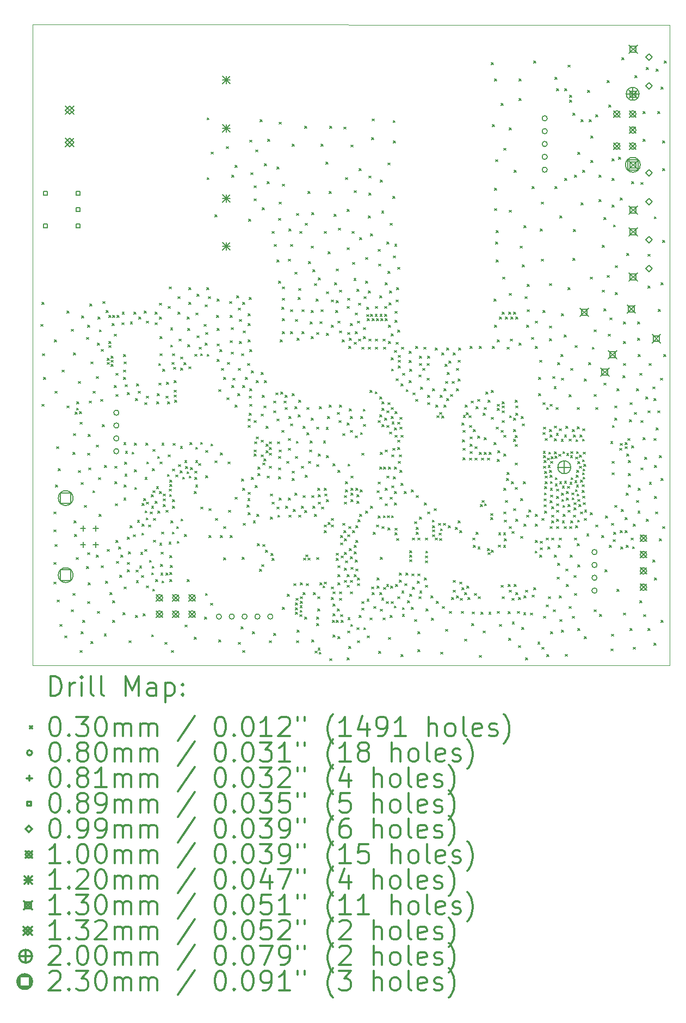
<source format=gbr>
%FSLAX45Y45*%
G04 Gerber Fmt 4.5, Leading zero omitted, Abs format (unit mm)*
G04 Created by KiCad (PCBNEW (5.1.5)-3) date 2020-03-17 19:19:55*
%MOMM*%
%LPD*%
G04 APERTURE LIST*
%TA.AperFunction,Profile*%
%ADD10C,0.100000*%
%TD*%
%ADD11C,0.200000*%
%ADD12C,0.300000*%
G04 APERTURE END LIST*
D10*
X14719300Y-13970000D02*
X4805680Y-13970000D01*
X14718030Y-3992880D02*
X14719300Y-13970000D01*
X4803140Y-3987800D02*
X14718030Y-3992880D01*
X4805680Y-13970000D02*
X4803140Y-3987800D01*
D11*
X4938000Y-8659100D02*
X4968000Y-8689100D01*
X4968000Y-8659100D02*
X4938000Y-8689100D01*
X4950700Y-8316200D02*
X4980700Y-8346200D01*
X4980700Y-8316200D02*
X4950700Y-8346200D01*
X4950700Y-9903700D02*
X4980700Y-9933700D01*
X4980700Y-9903700D02*
X4950700Y-9933700D01*
X4963400Y-9116300D02*
X4993400Y-9146300D01*
X4993400Y-9116300D02*
X4963400Y-9146300D01*
X4976100Y-9484600D02*
X5006100Y-9514600D01*
X5006100Y-9484600D02*
X4976100Y-9514600D01*
X5141200Y-11580100D02*
X5171200Y-11610100D01*
X5171200Y-11580100D02*
X5141200Y-11610100D01*
X5141200Y-11859500D02*
X5171200Y-11889500D01*
X5171200Y-11859500D02*
X5141200Y-11889500D01*
X5141200Y-12367500D02*
X5171200Y-12397500D01*
X5171200Y-12367500D02*
X5141200Y-12397500D01*
X5141200Y-12672300D02*
X5171200Y-12702300D01*
X5171200Y-12672300D02*
X5141200Y-12702300D01*
X5147550Y-8900400D02*
X5177550Y-8930400D01*
X5177550Y-8900400D02*
X5147550Y-8930400D01*
X5153900Y-9700500D02*
X5183900Y-9730500D01*
X5183900Y-9700500D02*
X5153900Y-9730500D01*
X5153900Y-12088100D02*
X5183900Y-12118100D01*
X5183900Y-12088100D02*
X5153900Y-12118100D01*
X5166600Y-11161000D02*
X5196600Y-11191000D01*
X5196600Y-11161000D02*
X5166600Y-11191000D01*
X5179300Y-10564100D02*
X5209300Y-10594100D01*
X5209300Y-10564100D02*
X5179300Y-10594100D01*
X5192000Y-12951700D02*
X5222000Y-12981700D01*
X5222000Y-12951700D02*
X5192000Y-12981700D01*
X5204700Y-10907000D02*
X5234700Y-10937000D01*
X5234700Y-10907000D02*
X5204700Y-10937000D01*
X5230100Y-13332700D02*
X5260100Y-13362700D01*
X5260100Y-13332700D02*
X5230100Y-13362700D01*
X5268200Y-9370300D02*
X5298200Y-9400300D01*
X5298200Y-9370300D02*
X5268200Y-9400300D01*
X5306300Y-13510500D02*
X5336300Y-13540500D01*
X5336300Y-13510500D02*
X5306300Y-13540500D01*
X5344400Y-8449550D02*
X5374400Y-8479550D01*
X5374400Y-8449550D02*
X5344400Y-8479550D01*
X5344400Y-9929100D02*
X5374400Y-9959100D01*
X5374400Y-9929100D02*
X5344400Y-9959100D01*
X5407900Y-8735300D02*
X5437900Y-8765300D01*
X5437900Y-8735300D02*
X5407900Y-8765300D01*
X5407900Y-13104100D02*
X5437900Y-13134100D01*
X5437900Y-13104100D02*
X5407900Y-13134100D01*
X5433300Y-10653000D02*
X5463300Y-10683000D01*
X5463300Y-10653000D02*
X5433300Y-10683000D01*
X5433300Y-12850100D02*
X5463300Y-12880100D01*
X5463300Y-12850100D02*
X5433300Y-12880100D01*
X5446000Y-9103600D02*
X5476000Y-9133600D01*
X5476000Y-9103600D02*
X5446000Y-9133600D01*
X5446000Y-10360900D02*
X5476000Y-10390900D01*
X5476000Y-10360900D02*
X5446000Y-10390900D01*
X5452350Y-11719800D02*
X5482350Y-11749800D01*
X5482350Y-11719800D02*
X5452350Y-11749800D01*
X5458700Y-11929350D02*
X5488700Y-11959350D01*
X5488700Y-11929350D02*
X5458700Y-11959350D01*
X5471400Y-10023080D02*
X5501400Y-10053080D01*
X5501400Y-10023080D02*
X5471400Y-10053080D01*
X5484100Y-12291300D02*
X5514100Y-12321300D01*
X5514100Y-12291300D02*
X5484100Y-12321300D01*
X5491720Y-9962120D02*
X5521720Y-9992120D01*
X5521720Y-9962120D02*
X5491720Y-9992120D01*
X5496800Y-9865600D02*
X5526800Y-9895600D01*
X5526800Y-9865600D02*
X5496800Y-9895600D01*
X5521000Y-10933600D02*
X5551000Y-10963600D01*
X5551000Y-10933600D02*
X5521000Y-10963600D01*
X5522200Y-9548100D02*
X5552200Y-9578100D01*
X5552200Y-9548100D02*
X5522200Y-9578100D01*
X5537440Y-10018000D02*
X5567440Y-10048000D01*
X5567440Y-10018000D02*
X5537440Y-10048000D01*
X5547600Y-10183100D02*
X5577600Y-10213100D01*
X5577600Y-10183100D02*
X5547600Y-10213100D01*
X5547600Y-13739100D02*
X5577600Y-13769100D01*
X5577600Y-13739100D02*
X5547600Y-13769100D01*
X5560300Y-11122900D02*
X5590300Y-11152900D01*
X5590300Y-11122900D02*
X5560300Y-11152900D01*
X5560300Y-13447000D02*
X5590300Y-13477000D01*
X5590300Y-13447000D02*
X5560300Y-13477000D01*
X5573000Y-8525750D02*
X5603000Y-8555750D01*
X5603000Y-8525750D02*
X5573000Y-8555750D01*
X5585700Y-13269200D02*
X5615700Y-13299200D01*
X5615700Y-13269200D02*
X5585700Y-13299200D01*
X5611100Y-11478500D02*
X5641100Y-11508500D01*
X5641100Y-11478500D02*
X5611100Y-11508500D01*
X5649200Y-8862300D02*
X5679200Y-8892300D01*
X5679200Y-8862300D02*
X5649200Y-8892300D01*
X5649200Y-12431000D02*
X5679200Y-12461000D01*
X5679200Y-12431000D02*
X5649200Y-12461000D01*
X5661900Y-8671800D02*
X5691900Y-8701800D01*
X5691900Y-8671800D02*
X5661900Y-8701800D01*
X5661900Y-10665700D02*
X5691900Y-10695700D01*
X5691900Y-10665700D02*
X5661900Y-10695700D01*
X5661900Y-12215100D02*
X5691900Y-12245100D01*
X5691900Y-12215100D02*
X5661900Y-12245100D01*
X5661900Y-12977100D02*
X5691900Y-13007100D01*
X5691900Y-12977100D02*
X5661900Y-13007100D01*
X5674600Y-10373600D02*
X5704600Y-10403600D01*
X5704600Y-10373600D02*
X5674600Y-10403600D01*
X5674600Y-12685000D02*
X5704600Y-12715000D01*
X5704600Y-12685000D02*
X5674600Y-12715000D01*
X5680950Y-10894300D02*
X5710950Y-10924300D01*
X5710950Y-10894300D02*
X5680950Y-10924300D01*
X5687300Y-9852900D02*
X5717300Y-9882900D01*
X5717300Y-9852900D02*
X5687300Y-9882900D01*
X5700000Y-8341600D02*
X5730000Y-8371600D01*
X5730000Y-8341600D02*
X5700000Y-8371600D01*
X5712700Y-9243300D02*
X5742700Y-9273300D01*
X5742700Y-9243300D02*
X5712700Y-9273300D01*
X5712700Y-13599400D02*
X5742700Y-13629400D01*
X5742700Y-13599400D02*
X5712700Y-13629400D01*
X5744450Y-11249900D02*
X5774450Y-11279900D01*
X5774450Y-11249900D02*
X5744450Y-11279900D01*
X5750800Y-9700500D02*
X5780800Y-9730500D01*
X5780800Y-9700500D02*
X5750800Y-9730500D01*
X5801600Y-9471900D02*
X5831600Y-9501900D01*
X5831600Y-9471900D02*
X5801600Y-9501900D01*
X5801600Y-10538700D02*
X5831600Y-10568700D01*
X5831600Y-10538700D02*
X5801600Y-10568700D01*
X5801600Y-12253200D02*
X5831600Y-12283200D01*
X5831600Y-12253200D02*
X5801600Y-12283200D01*
X5814300Y-8951200D02*
X5844300Y-8981200D01*
X5844300Y-8951200D02*
X5814300Y-8981200D01*
X5814300Y-13129500D02*
X5844300Y-13159500D01*
X5844300Y-13129500D02*
X5814300Y-13159500D01*
X5827000Y-8544800D02*
X5857000Y-8574800D01*
X5857000Y-8544800D02*
X5827000Y-8574800D01*
X5833350Y-11046700D02*
X5863350Y-11076700D01*
X5863350Y-11046700D02*
X5833350Y-11076700D01*
X5839700Y-11618200D02*
X5869700Y-11648200D01*
X5869700Y-11618200D02*
X5839700Y-11648200D01*
X5846050Y-8741650D02*
X5876050Y-8771650D01*
X5876050Y-8741650D02*
X5846050Y-8771650D01*
X5865100Y-9827500D02*
X5895100Y-9857500D01*
X5895100Y-9827500D02*
X5865100Y-9857500D01*
X5877800Y-9046450D02*
X5907800Y-9076450D01*
X5907800Y-9046450D02*
X5877800Y-9076450D01*
X5877800Y-12418300D02*
X5907800Y-12448300D01*
X5907800Y-12418300D02*
X5877800Y-12448300D01*
X5890500Y-10221200D02*
X5920500Y-10251200D01*
X5920500Y-10221200D02*
X5890500Y-10251200D01*
X5903200Y-8303500D02*
X5933200Y-8333500D01*
X5933200Y-8303500D02*
X5903200Y-8333500D01*
X5922250Y-13478750D02*
X5952250Y-13508750D01*
X5952250Y-13478750D02*
X5922250Y-13508750D01*
X5928600Y-10856200D02*
X5958600Y-10886200D01*
X5958600Y-10856200D02*
X5928600Y-10886200D01*
X5941300Y-12659600D02*
X5971300Y-12689600D01*
X5971300Y-12659600D02*
X5941300Y-12689600D01*
X5954000Y-8443200D02*
X5984000Y-8473200D01*
X5984000Y-8443200D02*
X5954000Y-8473200D01*
X5966700Y-9186150D02*
X5996700Y-9216150D01*
X5996700Y-9186150D02*
X5966700Y-9216150D01*
X5966700Y-9249650D02*
X5996700Y-9279650D01*
X5996700Y-9249650D02*
X5966700Y-9279650D01*
X5966700Y-12164300D02*
X5996700Y-12194300D01*
X5996700Y-12164300D02*
X5966700Y-12194300D01*
X5992100Y-8519400D02*
X6022100Y-8549400D01*
X6022100Y-8519400D02*
X5992100Y-8549400D01*
X5992100Y-8925800D02*
X6022100Y-8955800D01*
X6022100Y-8925800D02*
X5992100Y-8955800D01*
X5992100Y-8989300D02*
X6022100Y-9019300D01*
X6022100Y-8989300D02*
X5992100Y-9019300D01*
X6011150Y-12837400D02*
X6041150Y-12867400D01*
X6041150Y-12837400D02*
X6011150Y-12867400D01*
X6030200Y-9154400D02*
X6060200Y-9184400D01*
X6060200Y-9154400D02*
X6030200Y-9184400D01*
X6030200Y-9217900D02*
X6060200Y-9247900D01*
X6060200Y-9217900D02*
X6030200Y-9247900D01*
X6030200Y-9281400D02*
X6060200Y-9311400D01*
X6060200Y-9281400D02*
X6030200Y-9311400D01*
X6042900Y-8646400D02*
X6072900Y-8676400D01*
X6072900Y-8646400D02*
X6042900Y-8676400D01*
X6055600Y-8519400D02*
X6085600Y-8549400D01*
X6085600Y-8519400D02*
X6055600Y-8549400D01*
X6055600Y-12964400D02*
X6085600Y-12994400D01*
X6085600Y-12964400D02*
X6055600Y-12994400D01*
X6055600Y-13269200D02*
X6085600Y-13299200D01*
X6085600Y-13269200D02*
X6055600Y-13299200D01*
X6081000Y-8811500D02*
X6111000Y-8841500D01*
X6111000Y-8811500D02*
X6081000Y-8841500D01*
X6081000Y-9611600D02*
X6111000Y-9641600D01*
X6111000Y-9611600D02*
X6081000Y-9641600D01*
X6087350Y-10868900D02*
X6117350Y-10898900D01*
X6117350Y-10868900D02*
X6087350Y-10898900D01*
X6087350Y-11110200D02*
X6117350Y-11140200D01*
X6117350Y-11110200D02*
X6087350Y-11140200D01*
X6093700Y-11453100D02*
X6123700Y-11483100D01*
X6123700Y-11453100D02*
X6093700Y-11483100D01*
X6106400Y-9421100D02*
X6136400Y-9451100D01*
X6136400Y-9421100D02*
X6106400Y-9451100D01*
X6106400Y-9751300D02*
X6136400Y-9781300D01*
X6136400Y-9751300D02*
X6106400Y-9781300D01*
X6106400Y-12024600D02*
X6136400Y-12054600D01*
X6136400Y-12024600D02*
X6106400Y-12054600D01*
X6112750Y-12348450D02*
X6142750Y-12378450D01*
X6142750Y-12348450D02*
X6112750Y-12378450D01*
X6119100Y-8519400D02*
X6149100Y-8549400D01*
X6149100Y-8519400D02*
X6119100Y-8549400D01*
X6144500Y-12126200D02*
X6174500Y-12156200D01*
X6174500Y-12126200D02*
X6144500Y-12156200D01*
X6163550Y-12564350D02*
X6193550Y-12594350D01*
X6193550Y-12564350D02*
X6163550Y-12594350D01*
X6182600Y-12253200D02*
X6212600Y-12283200D01*
X6212600Y-12253200D02*
X6182600Y-12283200D01*
X6195300Y-8633700D02*
X6225300Y-8663700D01*
X6225300Y-8633700D02*
X6195300Y-8663700D01*
X6201650Y-8468600D02*
X6231650Y-8498600D01*
X6231650Y-8468600D02*
X6201650Y-8498600D01*
X6214350Y-13148550D02*
X6244350Y-13178550D01*
X6244350Y-13148550D02*
X6214350Y-13178550D01*
X6220700Y-9129000D02*
X6250700Y-9159000D01*
X6250700Y-9129000D02*
X6220700Y-9159000D01*
X6220700Y-9370300D02*
X6250700Y-9400300D01*
X6250700Y-9370300D02*
X6220700Y-9400300D01*
X6220700Y-9484600D02*
X6250700Y-9514600D01*
X6250700Y-9484600D02*
X6220700Y-9514600D01*
X6228320Y-10498060D02*
X6258320Y-10528060D01*
X6258320Y-10498060D02*
X6228320Y-10528060D01*
X6228320Y-11364200D02*
X6258320Y-11394200D01*
X6258320Y-11364200D02*
X6228320Y-11394200D01*
X6230860Y-11161000D02*
X6260860Y-11191000D01*
X6260860Y-11161000D02*
X6230860Y-11191000D01*
X6233400Y-9243300D02*
X6263400Y-9273300D01*
X6263400Y-9243300D02*
X6233400Y-9273300D01*
X6233400Y-12748500D02*
X6263400Y-12778500D01*
X6263400Y-12748500D02*
X6233400Y-12778500D01*
X6241020Y-10802860D02*
X6271020Y-10832860D01*
X6271020Y-10802860D02*
X6241020Y-10832860D01*
X6243560Y-10990820D02*
X6273560Y-11020820D01*
X6273560Y-10990820D02*
X6243560Y-11020820D01*
X6246100Y-9598900D02*
X6276100Y-9628900D01*
X6276100Y-9598900D02*
X6246100Y-9628900D01*
X6253720Y-10635220D02*
X6283720Y-10665220D01*
X6283720Y-10635220D02*
X6253720Y-10665220D01*
X6284200Y-9719550D02*
X6314200Y-9749550D01*
X6314200Y-9719550D02*
X6284200Y-9749550D01*
X6284200Y-11973800D02*
X6314200Y-12003800D01*
X6314200Y-11973800D02*
X6284200Y-12003800D01*
X6284200Y-12367500D02*
X6314200Y-12397500D01*
X6314200Y-12367500D02*
X6284200Y-12397500D01*
X6284200Y-12481800D02*
X6314200Y-12511800D01*
X6314200Y-12481800D02*
X6284200Y-12511800D01*
X6298300Y-12201000D02*
X6328300Y-12231000D01*
X6328300Y-12201000D02*
X6298300Y-12231000D01*
X6309600Y-13586700D02*
X6339600Y-13616700D01*
X6339600Y-13586700D02*
X6309600Y-13616700D01*
X6324840Y-11796000D02*
X6354840Y-11826000D01*
X6354840Y-11796000D02*
X6324840Y-11826000D01*
X6328650Y-8621000D02*
X6358650Y-8651000D01*
X6358650Y-8621000D02*
X6328650Y-8651000D01*
X6355320Y-10647920D02*
X6385320Y-10677920D01*
X6385320Y-10647920D02*
X6355320Y-10677920D01*
X6373100Y-11935700D02*
X6403100Y-11965700D01*
X6403100Y-11935700D02*
X6373100Y-11965700D01*
X6385800Y-8468600D02*
X6415800Y-8498600D01*
X6415800Y-8468600D02*
X6385800Y-8498600D01*
X6390880Y-10505680D02*
X6420880Y-10535680D01*
X6420880Y-10505680D02*
X6390880Y-10535680D01*
X6393420Y-10922240D02*
X6423420Y-10952240D01*
X6423420Y-10922240D02*
X6393420Y-10952240D01*
X6395960Y-11199100D02*
X6425960Y-11229100D01*
X6425960Y-11199100D02*
X6395960Y-11229100D01*
X6411200Y-9814800D02*
X6441200Y-9844800D01*
X6441200Y-9814800D02*
X6411200Y-9844800D01*
X6411200Y-13193000D02*
X6441200Y-13223000D01*
X6441200Y-13193000D02*
X6411200Y-13223000D01*
X6418820Y-12484340D02*
X6448820Y-12514340D01*
X6448820Y-12484340D02*
X6418820Y-12514340D01*
X6421360Y-12649440D02*
X6451360Y-12679440D01*
X6451360Y-12649440D02*
X6421360Y-12679440D01*
X6423900Y-9586200D02*
X6453900Y-9616200D01*
X6453900Y-9586200D02*
X6423900Y-9616200D01*
X6439140Y-11709640D02*
X6469140Y-11739640D01*
X6469140Y-11709640D02*
X6439140Y-11739640D01*
X6449300Y-9700500D02*
X6479300Y-9730500D01*
X6479300Y-9700500D02*
X6449300Y-9730500D01*
X6459916Y-8542716D02*
X6489916Y-8572716D01*
X6489916Y-8542716D02*
X6459916Y-8572716D01*
X6472160Y-12420840D02*
X6502160Y-12450840D01*
X6502160Y-12420840D02*
X6472160Y-12450840D01*
X6489940Y-12210020D02*
X6519940Y-12240020D01*
X6519940Y-12210020D02*
X6489940Y-12240020D01*
X6502640Y-12570700D02*
X6532640Y-12600700D01*
X6532640Y-12570700D02*
X6502640Y-12600700D01*
X6505180Y-11910300D02*
X6535180Y-11940300D01*
X6535180Y-11910300D02*
X6505180Y-11940300D01*
X6510260Y-11445480D02*
X6540260Y-11475480D01*
X6540260Y-11445480D02*
X6510260Y-11475480D01*
X6512800Y-11770600D02*
X6542800Y-11800600D01*
X6542800Y-11770600D02*
X6512800Y-11800600D01*
X6525500Y-13167600D02*
X6555500Y-13197600D01*
X6555500Y-13167600D02*
X6525500Y-13197600D01*
X6538200Y-11371820D02*
X6568200Y-11401820D01*
X6568200Y-11371820D02*
X6538200Y-11401820D01*
X6544550Y-8449550D02*
X6574550Y-8479550D01*
X6574550Y-8449550D02*
X6544550Y-8479550D01*
X6550900Y-9878300D02*
X6580900Y-9908300D01*
X6580900Y-9878300D02*
X6550900Y-9908300D01*
X6550900Y-12164300D02*
X6580900Y-12194300D01*
X6580900Y-12164300D02*
X6550900Y-12194300D01*
X6558520Y-11039080D02*
X6588520Y-11069080D01*
X6588520Y-11039080D02*
X6558520Y-11069080D01*
X6558520Y-11559780D02*
X6588520Y-11589780D01*
X6588520Y-11559780D02*
X6558520Y-11589780D01*
X6568680Y-10505680D02*
X6598680Y-10535680D01*
X6598680Y-10505680D02*
X6568680Y-10535680D01*
X6573760Y-11671540D02*
X6603760Y-11701540D01*
X6603760Y-11671540D02*
X6573760Y-11701540D01*
X6576300Y-8608300D02*
X6606300Y-8638300D01*
X6606300Y-8608300D02*
X6576300Y-8638300D01*
X6576300Y-9776700D02*
X6606300Y-9806700D01*
X6606300Y-9776700D02*
X6576300Y-9806700D01*
X6576300Y-11427700D02*
X6606300Y-11457700D01*
X6606300Y-11427700D02*
X6576300Y-11457700D01*
X6576300Y-12730720D02*
X6606300Y-12760720D01*
X6606300Y-12730720D02*
X6576300Y-12760720D01*
X6583920Y-10797780D02*
X6613920Y-10827780D01*
X6613920Y-10797780D02*
X6583920Y-10827780D01*
X6614400Y-11783300D02*
X6644400Y-11813300D01*
X6644400Y-11783300D02*
X6614400Y-11813300D01*
X6624560Y-12331940D02*
X6654560Y-12361940D01*
X6654560Y-12331940D02*
X6624560Y-12361940D01*
X6639800Y-11580100D02*
X6669800Y-11610100D01*
X6669800Y-11580100D02*
X6639800Y-11610100D01*
X6652500Y-11313400D02*
X6682500Y-11343400D01*
X6682500Y-11313400D02*
X6652500Y-11343400D01*
X6657580Y-12524980D02*
X6687580Y-12554980D01*
X6687580Y-12524980D02*
X6657580Y-12554980D01*
X6658850Y-13491450D02*
X6688850Y-13521450D01*
X6688850Y-13491450D02*
X6658850Y-13521450D01*
X6660120Y-11488660D02*
X6690120Y-11518660D01*
X6690120Y-11488660D02*
X6660120Y-11518660D01*
X6667740Y-12425920D02*
X6697740Y-12455920D01*
X6697740Y-12425920D02*
X6667740Y-12455920D01*
X6670280Y-10904460D02*
X6700280Y-10934460D01*
X6700280Y-10904460D02*
X6670280Y-10934460D01*
X6675360Y-12778980D02*
X6705360Y-12808980D01*
X6705360Y-12778980D02*
X6675360Y-12808980D01*
X6677900Y-10604740D02*
X6707900Y-10634740D01*
X6707900Y-10604740D02*
X6677900Y-10634740D01*
X6677900Y-11247360D02*
X6707900Y-11277360D01*
X6707900Y-11247360D02*
X6677900Y-11277360D01*
X6688060Y-12019520D02*
X6718060Y-12049520D01*
X6718060Y-12019520D02*
X6688060Y-12049520D01*
X6690600Y-11681700D02*
X6720600Y-11711700D01*
X6720600Y-11681700D02*
X6690600Y-11711700D01*
X6716000Y-8468600D02*
X6746000Y-8498600D01*
X6746000Y-8468600D02*
X6716000Y-8498600D01*
X6716000Y-8633700D02*
X6746000Y-8663700D01*
X6746000Y-8633700D02*
X6716000Y-8663700D01*
X6716000Y-11415000D02*
X6746000Y-11445000D01*
X6746000Y-11415000D02*
X6716000Y-11445000D01*
X6723620Y-12634200D02*
X6753620Y-12664200D01*
X6753620Y-12634200D02*
X6723620Y-12664200D01*
X6735050Y-11186400D02*
X6765050Y-11216400D01*
X6765050Y-11186400D02*
X6735050Y-11216400D01*
X6741400Y-9865600D02*
X6771400Y-9895600D01*
X6771400Y-9865600D02*
X6741400Y-9895600D01*
X6747750Y-9738600D02*
X6777750Y-9768600D01*
X6777750Y-9738600D02*
X6747750Y-9768600D01*
X6751560Y-10713960D02*
X6781560Y-10743960D01*
X6781560Y-10713960D02*
X6751560Y-10743960D01*
X6754100Y-11567400D02*
X6784100Y-11597400D01*
X6784100Y-11567400D02*
X6754100Y-11597400D01*
X6769100Y-9268700D02*
X6799100Y-9298700D01*
X6799100Y-9268700D02*
X6769100Y-9298700D01*
X6773150Y-9573500D02*
X6803150Y-9603500D01*
X6803150Y-9573500D02*
X6773150Y-9603500D01*
X6779500Y-8328900D02*
X6809500Y-8358900D01*
X6809500Y-8328900D02*
X6779500Y-8358900D01*
X6779500Y-8544800D02*
X6809500Y-8574800D01*
X6809500Y-8544800D02*
X6779500Y-8574800D01*
X6779500Y-11262600D02*
X6809500Y-11292600D01*
X6809500Y-11262600D02*
X6779500Y-11292600D01*
X6784580Y-12065240D02*
X6814580Y-12095240D01*
X6814580Y-12065240D02*
X6784580Y-12095240D01*
X6789660Y-10800320D02*
X6819660Y-10830320D01*
X6819660Y-10800320D02*
X6789660Y-10830320D01*
X6792200Y-8849600D02*
X6822200Y-8879600D01*
X6822200Y-8849600D02*
X6792200Y-8879600D01*
X6792200Y-9116300D02*
X6822200Y-9146300D01*
X6822200Y-9116300D02*
X6792200Y-9146300D01*
X6797280Y-12395440D02*
X6827280Y-12425440D01*
X6827280Y-12395440D02*
X6797280Y-12425440D01*
X6802360Y-12530060D02*
X6832360Y-12560060D01*
X6832360Y-12530060D02*
X6802360Y-12560060D01*
X6804900Y-12204940D02*
X6834900Y-12234940D01*
X6834900Y-12204940D02*
X6804900Y-12234940D01*
X6815060Y-11892520D02*
X6845060Y-11922520D01*
X6845060Y-11892520D02*
X6815060Y-11922520D01*
X6820140Y-10505680D02*
X6850140Y-10535680D01*
X6850140Y-10505680D02*
X6820140Y-10535680D01*
X6820140Y-12651980D02*
X6850140Y-12681980D01*
X6850140Y-12651980D02*
X6820140Y-12681980D01*
X6830300Y-9357600D02*
X6860300Y-9387600D01*
X6860300Y-9357600D02*
X6830300Y-9387600D01*
X6843000Y-11300700D02*
X6873000Y-11330700D01*
X6873000Y-11300700D02*
X6843000Y-11330700D01*
X6843000Y-11376900D02*
X6873000Y-11406900D01*
X6873000Y-11376900D02*
X6843000Y-11406900D01*
X6843000Y-11465800D02*
X6873000Y-11495800D01*
X6873000Y-11465800D02*
X6843000Y-11495800D01*
X6868400Y-13612100D02*
X6898400Y-13642100D01*
X6898400Y-13612100D02*
X6868400Y-13642100D01*
X6881100Y-9776700D02*
X6911100Y-9806700D01*
X6911100Y-9776700D02*
X6881100Y-9806700D01*
X6881100Y-11554700D02*
X6911100Y-11584700D01*
X6911100Y-11554700D02*
X6881100Y-11584700D01*
X6881100Y-12530060D02*
X6911100Y-12560060D01*
X6911100Y-12530060D02*
X6881100Y-12560060D01*
X6893800Y-9560800D02*
X6923800Y-9590800D01*
X6923800Y-9560800D02*
X6893800Y-9590800D01*
X6903960Y-10995900D02*
X6933960Y-11025900D01*
X6933960Y-10995900D02*
X6903960Y-11025900D01*
X6906500Y-9865600D02*
X6936500Y-9895600D01*
X6936500Y-9865600D02*
X6906500Y-9895600D01*
X6916660Y-10691100D02*
X6946660Y-10721100D01*
X6946660Y-10691100D02*
X6916660Y-10721100D01*
X6919200Y-8379700D02*
X6949200Y-8409700D01*
X6949200Y-8379700D02*
X6919200Y-8409700D01*
X6929360Y-12050000D02*
X6959360Y-12080000D01*
X6959360Y-12050000D02*
X6929360Y-12080000D01*
X6931900Y-8074900D02*
X6961900Y-8104900D01*
X6961900Y-8074900D02*
X6931900Y-8104900D01*
X6931900Y-11224500D02*
X6961900Y-11254500D01*
X6961900Y-11224500D02*
X6931900Y-11254500D01*
X6938850Y-11307650D02*
X6968850Y-11337650D01*
X6968850Y-11307650D02*
X6938850Y-11337650D01*
X6942060Y-11084800D02*
X6972060Y-11114800D01*
X6972060Y-11084800D02*
X6942060Y-11114800D01*
X6942060Y-11150840D02*
X6972060Y-11180840D01*
X6972060Y-11150840D02*
X6942060Y-11180840D01*
X6944600Y-12258280D02*
X6974600Y-12288280D01*
X6974600Y-12258280D02*
X6944600Y-12288280D01*
X6944600Y-12522440D02*
X6974600Y-12552440D01*
X6974600Y-12522440D02*
X6944600Y-12552440D01*
X6944600Y-12634200D02*
X6974600Y-12664200D01*
X6974600Y-12634200D02*
X6944600Y-12664200D01*
X6949680Y-12410680D02*
X6979680Y-12440680D01*
X6979680Y-12410680D02*
X6949680Y-12440680D01*
X6955100Y-8714700D02*
X6985100Y-8744700D01*
X6985100Y-8714700D02*
X6955100Y-8744700D01*
X6955100Y-8978800D02*
X6985100Y-9008800D01*
X6985100Y-8978800D02*
X6955100Y-9008800D01*
X6957300Y-11719800D02*
X6987300Y-11749800D01*
X6987300Y-11719800D02*
X6957300Y-11749800D01*
X6970000Y-13739100D02*
X7000000Y-13769100D01*
X7000000Y-13739100D02*
X6970000Y-13769100D01*
X6976350Y-9249650D02*
X7006350Y-9279650D01*
X7006350Y-9249650D02*
X6976350Y-9279650D01*
X6980160Y-11892520D02*
X7010160Y-11922520D01*
X7010160Y-11892520D02*
X6980160Y-11922520D01*
X6982700Y-11389600D02*
X7012700Y-11419600D01*
X7012700Y-11389600D02*
X6982700Y-11419600D01*
X6982700Y-11491200D02*
X7012700Y-11521200D01*
X7012700Y-11491200D02*
X6982700Y-11521200D01*
X6985240Y-9113760D02*
X7015240Y-9143760D01*
X7015240Y-9113760D02*
X6985240Y-9143760D01*
X6985240Y-10909540D02*
X7015240Y-10939540D01*
X7015240Y-10909540D02*
X6985240Y-10939540D01*
X6992860Y-10513300D02*
X7022860Y-10543300D01*
X7022860Y-10513300D02*
X6992860Y-10543300D01*
X7001750Y-9325850D02*
X7031750Y-9355850D01*
X7031750Y-9325850D02*
X7001750Y-9355850D01*
X7008100Y-9535400D02*
X7038100Y-9565400D01*
X7038100Y-9535400D02*
X7008100Y-9565400D01*
X7008100Y-9681450D02*
X7038100Y-9711450D01*
X7038100Y-9681450D02*
X7008100Y-9711450D01*
X7008100Y-9757650D02*
X7038100Y-9787650D01*
X7038100Y-9757650D02*
X7008100Y-9787650D01*
X7020800Y-9840200D02*
X7050800Y-9870200D01*
X7050800Y-9840200D02*
X7020800Y-9870200D01*
X7033500Y-11003520D02*
X7063500Y-11033520D01*
X7063500Y-11003520D02*
X7033500Y-11033520D01*
X7048740Y-11808700D02*
X7078740Y-11838700D01*
X7078740Y-11808700D02*
X7048740Y-11838700D01*
X7056360Y-12037300D02*
X7086360Y-12067300D01*
X7086360Y-12037300D02*
X7056360Y-12067300D01*
X7071600Y-8227300D02*
X7101600Y-8257300D01*
X7101600Y-8227300D02*
X7071600Y-8257300D01*
X7071600Y-8468600D02*
X7101600Y-8498600D01*
X7101600Y-8468600D02*
X7071600Y-8498600D01*
X7079220Y-10840960D02*
X7109220Y-10870960D01*
X7109220Y-10840960D02*
X7079220Y-10870960D01*
X7084300Y-8887700D02*
X7114300Y-8917700D01*
X7114300Y-8887700D02*
X7084300Y-8917700D01*
X7104620Y-10937480D02*
X7134620Y-10967480D01*
X7134620Y-10937480D02*
X7104620Y-10967480D01*
X7107160Y-10556480D02*
X7137160Y-10586480D01*
X7137160Y-10556480D02*
X7107160Y-10586480D01*
X7109700Y-9167100D02*
X7139700Y-9197100D01*
X7139700Y-9167100D02*
X7109700Y-9197100D01*
X7109700Y-9338550D02*
X7139700Y-9368550D01*
X7139700Y-9338550D02*
X7109700Y-9368550D01*
X7117320Y-11689320D02*
X7147320Y-11719320D01*
X7147320Y-11689320D02*
X7117320Y-11719320D01*
X7142720Y-11036540D02*
X7172720Y-11066540D01*
X7172720Y-11036540D02*
X7142720Y-11066540D01*
X7160500Y-9256000D02*
X7190500Y-9286000D01*
X7190500Y-9256000D02*
X7160500Y-9286000D01*
X7170660Y-11930620D02*
X7200660Y-11960620D01*
X7200660Y-11930620D02*
X7170660Y-11960620D01*
X7175740Y-10780000D02*
X7205740Y-10810000D01*
X7205740Y-10780000D02*
X7175740Y-10810000D01*
X7179550Y-13339050D02*
X7209550Y-13369050D01*
X7209550Y-13339050D02*
X7179550Y-13369050D01*
X7185900Y-10871440D02*
X7215900Y-10901440D01*
X7215900Y-10871440D02*
X7185900Y-10901440D01*
X7208760Y-10950180D02*
X7238760Y-10980180D01*
X7238760Y-10950180D02*
X7208760Y-10980180D01*
X7211300Y-8544800D02*
X7241300Y-8574800D01*
X7241300Y-8544800D02*
X7211300Y-8574800D01*
X7211300Y-12634200D02*
X7241300Y-12664200D01*
X7241300Y-12634200D02*
X7211300Y-12664200D01*
X7224000Y-8722600D02*
X7254000Y-8752600D01*
X7254000Y-8722600D02*
X7224000Y-8752600D01*
X7224000Y-8976600D02*
X7254000Y-9006600D01*
X7254000Y-8976600D02*
X7224000Y-9006600D01*
X7236700Y-8087600D02*
X7266700Y-8117600D01*
X7266700Y-8087600D02*
X7236700Y-8117600D01*
X7236700Y-8316200D02*
X7266700Y-8346200D01*
X7266700Y-8316200D02*
X7236700Y-8346200D01*
X7236700Y-9319500D02*
X7266700Y-9349500D01*
X7266700Y-9319500D02*
X7236700Y-9349500D01*
X7241780Y-11021300D02*
X7271780Y-11051300D01*
X7271780Y-11021300D02*
X7241780Y-11051300D01*
X7257020Y-10500600D02*
X7287020Y-10530600D01*
X7287020Y-10500600D02*
X7257020Y-10530600D01*
X7262100Y-10886680D02*
X7292100Y-10916680D01*
X7292100Y-10886680D02*
X7262100Y-10916680D01*
X7325600Y-11262600D02*
X7355600Y-11292600D01*
X7355600Y-11262600D02*
X7325600Y-11292600D01*
X7325600Y-13529550D02*
X7355600Y-13559550D01*
X7355600Y-13529550D02*
X7325600Y-13559550D01*
X7330680Y-10942560D02*
X7360680Y-10972560D01*
X7360680Y-10942560D02*
X7330680Y-10972560D01*
X7330680Y-11041620D02*
X7360680Y-11071620D01*
X7360680Y-11041620D02*
X7330680Y-11071620D01*
X7331950Y-9122650D02*
X7361950Y-9152650D01*
X7361950Y-9122650D02*
X7331950Y-9152650D01*
X7343380Y-10569180D02*
X7373380Y-10599180D01*
X7373380Y-10569180D02*
X7343380Y-10599180D01*
X7343380Y-10780000D02*
X7373380Y-10810000D01*
X7373380Y-10780000D02*
X7343380Y-10810000D01*
X7345920Y-11158460D02*
X7375920Y-11188460D01*
X7375920Y-11158460D02*
X7345920Y-11188460D01*
X7351000Y-8481300D02*
X7381000Y-8511300D01*
X7381000Y-8481300D02*
X7351000Y-8511300D01*
X7363700Y-8189200D02*
X7393700Y-8219200D01*
X7393700Y-8189200D02*
X7363700Y-8219200D01*
X7363700Y-8836900D02*
X7393700Y-8866900D01*
X7393700Y-8836900D02*
X7363700Y-8866900D01*
X7391640Y-10825720D02*
X7421640Y-10855720D01*
X7421640Y-10825720D02*
X7391640Y-10855720D01*
X7401800Y-9014700D02*
X7431800Y-9044700D01*
X7431800Y-9014700D02*
X7401800Y-9044700D01*
X7420850Y-9116300D02*
X7450850Y-9146300D01*
X7450850Y-9116300D02*
X7420850Y-9146300D01*
X7422120Y-10495520D02*
X7452120Y-10525520D01*
X7452120Y-10495520D02*
X7422120Y-10525520D01*
X7427200Y-11503900D02*
X7457200Y-11533900D01*
X7457200Y-11503900D02*
X7427200Y-11533900D01*
X7478000Y-8659100D02*
X7508000Y-8689100D01*
X7508000Y-8659100D02*
X7478000Y-8689100D01*
X7484350Y-13218400D02*
X7514350Y-13248400D01*
X7514350Y-13218400D02*
X7484350Y-13248400D01*
X7490700Y-8354300D02*
X7520700Y-8384300D01*
X7520700Y-8354300D02*
X7490700Y-8384300D01*
X7490700Y-8951200D02*
X7520700Y-8981200D01*
X7520700Y-8951200D02*
X7490700Y-8981200D01*
X7495700Y-12850100D02*
X7525700Y-12880100D01*
X7525700Y-12850100D02*
X7495700Y-12880100D01*
X7499709Y-11016580D02*
X7529709Y-11046580D01*
X7529709Y-11016580D02*
X7499709Y-11046580D01*
X7503400Y-8786100D02*
X7533400Y-8816100D01*
X7533400Y-8786100D02*
X7503400Y-8816100D01*
X7503400Y-10619980D02*
X7533400Y-10649980D01*
X7533400Y-10619980D02*
X7503400Y-10649980D01*
X7516100Y-8087600D02*
X7546100Y-8117600D01*
X7546100Y-8087600D02*
X7516100Y-8117600D01*
X7522450Y-5439650D02*
X7552450Y-5469650D01*
X7552450Y-5439650D02*
X7522450Y-5469650D01*
X7522450Y-6373100D02*
X7552450Y-6403100D01*
X7552450Y-6373100D02*
X7522450Y-6403100D01*
X7522450Y-9122650D02*
X7552450Y-9152650D01*
X7552450Y-9122650D02*
X7522450Y-9152650D01*
X7541500Y-8227300D02*
X7571500Y-8257300D01*
X7571500Y-8227300D02*
X7541500Y-8257300D01*
X7554200Y-11529300D02*
X7584200Y-11559300D01*
X7584200Y-11529300D02*
X7554200Y-11559300D01*
X7554200Y-11948400D02*
X7584200Y-11978400D01*
X7584200Y-11948400D02*
X7554200Y-11978400D01*
X7579600Y-13002500D02*
X7609600Y-13032500D01*
X7609600Y-13002500D02*
X7579600Y-13032500D01*
X7582140Y-10520920D02*
X7612140Y-10550920D01*
X7612140Y-10520920D02*
X7582140Y-10550920D01*
X7585950Y-5973050D02*
X7615950Y-6003050D01*
X7615950Y-5973050D02*
X7585950Y-6003050D01*
X7643100Y-6950950D02*
X7673100Y-6980950D01*
X7673100Y-6950950D02*
X7643100Y-6980950D01*
X7643100Y-10782540D02*
X7673100Y-10812540D01*
X7673100Y-10782540D02*
X7643100Y-10812540D01*
X7655800Y-11681700D02*
X7685800Y-11711700D01*
X7685800Y-11681700D02*
X7655800Y-11711700D01*
X7668500Y-8519400D02*
X7698500Y-8549400D01*
X7698500Y-8519400D02*
X7668500Y-8549400D01*
X7681200Y-8265400D02*
X7711200Y-8295400D01*
X7711200Y-8265400D02*
X7681200Y-8295400D01*
X7681200Y-8722600D02*
X7711200Y-8752600D01*
X7711200Y-8722600D02*
X7681200Y-8752600D01*
X7681200Y-8963900D02*
X7711200Y-8993900D01*
X7711200Y-8963900D02*
X7681200Y-8993900D01*
X7681200Y-9205200D02*
X7711200Y-9235200D01*
X7711200Y-9205200D02*
X7681200Y-9235200D01*
X7706600Y-9675100D02*
X7736600Y-9705100D01*
X7736600Y-9675100D02*
X7706600Y-9705100D01*
X7706600Y-13574000D02*
X7736600Y-13604000D01*
X7736600Y-13574000D02*
X7706600Y-13604000D01*
X7719300Y-9052800D02*
X7749300Y-9082800D01*
X7749300Y-9052800D02*
X7719300Y-9082800D01*
X7729460Y-10660620D02*
X7759460Y-10690620D01*
X7759460Y-10660620D02*
X7729460Y-10690620D01*
X7732000Y-11948400D02*
X7762000Y-11978400D01*
X7762000Y-11948400D02*
X7732000Y-11978400D01*
X7744700Y-9344900D02*
X7774700Y-9374900D01*
X7774700Y-9344900D02*
X7744700Y-9374900D01*
X7782800Y-9484600D02*
X7812800Y-9514600D01*
X7812800Y-9484600D02*
X7782800Y-9514600D01*
X7782800Y-11808700D02*
X7812800Y-11838700D01*
X7812800Y-11808700D02*
X7782800Y-11838700D01*
X7782800Y-12293600D02*
X7812800Y-12323600D01*
X7812800Y-12293600D02*
X7782800Y-12323600D01*
X7820900Y-5890500D02*
X7850900Y-5920500D01*
X7850900Y-5890500D02*
X7820900Y-5920500D01*
X7833600Y-9802100D02*
X7863600Y-9832100D01*
X7863600Y-9802100D02*
X7833600Y-9832100D01*
X7839950Y-9249650D02*
X7869950Y-9279650D01*
X7869950Y-9249650D02*
X7839950Y-9279650D01*
X7846300Y-10800320D02*
X7876300Y-10830320D01*
X7876300Y-10800320D02*
X7846300Y-10830320D01*
X7859000Y-11554700D02*
X7889000Y-11584700D01*
X7889000Y-11554700D02*
X7859000Y-11584700D01*
X7871700Y-8303500D02*
X7901700Y-8333500D01*
X7901700Y-8303500D02*
X7871700Y-8333500D01*
X7884400Y-8519400D02*
X7914400Y-8549400D01*
X7914400Y-8519400D02*
X7884400Y-8549400D01*
X7884400Y-8913100D02*
X7914400Y-8943100D01*
X7914400Y-8913100D02*
X7884400Y-8943100D01*
X7884400Y-11948400D02*
X7914400Y-11978400D01*
X7914400Y-11948400D02*
X7884400Y-11978400D01*
X7897100Y-8709900D02*
X7927100Y-8739900D01*
X7927100Y-8709900D02*
X7897100Y-8739900D01*
X7897100Y-9090900D02*
X7927100Y-9120900D01*
X7927100Y-9090900D02*
X7897100Y-9120900D01*
X7909800Y-6335000D02*
X7939800Y-6365000D01*
X7939800Y-6335000D02*
X7909800Y-6365000D01*
X7909800Y-9611600D02*
X7939800Y-9641600D01*
X7939800Y-9611600D02*
X7909800Y-9641600D01*
X7922500Y-9497300D02*
X7952500Y-9527300D01*
X7952500Y-9497300D02*
X7922500Y-9527300D01*
X7960600Y-6182600D02*
X7990600Y-6212600D01*
X7990600Y-6182600D02*
X7960600Y-6212600D01*
X7960600Y-9916400D02*
X7990600Y-9946400D01*
X7990600Y-9916400D02*
X7960600Y-9946400D01*
X7960600Y-11351500D02*
X7990600Y-11381500D01*
X7990600Y-11351500D02*
X7960600Y-11381500D01*
X7986000Y-8214600D02*
X8016000Y-8244600D01*
X8016000Y-8214600D02*
X7986000Y-8244600D01*
X7998700Y-9738600D02*
X8028700Y-9768600D01*
X8028700Y-9738600D02*
X7998700Y-9768600D01*
X8011400Y-8405100D02*
X8041400Y-8435100D01*
X8041400Y-8405100D02*
X8011400Y-8435100D01*
X8011400Y-9344900D02*
X8041400Y-9374900D01*
X8041400Y-9344900D02*
X8011400Y-9374900D01*
X8011400Y-13612100D02*
X8041400Y-13642100D01*
X8041400Y-13612100D02*
X8011400Y-13642100D01*
X8024100Y-8582900D02*
X8054100Y-8612900D01*
X8054100Y-8582900D02*
X8024100Y-8612900D01*
X8024100Y-8925800D02*
X8054100Y-8955800D01*
X8054100Y-8925800D02*
X8024100Y-8955800D01*
X8049500Y-13370800D02*
X8079500Y-13400800D01*
X8079500Y-13370800D02*
X8049500Y-13400800D01*
X8057750Y-11067650D02*
X8087750Y-11097650D01*
X8087750Y-11067650D02*
X8057750Y-11097650D01*
X8062200Y-9116300D02*
X8092200Y-9146300D01*
X8092200Y-9116300D02*
X8062200Y-9146300D01*
X8066713Y-12286787D02*
X8096713Y-12316787D01*
X8096713Y-12286787D02*
X8066713Y-12316787D01*
X8074900Y-8316200D02*
X8104900Y-8346200D01*
X8104900Y-8316200D02*
X8074900Y-8346200D01*
X8074900Y-9611600D02*
X8104900Y-9641600D01*
X8104900Y-9611600D02*
X8074900Y-9641600D01*
X8074900Y-11211800D02*
X8104900Y-11241800D01*
X8104900Y-11211800D02*
X8074900Y-11241800D01*
X8074900Y-13739100D02*
X8104900Y-13769100D01*
X8104900Y-13739100D02*
X8074900Y-13769100D01*
X8087600Y-8760700D02*
X8117600Y-8790700D01*
X8117600Y-8760700D02*
X8087600Y-8790700D01*
X8087600Y-11757900D02*
X8117600Y-11787900D01*
X8117600Y-11757900D02*
X8087600Y-11787900D01*
X8119350Y-9484600D02*
X8149350Y-9514600D01*
X8149350Y-9484600D02*
X8119350Y-9514600D01*
X8144985Y-11472385D02*
X8174985Y-11502385D01*
X8174985Y-11472385D02*
X8144985Y-11502385D01*
X8151100Y-9268700D02*
X8181100Y-9298700D01*
X8181100Y-9268700D02*
X8151100Y-9298700D01*
X8157941Y-11371041D02*
X8187941Y-11401041D01*
X8187941Y-11371041D02*
X8157941Y-11401041D01*
X8163799Y-11592800D02*
X8193799Y-11622800D01*
X8193799Y-11592800D02*
X8163799Y-11622800D01*
X8163800Y-8494000D02*
X8193800Y-8524000D01*
X8193800Y-8494000D02*
X8163800Y-8524000D01*
X8163800Y-8646400D02*
X8193800Y-8676400D01*
X8193800Y-8646400D02*
X8163800Y-8676400D01*
X8163800Y-8900400D02*
X8193800Y-8930400D01*
X8193800Y-8900400D02*
X8163800Y-8930400D01*
X8163800Y-10132300D02*
X8193800Y-10162300D01*
X8193800Y-10132300D02*
X8163800Y-10162300D01*
X8163800Y-10233900D02*
X8193800Y-10263900D01*
X8193800Y-10233900D02*
X8163800Y-10263900D01*
X8163800Y-11275300D02*
X8193800Y-11305300D01*
X8193800Y-11275300D02*
X8163800Y-11305300D01*
X8170150Y-7020800D02*
X8200150Y-7050800D01*
X8200150Y-7020800D02*
X8170150Y-7050800D01*
X8176500Y-8240000D02*
X8206500Y-8270000D01*
X8206500Y-8240000D02*
X8176500Y-8270000D01*
X8176500Y-9776700D02*
X8206500Y-9806700D01*
X8206500Y-9776700D02*
X8176500Y-9806700D01*
X8176500Y-10043400D02*
X8206500Y-10073400D01*
X8206500Y-10043400D02*
X8176500Y-10073400D01*
X8189200Y-5788900D02*
X8219200Y-5818900D01*
X8219200Y-5788900D02*
X8189200Y-5818900D01*
X8189200Y-9052800D02*
X8219200Y-9082800D01*
X8219200Y-9052800D02*
X8189200Y-9082800D01*
X8189200Y-9662400D02*
X8219200Y-9692400D01*
X8219200Y-9662400D02*
X8189200Y-9692400D01*
X8189200Y-9903700D02*
X8219200Y-9933700D01*
X8219200Y-9903700D02*
X8189200Y-9933700D01*
X8201900Y-6296900D02*
X8231900Y-6326900D01*
X8231900Y-6296900D02*
X8201900Y-6326900D01*
X8214600Y-9383000D02*
X8244600Y-9413000D01*
X8244600Y-9383000D02*
X8214600Y-9413000D01*
X8214600Y-11040350D02*
X8244600Y-11070350D01*
X8244600Y-11040350D02*
X8214600Y-11070350D01*
X8227300Y-13447000D02*
X8257300Y-13477000D01*
X8257300Y-13447000D02*
X8227300Y-13477000D01*
X8242594Y-11717206D02*
X8272594Y-11747206D01*
X8272594Y-11717206D02*
X8242594Y-11747206D01*
X8252700Y-6500100D02*
X8282700Y-6530100D01*
X8282700Y-6500100D02*
X8252700Y-6530100D01*
X8252700Y-6703300D02*
X8282700Y-6733300D01*
X8282700Y-6703300D02*
X8252700Y-6733300D01*
X8252700Y-10157700D02*
X8282700Y-10187700D01*
X8282700Y-10157700D02*
X8252700Y-10187700D01*
X8252700Y-10614900D02*
X8282700Y-10644900D01*
X8282700Y-10614900D02*
X8252700Y-10644900D01*
X8252700Y-10678400D02*
X8282700Y-10708400D01*
X8282700Y-10678400D02*
X8252700Y-10708400D01*
X8265400Y-10487900D02*
X8295400Y-10517900D01*
X8295400Y-10487900D02*
X8265400Y-10517900D01*
X8271750Y-11167350D02*
X8301750Y-11197350D01*
X8301750Y-11167350D02*
X8271750Y-11197350D01*
X8278100Y-5941300D02*
X8308100Y-5971300D01*
X8308100Y-5941300D02*
X8278100Y-5971300D01*
X8290800Y-9535400D02*
X8320800Y-9565400D01*
X8320800Y-9535400D02*
X8290800Y-9565400D01*
X8290800Y-10411700D02*
X8320800Y-10441700D01*
X8320800Y-10411700D02*
X8290800Y-10441700D01*
X8295128Y-11616200D02*
X8325128Y-11646200D01*
X8325128Y-11616200D02*
X8295128Y-11646200D01*
X8303500Y-12075400D02*
X8333500Y-12105400D01*
X8333500Y-12075400D02*
X8303500Y-12105400D01*
X8316200Y-10881600D02*
X8346200Y-10911600D01*
X8346200Y-10881600D02*
X8316200Y-10911600D01*
X8316200Y-10983200D02*
X8346200Y-11013200D01*
X8346200Y-10983200D02*
X8316200Y-11013200D01*
X8340291Y-12471976D02*
X8370291Y-12501976D01*
X8370291Y-12471976D02*
X8340291Y-12501976D01*
X8347950Y-5471400D02*
X8377950Y-5501400D01*
X8377950Y-5471400D02*
X8347950Y-5501400D01*
X8367000Y-9408400D02*
X8397000Y-9438400D01*
X8397000Y-9408400D02*
X8367000Y-9438400D01*
X8367000Y-10056100D02*
X8397000Y-10086100D01*
X8397000Y-10056100D02*
X8367000Y-10086100D01*
X8367000Y-10462500D02*
X8397000Y-10492500D01*
X8397000Y-10462500D02*
X8367000Y-10492500D01*
X8367000Y-10691100D02*
X8397000Y-10721100D01*
X8397000Y-10691100D02*
X8367000Y-10721100D01*
X8373435Y-12399165D02*
X8403435Y-12429165D01*
X8403435Y-12399165D02*
X8373435Y-12429165D01*
X8379700Y-6843000D02*
X8409700Y-6873000D01*
X8409700Y-6843000D02*
X8379700Y-6873000D01*
X8379700Y-9764000D02*
X8409700Y-9794000D01*
X8409700Y-9764000D02*
X8379700Y-9794000D01*
X8392400Y-10818100D02*
X8422400Y-10848100D01*
X8422400Y-10818100D02*
X8392400Y-10848100D01*
X8392400Y-12088100D02*
X8422400Y-12118100D01*
X8422400Y-12088100D02*
X8392400Y-12118100D01*
X8405100Y-9929100D02*
X8435100Y-9959100D01*
X8435100Y-9929100D02*
X8405100Y-9959100D01*
X8405100Y-10754600D02*
X8435100Y-10784600D01*
X8435100Y-10754600D02*
X8405100Y-10784600D01*
X8417800Y-6157200D02*
X8447800Y-6187200D01*
X8447800Y-6157200D02*
X8417800Y-6187200D01*
X8417800Y-9535400D02*
X8447800Y-9565400D01*
X8447800Y-9535400D02*
X8417800Y-9565400D01*
X8430500Y-12177000D02*
X8460500Y-12207000D01*
X8460500Y-12177000D02*
X8430500Y-12207000D01*
X8443200Y-10246600D02*
X8473200Y-10276600D01*
X8473200Y-10246600D02*
X8443200Y-10276600D01*
X8443200Y-10526000D02*
X8473200Y-10556000D01*
X8473200Y-10526000D02*
X8443200Y-10556000D01*
X8443200Y-10627600D02*
X8473200Y-10657600D01*
X8473200Y-10627600D02*
X8443200Y-10657600D01*
X8455900Y-6436600D02*
X8485900Y-6466600D01*
X8485900Y-6436600D02*
X8455900Y-6466600D01*
X8455900Y-11021300D02*
X8485900Y-11051300D01*
X8485900Y-11021300D02*
X8455900Y-11051300D01*
X8468600Y-5776200D02*
X8498600Y-5806200D01*
X8498600Y-5776200D02*
X8468600Y-5806200D01*
X8494000Y-10487900D02*
X8524000Y-10517900D01*
X8524000Y-10487900D02*
X8494000Y-10517900D01*
X8494000Y-10576800D02*
X8524000Y-10606800D01*
X8524000Y-10576800D02*
X8494000Y-10606800D01*
X8494000Y-10665700D02*
X8524000Y-10695700D01*
X8524000Y-10665700D02*
X8494000Y-10695700D01*
X8494000Y-10868900D02*
X8524000Y-10898900D01*
X8524000Y-10868900D02*
X8494000Y-10898900D01*
X8494000Y-13586700D02*
X8524000Y-13616700D01*
X8524000Y-13586700D02*
X8494000Y-13616700D01*
X8506700Y-11300700D02*
X8536700Y-11330700D01*
X8536700Y-11300700D02*
X8506700Y-11330700D01*
X8507250Y-11658699D02*
X8537250Y-11688699D01*
X8537250Y-11658699D02*
X8507250Y-11688699D01*
X8519400Y-12227800D02*
X8549400Y-12257800D01*
X8549400Y-12227800D02*
X8519400Y-12257800D01*
X8532100Y-7211300D02*
X8562100Y-7241300D01*
X8562100Y-7211300D02*
X8532100Y-7241300D01*
X8532100Y-11427700D02*
X8562100Y-11457700D01*
X8562100Y-11427700D02*
X8532100Y-11457700D01*
X8532100Y-12304000D02*
X8562100Y-12334000D01*
X8562100Y-12304000D02*
X8532100Y-12334000D01*
X8557500Y-9852900D02*
X8587500Y-9882900D01*
X8587500Y-9852900D02*
X8557500Y-9882900D01*
X8557500Y-10005300D02*
X8587500Y-10035300D01*
X8587500Y-10005300D02*
X8557500Y-10035300D01*
X8557500Y-13472400D02*
X8587500Y-13502400D01*
X8587500Y-13472400D02*
X8557500Y-13502400D01*
X8570200Y-7414500D02*
X8600200Y-7444500D01*
X8600200Y-7414500D02*
X8570200Y-7444500D01*
X8595600Y-9725900D02*
X8625600Y-9755900D01*
X8625600Y-9725900D02*
X8595600Y-9755900D01*
X8608300Y-6208000D02*
X8638300Y-6238000D01*
X8638300Y-6208000D02*
X8608300Y-6238000D01*
X8608300Y-7655800D02*
X8638300Y-7685800D01*
X8638300Y-7655800D02*
X8608300Y-7685800D01*
X8608300Y-10132300D02*
X8638300Y-10162300D01*
X8638300Y-10132300D02*
X8608300Y-10162300D01*
X8608300Y-11503900D02*
X8638300Y-11533900D01*
X8638300Y-11503900D02*
X8608300Y-11533900D01*
X8621000Y-10487900D02*
X8651000Y-10517900D01*
X8651000Y-10487900D02*
X8621000Y-10517900D01*
X8623300Y-11630900D02*
X8653300Y-11660900D01*
X8653300Y-11630900D02*
X8623300Y-11660900D01*
X8633700Y-7008100D02*
X8663700Y-7038100D01*
X8663700Y-7008100D02*
X8633700Y-7038100D01*
X8633700Y-7986000D02*
X8663700Y-8016000D01*
X8663700Y-7986000D02*
X8633700Y-8016000D01*
X8633700Y-10716500D02*
X8663700Y-10746500D01*
X8663700Y-10716500D02*
X8633700Y-10746500D01*
X8633700Y-10894300D02*
X8663700Y-10924300D01*
X8663700Y-10894300D02*
X8633700Y-10924300D01*
X8633700Y-11034000D02*
X8663700Y-11064000D01*
X8663700Y-11034000D02*
X8633700Y-11064000D01*
X8646400Y-5509500D02*
X8676400Y-5539500D01*
X8676400Y-5509500D02*
X8646400Y-5539500D01*
X8646400Y-6754100D02*
X8676400Y-6784100D01*
X8676400Y-6754100D02*
X8646400Y-6784100D01*
X8646400Y-10614900D02*
X8676400Y-10644900D01*
X8676400Y-10614900D02*
X8646400Y-10644900D01*
X8646400Y-11364200D02*
X8676400Y-11394200D01*
X8676400Y-11364200D02*
X8646400Y-11394200D01*
X8659100Y-8900400D02*
X8689100Y-8930400D01*
X8689100Y-8900400D02*
X8659100Y-8930400D01*
X8671800Y-9713200D02*
X8701800Y-9743200D01*
X8701800Y-9713200D02*
X8671800Y-9743200D01*
X8684500Y-8392400D02*
X8714500Y-8422400D01*
X8714500Y-8392400D02*
X8684500Y-8422400D01*
X8684500Y-10310100D02*
X8714500Y-10340100D01*
X8714500Y-10310100D02*
X8684500Y-10340100D01*
X8697200Y-6474700D02*
X8727200Y-6504700D01*
X8727200Y-6474700D02*
X8697200Y-6504700D01*
X8697200Y-8074900D02*
X8727200Y-8104900D01*
X8727200Y-8074900D02*
X8697200Y-8104900D01*
X8697200Y-8252700D02*
X8727200Y-8282700D01*
X8727200Y-8252700D02*
X8697200Y-8282700D01*
X8697200Y-8570200D02*
X8727200Y-8600200D01*
X8727200Y-8570200D02*
X8697200Y-8600200D01*
X8697200Y-8773400D02*
X8727200Y-8803400D01*
X8727200Y-8773400D02*
X8697200Y-8803400D01*
X8697200Y-13066000D02*
X8727200Y-13096000D01*
X8727200Y-13066000D02*
X8697200Y-13096000D01*
X8722600Y-9852900D02*
X8752600Y-9882900D01*
X8752600Y-9852900D02*
X8722600Y-9882900D01*
X8735300Y-9764000D02*
X8765300Y-9794000D01*
X8765300Y-9764000D02*
X8735300Y-9794000D01*
X8735300Y-9954500D02*
X8765300Y-9984500D01*
X8765300Y-9954500D02*
X8735300Y-9984500D01*
X8748000Y-11491200D02*
X8778000Y-11521200D01*
X8778000Y-11491200D02*
X8748000Y-11521200D01*
X8760700Y-10792700D02*
X8790700Y-10822700D01*
X8790700Y-10792700D02*
X8760700Y-10822700D01*
X8773400Y-12862800D02*
X8803400Y-12892800D01*
X8803400Y-12862800D02*
X8773400Y-12892800D01*
X8786100Y-7643100D02*
X8816100Y-7673100D01*
X8816100Y-7643100D02*
X8786100Y-7673100D01*
X8786100Y-10437100D02*
X8816100Y-10467100D01*
X8816100Y-10437100D02*
X8786100Y-10467100D01*
X8786100Y-10589500D02*
X8816100Y-10619500D01*
X8816100Y-10589500D02*
X8786100Y-10619500D01*
X8786100Y-11364200D02*
X8816100Y-11394200D01*
X8816100Y-11364200D02*
X8786100Y-11394200D01*
X8798800Y-7173200D02*
X8828800Y-7203200D01*
X8828800Y-7173200D02*
X8798800Y-7203200D01*
X8798800Y-10094200D02*
X8828800Y-10124200D01*
X8828800Y-10094200D02*
X8798800Y-10124200D01*
X8798800Y-11630900D02*
X8828800Y-11660900D01*
X8828800Y-11630900D02*
X8798800Y-11660900D01*
X8824200Y-7414500D02*
X8854200Y-7444500D01*
X8854200Y-7414500D02*
X8824200Y-7444500D01*
X8824200Y-8430500D02*
X8854200Y-8460500D01*
X8854200Y-8430500D02*
X8824200Y-8460500D01*
X8824200Y-8773400D02*
X8854200Y-8803400D01*
X8854200Y-8773400D02*
X8824200Y-8803400D01*
X8824200Y-10208500D02*
X8854200Y-10238500D01*
X8854200Y-10208500D02*
X8824200Y-10238500D01*
X8849600Y-5852400D02*
X8879600Y-5882400D01*
X8879600Y-5852400D02*
X8849600Y-5882400D01*
X8849600Y-9738600D02*
X8879600Y-9768600D01*
X8879600Y-9738600D02*
X8849600Y-9768600D01*
X8849600Y-10945100D02*
X8879600Y-10975100D01*
X8879600Y-10945100D02*
X8849600Y-10975100D01*
X8849600Y-11059400D02*
X8879600Y-11089400D01*
X8879600Y-11059400D02*
X8849600Y-11089400D01*
X8862300Y-11542000D02*
X8892300Y-11572000D01*
X8892300Y-11542000D02*
X8862300Y-11572000D01*
X8875000Y-12697700D02*
X8905000Y-12727700D01*
X8905000Y-12697700D02*
X8875000Y-12727700D01*
X8887700Y-7846300D02*
X8917700Y-7876300D01*
X8917700Y-7846300D02*
X8887700Y-7876300D01*
X8887700Y-9941800D02*
X8917700Y-9971800D01*
X8917700Y-9941800D02*
X8887700Y-9971800D01*
X8887700Y-11288000D02*
X8917700Y-11318000D01*
X8917700Y-11288000D02*
X8887700Y-11318000D01*
X8900400Y-8582900D02*
X8930400Y-8612900D01*
X8930400Y-8582900D02*
X8900400Y-8612900D01*
X8900400Y-10716500D02*
X8930400Y-10746500D01*
X8930400Y-10716500D02*
X8900400Y-10746500D01*
X8900400Y-12996150D02*
X8930400Y-13026150D01*
X8930400Y-12996150D02*
X8900400Y-13026150D01*
X8900400Y-13072350D02*
X8930400Y-13102350D01*
X8930400Y-13072350D02*
X8900400Y-13102350D01*
X8900400Y-13142200D02*
X8930400Y-13172200D01*
X8930400Y-13142200D02*
X8900400Y-13172200D01*
X8906750Y-12926300D02*
X8936750Y-12956300D01*
X8936750Y-12926300D02*
X8906750Y-12956300D01*
X8910560Y-10479010D02*
X8940560Y-10509010D01*
X8940560Y-10479010D02*
X8910560Y-10509010D01*
X8913100Y-6931900D02*
X8943100Y-6961900D01*
X8943100Y-6931900D02*
X8913100Y-6961900D01*
X8913100Y-13586700D02*
X8943100Y-13616700D01*
X8943100Y-13586700D02*
X8913100Y-13616700D01*
X8925800Y-8875000D02*
X8955800Y-8905000D01*
X8955800Y-8875000D02*
X8925800Y-8905000D01*
X8925800Y-13421600D02*
X8955800Y-13451600D01*
X8955800Y-13421600D02*
X8925800Y-13451600D01*
X8938500Y-8240000D02*
X8968500Y-8270000D01*
X8968500Y-8240000D02*
X8938500Y-8270000D01*
X8938500Y-10068800D02*
X8968500Y-10098800D01*
X8968500Y-10068800D02*
X8938500Y-10098800D01*
X8951200Y-8100300D02*
X8981200Y-8130300D01*
X8981200Y-8100300D02*
X8951200Y-8130300D01*
X8951200Y-9840200D02*
X8981200Y-9870200D01*
X8981200Y-9840200D02*
X8951200Y-9870200D01*
X8951200Y-11630900D02*
X8981200Y-11660900D01*
X8981200Y-11630900D02*
X8951200Y-11660900D01*
X8963900Y-7211300D02*
X8993900Y-7241300D01*
X8993900Y-7211300D02*
X8963900Y-7241300D01*
X8963900Y-13180300D02*
X8993900Y-13210300D01*
X8993900Y-13180300D02*
X8963900Y-13210300D01*
X8970250Y-13040600D02*
X9000250Y-13070600D01*
X9000250Y-13040600D02*
X8970250Y-13070600D01*
X8970250Y-13110450D02*
X9000250Y-13140450D01*
X9000250Y-13110450D02*
X8970250Y-13140450D01*
X8976600Y-12685000D02*
X9006600Y-12715000D01*
X9006600Y-12685000D02*
X8976600Y-12715000D01*
X8976600Y-12900900D02*
X9006600Y-12930900D01*
X9006600Y-12900900D02*
X8976600Y-12930900D01*
X8976600Y-12970750D02*
X9006600Y-13000750D01*
X9006600Y-12970750D02*
X8976600Y-13000750D01*
X8989300Y-10868900D02*
X9019300Y-10898900D01*
X9019300Y-10868900D02*
X8989300Y-10898900D01*
X8989300Y-11491200D02*
X9019300Y-11521200D01*
X9019300Y-11491200D02*
X8989300Y-11521200D01*
X9002000Y-8430500D02*
X9032000Y-8460500D01*
X9032000Y-8430500D02*
X9002000Y-8460500D01*
X9002000Y-8773400D02*
X9032000Y-8803400D01*
X9032000Y-8773400D02*
X9002000Y-8803400D01*
X9014700Y-10246600D02*
X9044700Y-10276600D01*
X9044700Y-10246600D02*
X9014700Y-10276600D01*
X9014700Y-11326100D02*
X9044700Y-11356100D01*
X9044700Y-11326100D02*
X9014700Y-11356100D01*
X9014700Y-12837400D02*
X9044700Y-12867400D01*
X9044700Y-12837400D02*
X9014700Y-12867400D01*
X9027400Y-12297650D02*
X9057400Y-12327650D01*
X9057400Y-12297650D02*
X9027400Y-12327650D01*
X9040100Y-5573000D02*
X9070100Y-5603000D01*
X9070100Y-5573000D02*
X9040100Y-5603000D01*
X9040100Y-13218400D02*
X9070100Y-13248400D01*
X9070100Y-13218400D02*
X9040100Y-13248400D01*
X9043910Y-11558510D02*
X9073910Y-11588510D01*
X9073910Y-11558510D02*
X9043910Y-11588510D01*
X9052800Y-7084300D02*
X9082800Y-7114300D01*
X9082800Y-7084300D02*
X9052800Y-7114300D01*
X9052800Y-11008600D02*
X9082800Y-11038600D01*
X9082800Y-11008600D02*
X9052800Y-11038600D01*
X9059150Y-12246850D02*
X9089150Y-12276850D01*
X9089150Y-12246850D02*
X9059150Y-12276850D01*
X9065500Y-12697700D02*
X9095500Y-12727700D01*
X9095500Y-12697700D02*
X9065500Y-12727700D01*
X9078200Y-9954500D02*
X9108200Y-9984500D01*
X9108200Y-9954500D02*
X9078200Y-9984500D01*
X9078200Y-10348200D02*
X9108200Y-10378200D01*
X9108200Y-10348200D02*
X9078200Y-10378200D01*
X9090900Y-6589000D02*
X9120900Y-6619000D01*
X9120900Y-6589000D02*
X9090900Y-6619000D01*
X9090900Y-12297650D02*
X9120900Y-12327650D01*
X9120900Y-12297650D02*
X9090900Y-12327650D01*
X9103600Y-7681200D02*
X9133600Y-7711200D01*
X9133600Y-7681200D02*
X9103600Y-7711200D01*
X9103600Y-10792700D02*
X9133600Y-10822700D01*
X9133600Y-10792700D02*
X9103600Y-10822700D01*
X9116300Y-10614900D02*
X9146300Y-10644900D01*
X9146300Y-10614900D02*
X9116300Y-10644900D01*
X9129000Y-8621000D02*
X9159000Y-8651000D01*
X9159000Y-8621000D02*
X9129000Y-8651000D01*
X9129000Y-10475200D02*
X9159000Y-10505200D01*
X9159000Y-10475200D02*
X9129000Y-10505200D01*
X9141700Y-7439900D02*
X9171700Y-7469900D01*
X9171700Y-7439900D02*
X9141700Y-7469900D01*
X9141700Y-8443200D02*
X9171700Y-8473200D01*
X9171700Y-8443200D02*
X9141700Y-8473200D01*
X9141700Y-8849600D02*
X9171700Y-8879600D01*
X9171700Y-8849600D02*
X9141700Y-8879600D01*
X9141700Y-10119600D02*
X9171700Y-10149600D01*
X9171700Y-10119600D02*
X9141700Y-10149600D01*
X9154400Y-6919200D02*
X9184400Y-6949200D01*
X9184400Y-6919200D02*
X9154400Y-6949200D01*
X9154400Y-11326100D02*
X9184400Y-11356100D01*
X9184400Y-11326100D02*
X9154400Y-11356100D01*
X9154400Y-13574000D02*
X9184400Y-13604000D01*
X9184400Y-13574000D02*
X9154400Y-13604000D01*
X9167100Y-7808200D02*
X9197100Y-7838200D01*
X9197100Y-7808200D02*
X9167100Y-7838200D01*
X9167100Y-11491200D02*
X9197100Y-11521200D01*
X9197100Y-11491200D02*
X9167100Y-11521200D01*
X9179800Y-12837400D02*
X9209800Y-12867400D01*
X9209800Y-12837400D02*
X9179800Y-12867400D01*
X9192500Y-8024100D02*
X9222500Y-8054100D01*
X9222500Y-8024100D02*
X9192500Y-8054100D01*
X9192500Y-11618200D02*
X9222500Y-11648200D01*
X9222500Y-11618200D02*
X9192500Y-11648200D01*
X9205200Y-13746720D02*
X9235200Y-13776720D01*
X9235200Y-13746720D02*
X9205200Y-13776720D01*
X9217900Y-8265400D02*
X9247900Y-8295400D01*
X9247900Y-8265400D02*
X9217900Y-8295400D01*
X9230600Y-8786100D02*
X9260600Y-8816100D01*
X9260600Y-8786100D02*
X9230600Y-8816100D01*
X9230600Y-10259300D02*
X9260600Y-10289300D01*
X9260600Y-10259300D02*
X9230600Y-10289300D01*
X9230600Y-10843500D02*
X9260600Y-10873500D01*
X9260600Y-10843500D02*
X9230600Y-10873500D01*
X9230600Y-12291300D02*
X9260600Y-12321300D01*
X9260600Y-12291300D02*
X9230600Y-12321300D01*
X9230600Y-13218400D02*
X9260600Y-13248400D01*
X9260600Y-13218400D02*
X9230600Y-13248400D01*
X9230600Y-13320000D02*
X9260600Y-13350000D01*
X9260600Y-13320000D02*
X9230600Y-13350000D01*
X9243300Y-11211800D02*
X9273300Y-11241800D01*
X9273300Y-11211800D02*
X9243300Y-11241800D01*
X9243300Y-12900900D02*
X9273300Y-12930900D01*
X9273300Y-12900900D02*
X9243300Y-12930900D01*
X9243300Y-13091400D02*
X9273300Y-13121400D01*
X9273300Y-13091400D02*
X9243300Y-13121400D01*
X9250920Y-13701000D02*
X9280920Y-13731000D01*
X9280920Y-13701000D02*
X9250920Y-13731000D01*
X9256000Y-7935200D02*
X9286000Y-7965200D01*
X9286000Y-7935200D02*
X9256000Y-7965200D01*
X9256000Y-10678400D02*
X9286000Y-10708400D01*
X9286000Y-10678400D02*
X9256000Y-10708400D01*
X9256000Y-11313400D02*
X9286000Y-11343400D01*
X9286000Y-11313400D02*
X9256000Y-11343400D01*
X9256000Y-11427700D02*
X9286000Y-11457700D01*
X9286000Y-11427700D02*
X9256000Y-11457700D01*
X9266160Y-13761960D02*
X9296160Y-13791960D01*
X9296160Y-13761960D02*
X9266160Y-13791960D01*
X9268700Y-9941800D02*
X9298700Y-9971800D01*
X9298700Y-9941800D02*
X9268700Y-9971800D01*
X9280800Y-12684400D02*
X9310800Y-12714400D01*
X9310800Y-12684400D02*
X9280800Y-12714400D01*
X9281400Y-8615000D02*
X9311400Y-8645000D01*
X9311400Y-8615000D02*
X9281400Y-8645000D01*
X9294100Y-5852400D02*
X9324100Y-5882400D01*
X9324100Y-5852400D02*
X9294100Y-5882400D01*
X9294100Y-8430500D02*
X9324100Y-8460500D01*
X9324100Y-8430500D02*
X9294100Y-8460500D01*
X9306800Y-11503900D02*
X9336800Y-11533900D01*
X9336800Y-11503900D02*
X9306800Y-11533900D01*
X9325850Y-12729450D02*
X9355850Y-12759450D01*
X9355850Y-12729450D02*
X9325850Y-12759450D01*
X9336010Y-10472660D02*
X9366010Y-10502660D01*
X9366010Y-10472660D02*
X9336010Y-10502660D01*
X9344900Y-7211300D02*
X9374900Y-7241300D01*
X9374900Y-7211300D02*
X9344900Y-7241300D01*
X9344900Y-11783300D02*
X9374900Y-11813300D01*
X9374900Y-11783300D02*
X9344900Y-11813300D01*
X9344900Y-11872200D02*
X9374900Y-11902200D01*
X9374900Y-11872200D02*
X9344900Y-11902200D01*
X9344900Y-12672300D02*
X9374900Y-12702300D01*
X9374900Y-12672300D02*
X9344900Y-12702300D01*
X9346300Y-11210400D02*
X9376300Y-11240400D01*
X9376300Y-11210400D02*
X9346300Y-11240400D01*
X9357600Y-11300700D02*
X9387600Y-11330700D01*
X9387600Y-11300700D02*
X9357600Y-11330700D01*
X9370300Y-6131800D02*
X9400300Y-6161800D01*
X9400300Y-6131800D02*
X9370300Y-6161800D01*
X9375380Y-10261840D02*
X9405380Y-10291840D01*
X9405380Y-10261840D02*
X9375380Y-10291840D01*
X9383000Y-8151100D02*
X9413000Y-8181100D01*
X9413000Y-8151100D02*
X9383000Y-8181100D01*
X9383000Y-8798800D02*
X9413000Y-8828800D01*
X9413000Y-8798800D02*
X9383000Y-8828800D01*
X9383000Y-10703800D02*
X9413000Y-10733800D01*
X9413000Y-10703800D02*
X9383000Y-10733800D01*
X9383000Y-11389600D02*
X9413000Y-11419600D01*
X9413000Y-11389600D02*
X9383000Y-11419600D01*
X9395700Y-10094200D02*
X9425700Y-10124200D01*
X9425700Y-10094200D02*
X9395700Y-10124200D01*
X9408400Y-7528800D02*
X9438400Y-7558800D01*
X9438400Y-7528800D02*
X9408400Y-7558800D01*
X9408400Y-11745200D02*
X9438400Y-11775200D01*
X9438400Y-11745200D02*
X9408400Y-11775200D01*
X9421100Y-6589000D02*
X9451100Y-6619000D01*
X9451100Y-6589000D02*
X9421100Y-6619000D01*
X9421100Y-9916400D02*
X9451100Y-9946400D01*
X9451100Y-9916400D02*
X9421100Y-9946400D01*
X9433800Y-5573000D02*
X9463800Y-5603000D01*
X9463800Y-5573000D02*
X9433800Y-5603000D01*
X9433800Y-13866100D02*
X9463800Y-13896100D01*
X9463800Y-13866100D02*
X9433800Y-13896100D01*
X9459200Y-8278100D02*
X9489200Y-8308100D01*
X9489200Y-8278100D02*
X9459200Y-8308100D01*
X9459200Y-8671800D02*
X9489200Y-8701800D01*
X9489200Y-8671800D02*
X9459200Y-8701800D01*
X9459200Y-11681700D02*
X9489200Y-11711700D01*
X9489200Y-11681700D02*
X9459200Y-11711700D01*
X9459200Y-11783300D02*
X9489200Y-11813300D01*
X9489200Y-11783300D02*
X9459200Y-11813300D01*
X9459200Y-12748500D02*
X9489200Y-12778500D01*
X9489200Y-12748500D02*
X9459200Y-12778500D01*
X9459200Y-12913600D02*
X9489200Y-12943600D01*
X9489200Y-12913600D02*
X9459200Y-12943600D01*
X9471900Y-13269200D02*
X9501900Y-13299200D01*
X9501900Y-13269200D02*
X9471900Y-13299200D01*
X9484600Y-10830800D02*
X9514600Y-10860800D01*
X9514600Y-10830800D02*
X9484600Y-10860800D01*
X9484600Y-12824700D02*
X9514600Y-12854700D01*
X9514600Y-12824700D02*
X9484600Y-12854700D01*
X9484600Y-13015200D02*
X9514600Y-13045200D01*
X9514600Y-13015200D02*
X9484600Y-13045200D01*
X9484600Y-13167600D02*
X9514600Y-13197600D01*
X9514600Y-13167600D02*
X9484600Y-13197600D01*
X9484600Y-13497800D02*
X9514600Y-13527800D01*
X9514600Y-13497800D02*
X9484600Y-13527800D01*
X9497300Y-6944600D02*
X9527300Y-6974600D01*
X9527300Y-6944600D02*
X9497300Y-6974600D01*
X9510000Y-8011400D02*
X9540000Y-8041400D01*
X9540000Y-8011400D02*
X9510000Y-8041400D01*
X9522700Y-8443200D02*
X9552700Y-8473200D01*
X9552700Y-8443200D02*
X9522700Y-8473200D01*
X9534837Y-12223766D02*
X9564837Y-12253766D01*
X9564837Y-12223766D02*
X9534837Y-12253766D01*
X9535400Y-7795500D02*
X9565400Y-7825500D01*
X9565400Y-7795500D02*
X9535400Y-7825500D01*
X9535400Y-8290800D02*
X9565400Y-8320800D01*
X9565400Y-8290800D02*
X9535400Y-8320800D01*
X9535400Y-12304000D02*
X9565400Y-12334000D01*
X9565400Y-12304000D02*
X9535400Y-12334000D01*
X9535400Y-13269200D02*
X9565400Y-13299200D01*
X9565400Y-13269200D02*
X9535400Y-13299200D01*
X9548100Y-10030700D02*
X9578100Y-10060700D01*
X9578100Y-10030700D02*
X9548100Y-10060700D01*
X9548100Y-13091400D02*
X9578100Y-13121400D01*
X9578100Y-13091400D02*
X9548100Y-13121400D01*
X9560800Y-8608300D02*
X9590800Y-8638300D01*
X9590800Y-8608300D02*
X9560800Y-8638300D01*
X9560800Y-10932400D02*
X9590800Y-10962400D01*
X9590800Y-10932400D02*
X9560800Y-10962400D01*
X9560800Y-12418300D02*
X9590800Y-12448300D01*
X9590800Y-12418300D02*
X9560800Y-12448300D01*
X9560800Y-12558000D02*
X9590800Y-12588000D01*
X9590800Y-12558000D02*
X9560800Y-12588000D01*
X9560800Y-12685000D02*
X9590800Y-12715000D01*
X9590800Y-12685000D02*
X9560800Y-12715000D01*
X9560800Y-13523200D02*
X9590800Y-13553200D01*
X9590800Y-13523200D02*
X9560800Y-13553200D01*
X9567150Y-7160500D02*
X9597150Y-7190500D01*
X9597150Y-7160500D02*
X9567150Y-7190500D01*
X9573500Y-10157700D02*
X9603500Y-10187700D01*
X9603500Y-10157700D02*
X9573500Y-10187700D01*
X9586200Y-8125700D02*
X9616200Y-8155700D01*
X9616200Y-8125700D02*
X9586200Y-8155700D01*
X9586200Y-8760700D02*
X9616200Y-8790700D01*
X9616200Y-8760700D02*
X9586200Y-8790700D01*
X9586200Y-9916400D02*
X9616200Y-9946400D01*
X9616200Y-9916400D02*
X9586200Y-9946400D01*
X9586200Y-12824700D02*
X9616200Y-12854700D01*
X9616200Y-12824700D02*
X9586200Y-12854700D01*
X9586200Y-12926300D02*
X9616200Y-12956300D01*
X9616200Y-12926300D02*
X9586200Y-12956300D01*
X9598900Y-11948400D02*
X9628900Y-11978400D01*
X9628900Y-11948400D02*
X9598900Y-11978400D01*
X9598900Y-12062700D02*
X9628900Y-12092700D01*
X9628900Y-12062700D02*
X9598900Y-12092700D01*
X9598900Y-13180300D02*
X9628900Y-13210300D01*
X9628900Y-13180300D02*
X9598900Y-13210300D01*
X9611600Y-12265900D02*
X9641600Y-12295900D01*
X9641600Y-12265900D02*
X9611600Y-12295900D01*
X9611600Y-13269200D02*
X9641600Y-13299200D01*
X9641600Y-13269200D02*
X9611600Y-13299200D01*
X9624300Y-8900400D02*
X9654300Y-8930400D01*
X9654300Y-8900400D02*
X9624300Y-8930400D01*
X9637000Y-10360900D02*
X9667000Y-10390900D01*
X9667000Y-10360900D02*
X9637000Y-10390900D01*
X9637000Y-11757900D02*
X9667000Y-11787900D01*
X9667000Y-11757900D02*
X9637000Y-11787900D01*
X9649700Y-5585700D02*
X9679700Y-5615700D01*
X9679700Y-5585700D02*
X9649700Y-5615700D01*
X9649700Y-11872200D02*
X9679700Y-11902200D01*
X9679700Y-11872200D02*
X9649700Y-11902200D01*
X9662400Y-11326100D02*
X9692400Y-11356100D01*
X9692400Y-11326100D02*
X9662400Y-11356100D01*
X9662400Y-11427700D02*
X9692400Y-11457700D01*
X9692400Y-11427700D02*
X9662400Y-11457700D01*
X9662400Y-11999200D02*
X9692400Y-12029200D01*
X9692400Y-11999200D02*
X9662400Y-12029200D01*
X9662400Y-12208750D02*
X9692400Y-12238750D01*
X9692400Y-12208750D02*
X9662400Y-12238750D01*
X9662400Y-12456400D02*
X9692400Y-12486400D01*
X9692400Y-12456400D02*
X9662400Y-12486400D01*
X9662400Y-12646900D02*
X9692400Y-12676900D01*
X9692400Y-12646900D02*
X9662400Y-12676900D01*
X9675100Y-6373100D02*
X9705100Y-6403100D01*
X9705100Y-6373100D02*
X9675100Y-6403100D01*
X9675100Y-11110200D02*
X9705100Y-11140200D01*
X9705100Y-11110200D02*
X9675100Y-11140200D01*
X9675100Y-11237200D02*
X9705100Y-11267200D01*
X9705100Y-11237200D02*
X9675100Y-11267200D01*
X9675100Y-12342100D02*
X9705100Y-12372100D01*
X9705100Y-12342100D02*
X9675100Y-12372100D01*
X9700500Y-6868400D02*
X9730500Y-6898400D01*
X9730500Y-6868400D02*
X9700500Y-6898400D01*
X9700500Y-7465300D02*
X9730500Y-7495300D01*
X9730500Y-7465300D02*
X9700500Y-7495300D01*
X9700500Y-8379700D02*
X9730500Y-8409700D01*
X9730500Y-8379700D02*
X9700500Y-8409700D01*
X9700500Y-10195800D02*
X9730500Y-10225800D01*
X9730500Y-10195800D02*
X9700500Y-10225800D01*
X9700500Y-12558000D02*
X9730500Y-12588000D01*
X9730500Y-12558000D02*
X9700500Y-12588000D01*
X9700500Y-12723100D02*
X9730500Y-12753100D01*
X9730500Y-12723100D02*
X9700500Y-12753100D01*
X9700500Y-13853400D02*
X9730500Y-13883400D01*
X9730500Y-13853400D02*
X9700500Y-13883400D01*
X9713200Y-8252700D02*
X9743200Y-8282700D01*
X9743200Y-8252700D02*
X9713200Y-8282700D01*
X9713200Y-8786100D02*
X9743200Y-8816100D01*
X9743200Y-8786100D02*
X9713200Y-8816100D01*
X9713200Y-11935700D02*
X9743200Y-11965700D01*
X9743200Y-11935700D02*
X9713200Y-11965700D01*
X9713200Y-13434300D02*
X9743200Y-13464300D01*
X9743200Y-13434300D02*
X9713200Y-13464300D01*
X9714369Y-10831932D02*
X9744369Y-10861932D01*
X9744369Y-10831932D02*
X9714369Y-10861932D01*
X9715740Y-13223480D02*
X9745740Y-13253480D01*
X9745740Y-13223480D02*
X9715740Y-13253480D01*
X9725900Y-9002000D02*
X9755900Y-9032000D01*
X9755900Y-9002000D02*
X9725900Y-9032000D01*
X9725900Y-11808700D02*
X9755900Y-11838700D01*
X9755900Y-11808700D02*
X9725900Y-11838700D01*
X9725900Y-13675600D02*
X9755900Y-13705600D01*
X9755900Y-13675600D02*
X9725900Y-13705600D01*
X9734790Y-9973550D02*
X9764790Y-10003550D01*
X9764790Y-9973550D02*
X9734790Y-10003550D01*
X9738600Y-8875000D02*
X9768600Y-8905000D01*
X9768600Y-8875000D02*
X9738600Y-8905000D01*
X9738600Y-12151600D02*
X9768600Y-12181600D01*
X9768600Y-12151600D02*
X9738600Y-12181600D01*
X9751300Y-8646400D02*
X9781300Y-8676400D01*
X9781300Y-8646400D02*
X9751300Y-8676400D01*
X9751300Y-10094200D02*
X9781300Y-10124200D01*
X9781300Y-10094200D02*
X9751300Y-10124200D01*
X9751300Y-10310100D02*
X9781300Y-10340100D01*
X9781300Y-10310100D02*
X9751300Y-10340100D01*
X9751300Y-12278600D02*
X9781300Y-12308600D01*
X9781300Y-12278600D02*
X9751300Y-12308600D01*
X9751300Y-12646900D02*
X9781300Y-12676900D01*
X9781300Y-12646900D02*
X9751300Y-12676900D01*
X9751300Y-12824700D02*
X9781300Y-12854700D01*
X9781300Y-12824700D02*
X9751300Y-12854700D01*
X9758920Y-13332700D02*
X9788920Y-13362700D01*
X9788920Y-13332700D02*
X9758920Y-13362700D01*
X9764000Y-5865100D02*
X9794000Y-5895100D01*
X9794000Y-5865100D02*
X9764000Y-5895100D01*
X9764000Y-11021300D02*
X9794000Y-11051300D01*
X9794000Y-11021300D02*
X9764000Y-11051300D01*
X9764000Y-11211800D02*
X9794000Y-11241800D01*
X9794000Y-11211800D02*
X9764000Y-11241800D01*
X9764000Y-11288000D02*
X9794000Y-11318000D01*
X9794000Y-11288000D02*
X9764000Y-11318000D01*
X9764000Y-11389600D02*
X9794000Y-11419600D01*
X9794000Y-11389600D02*
X9764000Y-11419600D01*
X9764000Y-12443700D02*
X9794000Y-12473700D01*
X9794000Y-12443700D02*
X9764000Y-12473700D01*
X9776700Y-7211300D02*
X9806700Y-7241300D01*
X9806700Y-7211300D02*
X9776700Y-7241300D01*
X9789400Y-7693900D02*
X9819400Y-7723900D01*
X9819400Y-7693900D02*
X9789400Y-7723900D01*
X9789400Y-11872200D02*
X9819400Y-11902200D01*
X9819400Y-11872200D02*
X9789400Y-11902200D01*
X9808450Y-7941550D02*
X9838450Y-7971550D01*
X9838450Y-7941550D02*
X9808450Y-7971550D01*
X9814800Y-6576300D02*
X9844800Y-6606300D01*
X9844800Y-6576300D02*
X9814800Y-6606300D01*
X9814800Y-8938500D02*
X9844800Y-8968500D01*
X9844800Y-8938500D02*
X9814800Y-8968500D01*
X9814800Y-12100800D02*
X9844800Y-12130800D01*
X9844800Y-12100800D02*
X9814800Y-12130800D01*
X9814800Y-12202400D02*
X9844800Y-12232400D01*
X9844800Y-12202400D02*
X9814800Y-12232400D01*
X9814800Y-12558000D02*
X9844800Y-12588000D01*
X9844800Y-12558000D02*
X9814800Y-12588000D01*
X9827500Y-8481300D02*
X9857500Y-8511300D01*
X9857500Y-8481300D02*
X9827500Y-8511300D01*
X9827500Y-8773400D02*
X9857500Y-8803400D01*
X9857500Y-8773400D02*
X9827500Y-8803400D01*
X9827500Y-10392650D02*
X9857500Y-10422650D01*
X9857500Y-10392650D02*
X9827500Y-10422650D01*
X9827500Y-12329400D02*
X9857500Y-12359400D01*
X9857500Y-12329400D02*
X9827500Y-12359400D01*
X9840200Y-11211800D02*
X9870200Y-11241800D01*
X9870200Y-11211800D02*
X9840200Y-11241800D01*
X9840200Y-11796000D02*
X9870200Y-11826000D01*
X9870200Y-11796000D02*
X9840200Y-11826000D01*
X9840200Y-12024600D02*
X9870200Y-12054600D01*
X9870200Y-12024600D02*
X9840200Y-12054600D01*
X9840200Y-12469100D02*
X9870200Y-12499100D01*
X9870200Y-12469100D02*
X9840200Y-12499100D01*
X9852900Y-8113000D02*
X9882900Y-8143000D01*
X9882900Y-8113000D02*
X9852900Y-8143000D01*
X9852900Y-11313400D02*
X9882900Y-11343400D01*
X9882900Y-11313400D02*
X9852900Y-11343400D01*
X9852900Y-11415000D02*
X9882900Y-11445000D01*
X9882900Y-11415000D02*
X9852900Y-11445000D01*
X9852900Y-13383500D02*
X9882900Y-13413500D01*
X9882900Y-13383500D02*
X9852900Y-13413500D01*
X9865600Y-8608300D02*
X9895600Y-8638300D01*
X9895600Y-8608300D02*
X9865600Y-8638300D01*
X9865600Y-12608800D02*
X9895600Y-12638800D01*
X9895600Y-12608800D02*
X9865600Y-12638800D01*
X9865600Y-12697700D02*
X9895600Y-12727700D01*
X9895600Y-12697700D02*
X9865600Y-12727700D01*
X9865600Y-13586700D02*
X9895600Y-13616700D01*
X9895600Y-13586700D02*
X9865600Y-13616700D01*
X9871950Y-11700750D02*
X9901950Y-11730750D01*
X9901950Y-11700750D02*
X9871950Y-11730750D01*
X9878300Y-8328900D02*
X9908300Y-8358900D01*
X9908300Y-8328900D02*
X9878300Y-8358900D01*
X9878300Y-8887700D02*
X9908300Y-8917700D01*
X9908300Y-8887700D02*
X9878300Y-8917700D01*
X9891000Y-6233400D02*
X9921000Y-6263400D01*
X9921000Y-6233400D02*
X9891000Y-6263400D01*
X9891000Y-13193000D02*
X9921000Y-13223000D01*
X9921000Y-13193000D02*
X9891000Y-13223000D01*
X9897350Y-7306550D02*
X9927350Y-7336550D01*
X9927350Y-7306550D02*
X9897350Y-7336550D01*
X9897350Y-11618200D02*
X9927350Y-11648200D01*
X9927350Y-11618200D02*
X9897350Y-11648200D01*
X9903700Y-11237200D02*
X9933700Y-11267200D01*
X9933700Y-11237200D02*
X9903700Y-11267200D01*
X9910050Y-10341850D02*
X9940050Y-10371850D01*
X9940050Y-10341850D02*
X9910050Y-10371850D01*
X9916400Y-10094200D02*
X9946400Y-10124200D01*
X9946400Y-10094200D02*
X9916400Y-10124200D01*
X9929100Y-9014700D02*
X9959100Y-9044700D01*
X9959100Y-9014700D02*
X9929100Y-9044700D01*
X9929100Y-10665700D02*
X9959100Y-10695700D01*
X9959100Y-10665700D02*
X9929100Y-10695700D01*
X9929100Y-12977100D02*
X9959100Y-13007100D01*
X9959100Y-12977100D02*
X9929100Y-13007100D01*
X9931640Y-13078700D02*
X9961640Y-13108700D01*
X9961640Y-13078700D02*
X9931640Y-13108700D01*
X9952200Y-9979900D02*
X9982200Y-10009900D01*
X9982200Y-9979900D02*
X9952200Y-10009900D01*
X9954500Y-8709900D02*
X9984500Y-8739900D01*
X9984500Y-8709900D02*
X9954500Y-8739900D01*
X9954500Y-8849600D02*
X9984500Y-8879600D01*
X9984500Y-8849600D02*
X9954500Y-8879600D01*
X9954500Y-10214850D02*
X9984500Y-10244850D01*
X9984500Y-10214850D02*
X9954500Y-10244850D01*
X9962120Y-13383500D02*
X9992120Y-13413500D01*
X9992120Y-13383500D02*
X9962120Y-13413500D01*
X9967200Y-8227300D02*
X9997200Y-8257300D01*
X9997200Y-8227300D02*
X9967200Y-8257300D01*
X9992600Y-7617700D02*
X10022600Y-7647700D01*
X10022600Y-7617700D02*
X9992600Y-7647700D01*
X9992600Y-7986000D02*
X10022600Y-8016000D01*
X10022600Y-7986000D02*
X9992600Y-8016000D01*
X9992600Y-11567400D02*
X10022600Y-11597400D01*
X10022600Y-11567400D02*
X9992600Y-11597400D01*
X10005300Y-8392400D02*
X10035300Y-8422400D01*
X10035300Y-8392400D02*
X10005300Y-8422400D01*
X10005300Y-8506700D02*
X10035300Y-8536700D01*
X10035300Y-8506700D02*
X10005300Y-8536700D01*
X10012920Y-12939000D02*
X10042920Y-12969000D01*
X10042920Y-12939000D02*
X10012920Y-12969000D01*
X10018000Y-8570200D02*
X10048000Y-8600200D01*
X10048000Y-8570200D02*
X10018000Y-8600200D01*
X10018000Y-13510500D02*
X10048000Y-13540500D01*
X10048000Y-13510500D02*
X10018000Y-13540500D01*
X10030700Y-6970000D02*
X10060700Y-7000000D01*
X10060700Y-6970000D02*
X10030700Y-7000000D01*
X10030700Y-8138400D02*
X10060700Y-8168400D01*
X10060700Y-8138400D02*
X10030700Y-8168400D01*
X10030700Y-9014700D02*
X10060700Y-9044700D01*
X10060700Y-9014700D02*
X10030700Y-9044700D01*
X10043400Y-6347700D02*
X10073400Y-6377700D01*
X10073400Y-6347700D02*
X10043400Y-6377700D01*
X10043400Y-6614400D02*
X10073400Y-6644400D01*
X10073400Y-6614400D02*
X10043400Y-6644400D01*
X10043400Y-8887700D02*
X10073400Y-8917700D01*
X10073400Y-8887700D02*
X10043400Y-8917700D01*
X10056100Y-9687800D02*
X10086100Y-9717800D01*
X10086100Y-9687800D02*
X10056100Y-9717800D01*
X10056100Y-13231100D02*
X10086100Y-13261100D01*
X10086100Y-13231100D02*
X10056100Y-13261100D01*
X10068800Y-7249400D02*
X10098800Y-7279400D01*
X10098800Y-7249400D02*
X10068800Y-7279400D01*
X10068800Y-8500350D02*
X10098800Y-8530350D01*
X10098800Y-8500350D02*
X10068800Y-8530350D01*
X10068800Y-11491200D02*
X10098800Y-11521200D01*
X10098800Y-11491200D02*
X10068800Y-11521200D01*
X10081500Y-5750800D02*
X10111500Y-5780800D01*
X10111500Y-5750800D02*
X10081500Y-5780800D01*
X10081500Y-12745960D02*
X10111500Y-12775960D01*
X10111500Y-12745960D02*
X10081500Y-12775960D01*
X10094200Y-5458700D02*
X10124200Y-5488700D01*
X10124200Y-5458700D02*
X10094200Y-5488700D01*
X10094200Y-8570200D02*
X10124200Y-8600200D01*
X10124200Y-8570200D02*
X10094200Y-8600200D01*
X10094200Y-12837400D02*
X10124200Y-12867400D01*
X10124200Y-12837400D02*
X10094200Y-12867400D01*
X10108800Y-11895700D02*
X10138800Y-11925700D01*
X10138800Y-11895700D02*
X10108800Y-11925700D01*
X10119600Y-13053300D02*
X10149600Y-13083300D01*
X10149600Y-13053300D02*
X10119600Y-13083300D01*
X10138650Y-8500350D02*
X10168650Y-8530350D01*
X10168650Y-8500350D02*
X10138650Y-8530350D01*
X10139920Y-9706850D02*
X10169920Y-9736850D01*
X10169920Y-9706850D02*
X10139920Y-9736850D01*
X10145000Y-8379700D02*
X10175000Y-8409700D01*
X10175000Y-8379700D02*
X10145000Y-8409700D01*
X10145000Y-8887700D02*
X10175000Y-8917700D01*
X10175000Y-8887700D02*
X10145000Y-8917700D01*
X10145000Y-9014700D02*
X10175000Y-9044700D01*
X10175000Y-9014700D02*
X10145000Y-9044700D01*
X10157700Y-8570200D02*
X10187700Y-8600200D01*
X10187700Y-8570200D02*
X10157700Y-8600200D01*
X10157700Y-11783300D02*
X10187700Y-11813300D01*
X10187700Y-11783300D02*
X10157700Y-11813300D01*
X10170400Y-11249900D02*
X10200400Y-11279900D01*
X10200400Y-11249900D02*
X10170400Y-11279900D01*
X10170400Y-12608800D02*
X10200400Y-12638800D01*
X10200400Y-12608800D02*
X10170400Y-12638800D01*
X10170400Y-12735800D02*
X10200400Y-12765800D01*
X10200400Y-12735800D02*
X10170400Y-12765800D01*
X10183100Y-7490700D02*
X10213100Y-7520700D01*
X10213100Y-7490700D02*
X10183100Y-7520700D01*
X10183100Y-10157700D02*
X10213100Y-10187700D01*
X10213100Y-10157700D02*
X10183100Y-10187700D01*
X10183100Y-11112500D02*
X10213100Y-11142500D01*
X10213100Y-11112500D02*
X10183100Y-11142500D01*
X10183100Y-11643600D02*
X10213100Y-11673600D01*
X10213100Y-11643600D02*
X10183100Y-11673600D01*
X10195800Y-7719300D02*
X10225800Y-7749300D01*
X10225800Y-7719300D02*
X10195800Y-7749300D01*
X10195800Y-13751800D02*
X10225800Y-13781800D01*
X10225800Y-13751800D02*
X10195800Y-13781800D01*
X10208500Y-8214600D02*
X10238500Y-8244600D01*
X10238500Y-8214600D02*
X10208500Y-8244600D01*
X10208500Y-9789400D02*
X10238500Y-9819400D01*
X10238500Y-9789400D02*
X10208500Y-9819400D01*
X10208500Y-10068800D02*
X10238500Y-10098800D01*
X10238500Y-10068800D02*
X10208500Y-10098800D01*
X10208500Y-10881600D02*
X10238500Y-10911600D01*
X10238500Y-10881600D02*
X10208500Y-10911600D01*
X10208500Y-11351500D02*
X10238500Y-11381500D01*
X10238500Y-11351500D02*
X10208500Y-11381500D01*
X10208500Y-12837400D02*
X10238500Y-12867400D01*
X10238500Y-12837400D02*
X10208500Y-12867400D01*
X10214850Y-8500350D02*
X10244850Y-8530350D01*
X10244850Y-8500350D02*
X10214850Y-8530350D01*
X10218660Y-13093940D02*
X10248660Y-13123940D01*
X10248660Y-13093940D02*
X10218660Y-13123940D01*
X10221200Y-6411200D02*
X10251200Y-6441200D01*
X10251200Y-6411200D02*
X10221200Y-6441200D01*
X10221200Y-10653000D02*
X10251200Y-10683000D01*
X10251200Y-10653000D02*
X10221200Y-10683000D01*
X10221200Y-12284950D02*
X10251200Y-12314950D01*
X10251200Y-12284950D02*
X10221200Y-12314950D01*
X10227550Y-8570200D02*
X10257550Y-8600200D01*
X10257550Y-8570200D02*
X10227550Y-8600200D01*
X10240250Y-6893800D02*
X10270250Y-6923800D01*
X10270250Y-6893800D02*
X10240250Y-6923800D01*
X10241520Y-12921220D02*
X10271520Y-12951220D01*
X10271520Y-12921220D02*
X10241520Y-12951220D01*
X10246600Y-9865600D02*
X10276600Y-9895600D01*
X10276600Y-9865600D02*
X10246600Y-9895600D01*
X10246600Y-9967200D02*
X10276600Y-9997200D01*
X10276600Y-9967200D02*
X10246600Y-9997200D01*
X10246600Y-10221200D02*
X10276600Y-10251200D01*
X10276600Y-10221200D02*
X10246600Y-10251200D01*
X10246600Y-11808700D02*
X10276600Y-11838700D01*
X10276600Y-11808700D02*
X10246600Y-11838700D01*
X10259300Y-8887700D02*
X10289300Y-8917700D01*
X10289300Y-8887700D02*
X10259300Y-8917700D01*
X10259300Y-13231100D02*
X10289300Y-13261100D01*
X10289300Y-13231100D02*
X10259300Y-13261100D01*
X10265650Y-11637250D02*
X10295650Y-11667250D01*
X10295650Y-11637250D02*
X10265650Y-11667250D01*
X10269290Y-12756290D02*
X10299290Y-12786290D01*
X10299290Y-12756290D02*
X10269290Y-12786290D01*
X10272000Y-9014700D02*
X10302000Y-9044700D01*
X10302000Y-9014700D02*
X10272000Y-9044700D01*
X10272000Y-10881600D02*
X10302000Y-10911600D01*
X10302000Y-10881600D02*
X10272000Y-10911600D01*
X10284700Y-8379700D02*
X10314700Y-8409700D01*
X10314700Y-8379700D02*
X10284700Y-8409700D01*
X10284700Y-8500350D02*
X10314700Y-8530350D01*
X10314700Y-8500350D02*
X10284700Y-8530350D01*
X10284700Y-10119600D02*
X10314700Y-10149600D01*
X10314700Y-10119600D02*
X10284700Y-10149600D01*
X10297400Y-8011400D02*
X10327400Y-8041400D01*
X10327400Y-8011400D02*
X10297400Y-8041400D01*
X10297400Y-8570200D02*
X10327400Y-8600200D01*
X10327400Y-8570200D02*
X10297400Y-8600200D01*
X10297400Y-10614900D02*
X10327400Y-10644900D01*
X10327400Y-10614900D02*
X10297400Y-10644900D01*
X10297400Y-11211800D02*
X10327400Y-11241800D01*
X10327400Y-11211800D02*
X10297400Y-11241800D01*
X10297400Y-11453100D02*
X10327400Y-11483100D01*
X10327400Y-11453100D02*
X10297400Y-11483100D01*
X10310100Y-12977100D02*
X10340100Y-13007100D01*
X10340100Y-12977100D02*
X10310100Y-13007100D01*
X10315180Y-12710400D02*
X10345180Y-12740400D01*
X10345180Y-12710400D02*
X10315180Y-12740400D01*
X10322800Y-7376400D02*
X10352800Y-7406400D01*
X10352800Y-7376400D02*
X10322800Y-7406400D01*
X10322800Y-10005300D02*
X10352800Y-10035300D01*
X10352800Y-10005300D02*
X10322800Y-10035300D01*
X10322800Y-10233900D02*
X10352800Y-10263900D01*
X10352800Y-10233900D02*
X10322800Y-10263900D01*
X10322800Y-11021300D02*
X10352800Y-11051300D01*
X10352800Y-11021300D02*
X10322800Y-11051300D01*
X10329150Y-11637250D02*
X10359150Y-11667250D01*
X10359150Y-11637250D02*
X10329150Y-11667250D01*
X10335500Y-6144500D02*
X10365500Y-6174500D01*
X10365500Y-6144500D02*
X10335500Y-6174500D01*
X10335500Y-7833600D02*
X10365500Y-7863600D01*
X10365500Y-7833600D02*
X10335500Y-7863600D01*
X10335500Y-9878300D02*
X10365500Y-9908300D01*
X10365500Y-9878300D02*
X10335500Y-9908300D01*
X10335500Y-11827750D02*
X10365500Y-11857750D01*
X10365500Y-11827750D02*
X10335500Y-11857750D01*
X10348200Y-8671800D02*
X10378200Y-8701800D01*
X10378200Y-8671800D02*
X10348200Y-8701800D01*
X10348200Y-8925800D02*
X10378200Y-8955800D01*
X10378200Y-8925800D02*
X10348200Y-8955800D01*
X10348200Y-10881600D02*
X10378200Y-10911600D01*
X10378200Y-10881600D02*
X10348200Y-10911600D01*
X10348200Y-13535900D02*
X10378200Y-13565900D01*
X10378200Y-13535900D02*
X10348200Y-13565900D01*
X10354550Y-8322550D02*
X10384550Y-8352550D01*
X10384550Y-8322550D02*
X10354550Y-8352550D01*
X10360900Y-8138400D02*
X10390900Y-8168400D01*
X10390900Y-8138400D02*
X10360900Y-8168400D01*
X10360900Y-10335500D02*
X10390900Y-10365500D01*
X10390900Y-10335500D02*
X10360900Y-10365500D01*
X10373600Y-7084300D02*
X10403600Y-7114300D01*
X10403600Y-7084300D02*
X10373600Y-7114300D01*
X10373600Y-11351500D02*
X10403600Y-11381500D01*
X10403600Y-11351500D02*
X10373600Y-11381500D01*
X10373600Y-13193000D02*
X10403600Y-13223000D01*
X10403600Y-13193000D02*
X10373600Y-13223000D01*
X10381220Y-12733260D02*
X10411220Y-12763260D01*
X10411220Y-12733260D02*
X10381220Y-12763260D01*
X10386300Y-8805150D02*
X10416300Y-8835150D01*
X10416300Y-8805150D02*
X10386300Y-8835150D01*
X10386300Y-9179800D02*
X10416300Y-9209800D01*
X10416300Y-9179800D02*
X10386300Y-9209800D01*
X10386300Y-9954500D02*
X10416300Y-9984500D01*
X10416300Y-9954500D02*
X10386300Y-9984500D01*
X10386300Y-10094200D02*
X10416300Y-10124200D01*
X10416300Y-10094200D02*
X10386300Y-10124200D01*
X10386300Y-12977100D02*
X10416300Y-13007100D01*
X10416300Y-12977100D02*
X10386300Y-13007100D01*
X10392650Y-9351250D02*
X10422650Y-9381250D01*
X10422650Y-9351250D02*
X10392650Y-9381250D01*
X10392650Y-11637250D02*
X10422650Y-11667250D01*
X10422650Y-11637250D02*
X10392650Y-11667250D01*
X10399000Y-10691100D02*
X10429000Y-10721100D01*
X10429000Y-10691100D02*
X10399000Y-10721100D01*
X10399000Y-11173700D02*
X10429000Y-11203700D01*
X10429000Y-11173700D02*
X10399000Y-11203700D01*
X10400270Y-10175480D02*
X10430270Y-10205480D01*
X10430270Y-10175480D02*
X10400270Y-10205480D01*
X10411700Y-6665200D02*
X10441700Y-6695200D01*
X10441700Y-6665200D02*
X10411700Y-6695200D01*
X10411700Y-10589500D02*
X10441700Y-10619500D01*
X10441700Y-10589500D02*
X10411700Y-10619500D01*
X10418050Y-5484100D02*
X10448050Y-5514100D01*
X10448050Y-5484100D02*
X10418050Y-5514100D01*
X10424400Y-5801600D02*
X10454400Y-5831600D01*
X10454400Y-5801600D02*
X10424400Y-5831600D01*
X10424400Y-7592300D02*
X10454400Y-7622300D01*
X10454400Y-7592300D02*
X10424400Y-7622300D01*
X10424400Y-11034000D02*
X10454400Y-11064000D01*
X10454400Y-11034000D02*
X10424400Y-11064000D01*
X10434560Y-13043140D02*
X10464560Y-13073140D01*
X10464560Y-13043140D02*
X10434560Y-13073140D01*
X10437100Y-9065500D02*
X10467100Y-9095500D01*
X10467100Y-9065500D02*
X10437100Y-9095500D01*
X10437100Y-10272000D02*
X10467100Y-10302000D01*
X10467100Y-10272000D02*
X10437100Y-10302000D01*
X10437100Y-10881600D02*
X10467100Y-10911600D01*
X10467100Y-10881600D02*
X10437100Y-10911600D01*
X10437100Y-11262600D02*
X10467100Y-11292600D01*
X10467100Y-11262600D02*
X10437100Y-11292600D01*
X10437100Y-11440400D02*
X10467100Y-11470400D01*
X10467100Y-11440400D02*
X10437100Y-11470400D01*
X10443450Y-7408150D02*
X10473450Y-7438150D01*
X10473450Y-7408150D02*
X10443450Y-7438150D01*
X10449800Y-8455900D02*
X10479800Y-8485900D01*
X10479800Y-8455900D02*
X10449800Y-8485900D01*
X10449800Y-8595600D02*
X10479800Y-8625600D01*
X10479800Y-8595600D02*
X10449800Y-8625600D01*
X10449800Y-10018000D02*
X10479800Y-10048000D01*
X10479800Y-10018000D02*
X10449800Y-10048000D01*
X10449800Y-10386300D02*
X10479800Y-10416300D01*
X10479800Y-10386300D02*
X10449800Y-10416300D01*
X10449800Y-11834100D02*
X10479800Y-11864100D01*
X10479800Y-11834100D02*
X10449800Y-11864100D01*
X10449800Y-11903950D02*
X10479800Y-11933950D01*
X10479800Y-11903950D02*
X10449800Y-11933950D01*
X10454880Y-12707860D02*
X10484880Y-12737860D01*
X10484880Y-12707860D02*
X10454880Y-12737860D01*
X10462500Y-8278100D02*
X10492500Y-8308100D01*
X10492500Y-8278100D02*
X10462500Y-8308100D01*
X10462500Y-8938500D02*
X10492500Y-8968500D01*
X10492500Y-8938500D02*
X10462500Y-8968500D01*
X10462500Y-9503650D02*
X10492500Y-9533650D01*
X10492500Y-9503650D02*
X10462500Y-9533650D01*
X10475200Y-8087600D02*
X10505200Y-8117600D01*
X10505200Y-8087600D02*
X10475200Y-8117600D01*
X10475200Y-11992850D02*
X10505200Y-12022850D01*
X10505200Y-11992850D02*
X10475200Y-12022850D01*
X10487900Y-7770100D02*
X10517900Y-7800100D01*
X10517900Y-7770100D02*
X10487900Y-7800100D01*
X10487900Y-8748000D02*
X10517900Y-8778000D01*
X10517900Y-8748000D02*
X10487900Y-8778000D01*
X10487900Y-10183100D02*
X10517900Y-10213100D01*
X10517900Y-10183100D02*
X10487900Y-10213100D01*
X10487900Y-10462500D02*
X10517900Y-10492500D01*
X10517900Y-10462500D02*
X10487900Y-10492500D01*
X10487900Y-10576800D02*
X10517900Y-10606800D01*
X10517900Y-10576800D02*
X10487900Y-10606800D01*
X10487900Y-12900900D02*
X10517900Y-12930900D01*
X10517900Y-12900900D02*
X10487900Y-12930900D01*
X10500600Y-9141700D02*
X10530600Y-9171700D01*
X10530600Y-9141700D02*
X10500600Y-9171700D01*
X10500600Y-9217900D02*
X10530600Y-9247900D01*
X10530600Y-9217900D02*
X10500600Y-9247900D01*
X10500600Y-9306800D02*
X10530600Y-9336800D01*
X10530600Y-9306800D02*
X10500600Y-9336800D01*
X10500600Y-10792700D02*
X10530600Y-10822700D01*
X10530600Y-10792700D02*
X10500600Y-10822700D01*
X10513300Y-10691100D02*
X10543300Y-10721100D01*
X10543300Y-10691100D02*
X10513300Y-10721100D01*
X10513300Y-12530060D02*
X10543300Y-12560060D01*
X10543300Y-12530060D02*
X10513300Y-12560060D01*
X10513300Y-12641820D02*
X10543300Y-12671820D01*
X10543300Y-12641820D02*
X10513300Y-12671820D01*
X10526000Y-10106900D02*
X10556000Y-10136900D01*
X10556000Y-10106900D02*
X10526000Y-10136900D01*
X10526000Y-10259300D02*
X10556000Y-10289300D01*
X10556000Y-10259300D02*
X10526000Y-10289300D01*
X10526000Y-10932400D02*
X10556000Y-10962400D01*
X10556000Y-10932400D02*
X10526000Y-10962400D01*
X10538700Y-9586200D02*
X10568700Y-9616200D01*
X10568700Y-9586200D02*
X10538700Y-9616200D01*
X10538700Y-10386300D02*
X10568700Y-10416300D01*
X10568700Y-10386300D02*
X10538700Y-10416300D01*
X10538700Y-11135600D02*
X10568700Y-11165600D01*
X10568700Y-11135600D02*
X10538700Y-11165600D01*
X10538700Y-13802600D02*
X10568700Y-13832600D01*
X10568700Y-13802600D02*
X10538700Y-13832600D01*
X10551400Y-9014700D02*
X10581400Y-9044700D01*
X10581400Y-9014700D02*
X10551400Y-9044700D01*
X10553940Y-12809460D02*
X10583940Y-12839460D01*
X10583940Y-12809460D02*
X10553940Y-12839460D01*
X10561560Y-13068540D02*
X10591560Y-13098540D01*
X10591560Y-13068540D02*
X10561560Y-13098540D01*
X10561560Y-13172680D02*
X10591560Y-13202680D01*
X10591560Y-13172680D02*
X10561560Y-13202680D01*
X10564100Y-9421100D02*
X10594100Y-9451100D01*
X10594100Y-9421100D02*
X10564100Y-9451100D01*
X10589500Y-11262600D02*
X10619500Y-11292600D01*
X10619500Y-11262600D02*
X10589500Y-11292600D01*
X10602200Y-12697700D02*
X10632200Y-12727700D01*
X10632200Y-12697700D02*
X10602200Y-12727700D01*
X10614900Y-12532600D02*
X10644900Y-12562600D01*
X10644900Y-12532600D02*
X10614900Y-12562600D01*
X10621250Y-9675100D02*
X10651250Y-9705100D01*
X10651250Y-9675100D02*
X10621250Y-9705100D01*
X10640300Y-12964400D02*
X10670300Y-12994400D01*
X10670300Y-12964400D02*
X10640300Y-12994400D01*
X10665700Y-9078200D02*
X10695700Y-9108200D01*
X10695700Y-9078200D02*
X10665700Y-9108200D01*
X10665700Y-9220100D02*
X10695700Y-9250100D01*
X10695700Y-9220100D02*
X10665700Y-9250100D01*
X10665700Y-9535400D02*
X10695700Y-9565400D01*
X10695700Y-9535400D02*
X10665700Y-9565400D01*
X10678400Y-9357600D02*
X10708400Y-9387600D01*
X10708400Y-9357600D02*
X10678400Y-9387600D01*
X10678400Y-12182080D02*
X10708400Y-12212080D01*
X10708400Y-12182080D02*
X10678400Y-12212080D01*
X10678400Y-12253200D02*
X10708400Y-12283200D01*
X10708400Y-12253200D02*
X10678400Y-12283200D01*
X10678400Y-12324320D02*
X10708400Y-12354320D01*
X10708400Y-12324320D02*
X10678400Y-12354320D01*
X10678400Y-12862800D02*
X10708400Y-12892800D01*
X10708400Y-12862800D02*
X10678400Y-12892800D01*
X10703800Y-11237200D02*
X10733800Y-11267200D01*
X10733800Y-11237200D02*
X10703800Y-11267200D01*
X10703800Y-13066000D02*
X10733800Y-13096000D01*
X10733800Y-13066000D02*
X10703800Y-13096000D01*
X10708880Y-12545300D02*
X10738880Y-12575300D01*
X10738880Y-12545300D02*
X10708880Y-12575300D01*
X10716500Y-11986500D02*
X10746500Y-12016500D01*
X10746500Y-11986500D02*
X10716500Y-12016500D01*
X10716500Y-12751040D02*
X10746500Y-12781040D01*
X10746500Y-12751040D02*
X10716500Y-12781040D01*
X10729200Y-9725900D02*
X10759200Y-9755900D01*
X10759200Y-9725900D02*
X10729200Y-9755900D01*
X10754600Y-11732500D02*
X10784600Y-11762500D01*
X10784600Y-11732500D02*
X10754600Y-11762500D01*
X10754600Y-13256500D02*
X10784600Y-13286500D01*
X10784600Y-13256500D02*
X10754600Y-13286500D01*
X10767300Y-9002000D02*
X10797300Y-9032000D01*
X10797300Y-9002000D02*
X10767300Y-9032000D01*
X10767300Y-9827500D02*
X10797300Y-9857500D01*
X10797300Y-9827500D02*
X10767300Y-9857500D01*
X10780000Y-11326100D02*
X10810000Y-11356100D01*
X10810000Y-11326100D02*
X10780000Y-11356100D01*
X10780000Y-11821400D02*
X10810000Y-11851400D01*
X10810000Y-11821400D02*
X10780000Y-11851400D01*
X10780000Y-11897600D02*
X10810000Y-11927600D01*
X10810000Y-11897600D02*
X10780000Y-11927600D01*
X10792700Y-12659600D02*
X10822700Y-12689600D01*
X10822700Y-12659600D02*
X10792700Y-12689600D01*
X10805400Y-11986500D02*
X10835400Y-12016500D01*
X10835400Y-11986500D02*
X10805400Y-12016500D01*
X10805400Y-12545300D02*
X10835400Y-12575300D01*
X10835400Y-12545300D02*
X10805400Y-12575300D01*
X10805400Y-13447000D02*
X10835400Y-13477000D01*
X10835400Y-13447000D02*
X10805400Y-13477000D01*
X10805400Y-13726400D02*
X10835400Y-13756400D01*
X10835400Y-13726400D02*
X10805400Y-13756400D01*
X10818100Y-9446500D02*
X10848100Y-9476500D01*
X10848100Y-9446500D02*
X10818100Y-9476500D01*
X10818100Y-12900900D02*
X10848100Y-12930900D01*
X10848100Y-12900900D02*
X10818100Y-12930900D01*
X10827300Y-11659700D02*
X10857300Y-11689700D01*
X10857300Y-11659700D02*
X10827300Y-11689700D01*
X10830800Y-9154400D02*
X10860800Y-9184400D01*
X10860800Y-9154400D02*
X10830800Y-9184400D01*
X10830800Y-9268700D02*
X10860800Y-9298700D01*
X10860800Y-9268700D02*
X10830800Y-9298700D01*
X10833340Y-12809460D02*
X10863340Y-12839460D01*
X10863340Y-12809460D02*
X10833340Y-12839460D01*
X10843500Y-9637000D02*
X10873500Y-9667000D01*
X10873500Y-9637000D02*
X10843500Y-9667000D01*
X10881600Y-9344900D02*
X10911600Y-9374900D01*
X10911600Y-9344900D02*
X10881600Y-9374900D01*
X10894300Y-9014700D02*
X10924300Y-9044700D01*
X10924300Y-9014700D02*
X10894300Y-9044700D01*
X10904460Y-12608800D02*
X10934460Y-12638800D01*
X10934460Y-12608800D02*
X10904460Y-12638800D01*
X10907000Y-11440400D02*
X10937000Y-11470400D01*
X10937000Y-11440400D02*
X10907000Y-11470400D01*
X10919700Y-11986500D02*
X10949700Y-12016500D01*
X10949700Y-11986500D02*
X10919700Y-12016500D01*
X10919700Y-12265900D02*
X10949700Y-12295900D01*
X10949700Y-12265900D02*
X10919700Y-12295900D01*
X10919700Y-12723100D02*
X10949700Y-12753100D01*
X10949700Y-12723100D02*
X10919700Y-12753100D01*
X10922240Y-12339560D02*
X10952240Y-12369560D01*
X10952240Y-12339560D02*
X10922240Y-12369560D01*
X10927320Y-12187160D02*
X10957320Y-12217160D01*
X10957320Y-12187160D02*
X10927320Y-12217160D01*
X10932400Y-13091400D02*
X10962400Y-13121400D01*
X10962400Y-13091400D02*
X10932400Y-13121400D01*
X10945100Y-9268700D02*
X10975100Y-9298700D01*
X10975100Y-9268700D02*
X10945100Y-9298700D01*
X10945100Y-9497300D02*
X10975100Y-9527300D01*
X10975100Y-9497300D02*
X10945100Y-9527300D01*
X10957800Y-9154400D02*
X10987800Y-9184400D01*
X10987800Y-9154400D02*
X10957800Y-9184400D01*
X10957800Y-9764000D02*
X10987800Y-9794000D01*
X10987800Y-9764000D02*
X10957800Y-9794000D01*
X10957800Y-9878300D02*
X10987800Y-9908300D01*
X10987800Y-9878300D02*
X10957800Y-9908300D01*
X10957800Y-11580100D02*
X10987800Y-11610100D01*
X10987800Y-11580100D02*
X10957800Y-11610100D01*
X11008600Y-12888200D02*
X11038600Y-12918200D01*
X11038600Y-12888200D02*
X11008600Y-12918200D01*
X11013680Y-13233640D02*
X11043680Y-13263640D01*
X11043680Y-13233640D02*
X11013680Y-13263640D01*
X11027650Y-11707100D02*
X11057650Y-11737100D01*
X11057650Y-11707100D02*
X11027650Y-11737100D01*
X11034000Y-9662400D02*
X11064000Y-9692400D01*
X11064000Y-9662400D02*
X11034000Y-9692400D01*
X11034000Y-11796000D02*
X11064000Y-11826000D01*
X11064000Y-11796000D02*
X11034000Y-11826000D01*
X11034000Y-11859500D02*
X11064000Y-11889500D01*
X11064000Y-11859500D02*
X11034000Y-11889500D01*
X11034000Y-11935700D02*
X11064000Y-11965700D01*
X11064000Y-11935700D02*
X11034000Y-11965700D01*
X11059400Y-11529300D02*
X11089400Y-11559300D01*
X11089400Y-11529300D02*
X11059400Y-11559300D01*
X11072100Y-9027400D02*
X11102100Y-9057400D01*
X11102100Y-9027400D02*
X11072100Y-9057400D01*
X11072100Y-11986500D02*
X11102100Y-12016500D01*
X11102100Y-11986500D02*
X11072100Y-12016500D01*
X11084800Y-9916400D02*
X11114800Y-9946400D01*
X11114800Y-9916400D02*
X11084800Y-9946400D01*
X11092420Y-12972020D02*
X11122420Y-13002020D01*
X11122420Y-12972020D02*
X11092420Y-13002020D01*
X11100040Y-10078960D02*
X11130040Y-10108960D01*
X11130040Y-10078960D02*
X11100040Y-10108960D01*
X11122900Y-11757900D02*
X11152900Y-11787900D01*
X11152900Y-11757900D02*
X11122900Y-11787900D01*
X11135600Y-11910300D02*
X11165600Y-11940300D01*
X11165600Y-11910300D02*
X11135600Y-11940300D01*
X11140680Y-10028160D02*
X11170680Y-10058160D01*
X11170680Y-10028160D02*
X11140680Y-10058160D01*
X11141950Y-11992850D02*
X11171950Y-12022850D01*
X11171950Y-11992850D02*
X11141950Y-12022850D01*
X11148300Y-9764000D02*
X11178300Y-9794000D01*
X11178300Y-9764000D02*
X11148300Y-9794000D01*
X11154650Y-11840450D02*
X11184650Y-11870450D01*
X11184650Y-11840450D02*
X11154650Y-11870450D01*
X11161000Y-13764500D02*
X11191000Y-13794500D01*
X11191000Y-13764500D02*
X11161000Y-13794500D01*
X11173700Y-9103600D02*
X11203700Y-9133600D01*
X11203700Y-9103600D02*
X11173700Y-9133600D01*
X11176240Y-10084040D02*
X11206240Y-10114040D01*
X11206240Y-10084040D02*
X11176240Y-10114040D01*
X11186400Y-13053300D02*
X11216400Y-13083300D01*
X11216400Y-13053300D02*
X11186400Y-13083300D01*
X11199100Y-11757900D02*
X11229100Y-11787900D01*
X11229100Y-11757900D02*
X11199100Y-11787900D01*
X11211800Y-9662400D02*
X11241800Y-9692400D01*
X11241800Y-9662400D02*
X11211800Y-9692400D01*
X11211800Y-9916400D02*
X11241800Y-9946400D01*
X11241800Y-9916400D02*
X11211800Y-9946400D01*
X11224500Y-9281400D02*
X11254500Y-9311400D01*
X11254500Y-9281400D02*
X11224500Y-9311400D01*
X11237200Y-9548100D02*
X11267200Y-9578100D01*
X11267200Y-9548100D02*
X11237200Y-9578100D01*
X11237200Y-13408900D02*
X11267200Y-13438900D01*
X11267200Y-13408900D02*
X11237200Y-13438900D01*
X11249900Y-9027400D02*
X11279900Y-9057400D01*
X11279900Y-9027400D02*
X11249900Y-9057400D01*
X11249900Y-9814800D02*
X11279900Y-9844800D01*
X11279900Y-9814800D02*
X11249900Y-9844800D01*
X11262600Y-9408400D02*
X11292600Y-9438400D01*
X11292600Y-9408400D02*
X11262600Y-9438400D01*
X11275300Y-11796000D02*
X11305300Y-11826000D01*
X11305300Y-11796000D02*
X11275300Y-11826000D01*
X11288000Y-9230600D02*
X11318000Y-9260600D01*
X11318000Y-9230600D02*
X11288000Y-9260600D01*
X11295620Y-13126960D02*
X11325620Y-13156960D01*
X11325620Y-13126960D02*
X11295620Y-13156960D01*
X11313400Y-9751300D02*
X11343400Y-9781300D01*
X11343400Y-9751300D02*
X11313400Y-9781300D01*
X11326100Y-12913600D02*
X11356100Y-12943600D01*
X11356100Y-12913600D02*
X11326100Y-12943600D01*
X11338800Y-9548100D02*
X11368800Y-9578100D01*
X11368800Y-9548100D02*
X11338800Y-9578100D01*
X11351500Y-9103600D02*
X11381500Y-9133600D01*
X11381500Y-9103600D02*
X11351500Y-9133600D01*
X11351500Y-12646900D02*
X11381500Y-12676900D01*
X11381500Y-12646900D02*
X11351500Y-12676900D01*
X11351500Y-12799300D02*
X11381500Y-12829300D01*
X11381500Y-12799300D02*
X11351500Y-12829300D01*
X11389600Y-11821400D02*
X11419600Y-11851400D01*
X11419600Y-11821400D02*
X11389600Y-11851400D01*
X11402300Y-9344900D02*
X11432300Y-9374900D01*
X11432300Y-9344900D02*
X11402300Y-9374900D01*
X11402300Y-9662400D02*
X11432300Y-9692400D01*
X11432300Y-9662400D02*
X11402300Y-9692400D01*
X11402300Y-12888200D02*
X11432300Y-12918200D01*
X11432300Y-12888200D02*
X11402300Y-12918200D01*
X11427700Y-9217900D02*
X11457700Y-9247900D01*
X11457700Y-9217900D02*
X11427700Y-9247900D01*
X11427700Y-9510000D02*
X11457700Y-9540000D01*
X11457700Y-9510000D02*
X11427700Y-9540000D01*
X11427700Y-11719800D02*
X11457700Y-11749800D01*
X11457700Y-11719800D02*
X11427700Y-11749800D01*
X11440400Y-9027400D02*
X11470400Y-9057400D01*
X11470400Y-9027400D02*
X11440400Y-9057400D01*
X11453100Y-11872200D02*
X11483100Y-11902200D01*
X11483100Y-11872200D02*
X11453100Y-11902200D01*
X11454300Y-12671100D02*
X11484300Y-12701100D01*
X11484300Y-12671100D02*
X11454300Y-12701100D01*
X11465800Y-12926300D02*
X11495800Y-12956300D01*
X11495800Y-12926300D02*
X11465800Y-12956300D01*
X11478500Y-13129500D02*
X11508500Y-13159500D01*
X11508500Y-13129500D02*
X11478500Y-13159500D01*
X11491200Y-10195800D02*
X11521200Y-10225800D01*
X11521200Y-10195800D02*
X11491200Y-10225800D01*
X11491200Y-12761200D02*
X11521200Y-12791200D01*
X11521200Y-12761200D02*
X11491200Y-12791200D01*
X11497550Y-10456150D02*
X11527550Y-10486150D01*
X11527550Y-10456150D02*
X11497550Y-10486150D01*
X11503900Y-10310100D02*
X11533900Y-10340100D01*
X11533900Y-10310100D02*
X11503900Y-10340100D01*
X11503900Y-10589500D02*
X11533900Y-10619500D01*
X11533900Y-10589500D02*
X11503900Y-10619500D01*
X11503900Y-10735550D02*
X11533900Y-10765550D01*
X11533900Y-10735550D02*
X11503900Y-10765550D01*
X11511520Y-10073880D02*
X11541520Y-10103880D01*
X11541520Y-10073880D02*
X11511520Y-10103880D01*
X11529300Y-12837400D02*
X11559300Y-12867400D01*
X11559300Y-12837400D02*
X11529300Y-12867400D01*
X11529300Y-13561300D02*
X11559300Y-13591300D01*
X11559300Y-13561300D02*
X11529300Y-13591300D01*
X11542000Y-9916400D02*
X11572000Y-9946400D01*
X11572000Y-9916400D02*
X11542000Y-9946400D01*
X11557240Y-10033240D02*
X11587240Y-10063240D01*
X11587240Y-10033240D02*
X11557240Y-10063240D01*
X11567400Y-12735800D02*
X11597400Y-12765800D01*
X11597400Y-12735800D02*
X11567400Y-12765800D01*
X11580100Y-12913600D02*
X11610100Y-12943600D01*
X11610100Y-12913600D02*
X11580100Y-12943600D01*
X11597880Y-10078960D02*
X11627880Y-10108960D01*
X11627880Y-10078960D02*
X11597880Y-10108960D01*
X11605500Y-10233900D02*
X11635500Y-10263900D01*
X11635500Y-10233900D02*
X11605500Y-10263900D01*
X11605500Y-10741900D02*
X11635500Y-10771900D01*
X11635500Y-10741900D02*
X11605500Y-10771900D01*
X11618200Y-9002000D02*
X11648200Y-9032000D01*
X11648200Y-9002000D02*
X11618200Y-9032000D01*
X11618200Y-10411700D02*
X11648200Y-10441700D01*
X11648200Y-10411700D02*
X11618200Y-10441700D01*
X11618200Y-10526000D02*
X11648200Y-10556000D01*
X11648200Y-10526000D02*
X11618200Y-10556000D01*
X11618200Y-10640300D02*
X11648200Y-10670300D01*
X11648200Y-10640300D02*
X11618200Y-10670300D01*
X11630900Y-9852900D02*
X11660900Y-9882900D01*
X11660900Y-9852900D02*
X11630900Y-9882900D01*
X11643600Y-13320000D02*
X11673600Y-13350000D01*
X11673600Y-13320000D02*
X11643600Y-13350000D01*
X11651220Y-13134580D02*
X11681220Y-13164580D01*
X11681220Y-13134580D02*
X11651220Y-13164580D01*
X11656300Y-11986500D02*
X11686300Y-12016500D01*
X11686300Y-11986500D02*
X11656300Y-12016500D01*
X11669000Y-10297400D02*
X11699000Y-10327400D01*
X11699000Y-10297400D02*
X11669000Y-10327400D01*
X11669000Y-12100800D02*
X11699000Y-12130800D01*
X11699000Y-12100800D02*
X11669000Y-12130800D01*
X11681700Y-12850100D02*
X11711700Y-12880100D01*
X11711700Y-12850100D02*
X11681700Y-12880100D01*
X11694400Y-10564100D02*
X11724400Y-10594100D01*
X11724400Y-10564100D02*
X11694400Y-10594100D01*
X11694400Y-10741900D02*
X11724400Y-10771900D01*
X11724400Y-10741900D02*
X11694400Y-10771900D01*
X11707100Y-9941800D02*
X11737100Y-9971800D01*
X11737100Y-9941800D02*
X11707100Y-9971800D01*
X11707100Y-11897600D02*
X11737100Y-11927600D01*
X11737100Y-11897600D02*
X11707100Y-11927600D01*
X11732500Y-9827500D02*
X11762500Y-9857500D01*
X11762500Y-9827500D02*
X11732500Y-9857500D01*
X11732500Y-10399000D02*
X11762500Y-10429000D01*
X11762500Y-10399000D02*
X11732500Y-10429000D01*
X11738850Y-12126200D02*
X11768850Y-12156200D01*
X11768850Y-12126200D02*
X11738850Y-12156200D01*
X11745200Y-12900900D02*
X11775200Y-12930900D01*
X11775200Y-12900900D02*
X11745200Y-12930900D01*
X11757900Y-9002000D02*
X11787900Y-9032000D01*
X11787900Y-9002000D02*
X11757900Y-9032000D01*
X11757900Y-10653000D02*
X11787900Y-10683000D01*
X11787900Y-10653000D02*
X11757900Y-10683000D01*
X11757900Y-13815300D02*
X11787900Y-13845300D01*
X11787900Y-13815300D02*
X11757900Y-13845300D01*
X11776950Y-11465800D02*
X11806950Y-11495800D01*
X11806950Y-11465800D02*
X11776950Y-11495800D01*
X11783300Y-13142200D02*
X11813300Y-13172200D01*
X11813300Y-13142200D02*
X11783300Y-13172200D01*
X11796000Y-10741900D02*
X11826000Y-10771900D01*
X11826000Y-10741900D02*
X11796000Y-10771900D01*
X11802350Y-11402300D02*
X11832350Y-11432300D01*
X11832350Y-11402300D02*
X11802350Y-11432300D01*
X11821400Y-10043400D02*
X11851400Y-10073400D01*
X11851400Y-10043400D02*
X11821400Y-10073400D01*
X11821400Y-13434300D02*
X11851400Y-13464300D01*
X11851400Y-13434300D02*
X11821400Y-13464300D01*
X11834100Y-9954500D02*
X11864100Y-9984500D01*
X11864100Y-9954500D02*
X11834100Y-9984500D01*
X11834100Y-10424400D02*
X11864100Y-10454400D01*
X11864100Y-10424400D02*
X11834100Y-10454400D01*
X11834100Y-10653000D02*
X11864100Y-10683000D01*
X11864100Y-10653000D02*
X11834100Y-10683000D01*
X11840450Y-11453100D02*
X11870450Y-11483100D01*
X11870450Y-11453100D02*
X11840450Y-11483100D01*
X11859500Y-9713200D02*
X11889500Y-9743200D01*
X11889500Y-9713200D02*
X11859500Y-9743200D01*
X11884900Y-10741900D02*
X11914900Y-10771900D01*
X11914900Y-10741900D02*
X11884900Y-10771900D01*
X11884900Y-12151600D02*
X11914900Y-12181600D01*
X11914900Y-12151600D02*
X11884900Y-12181600D01*
X11897600Y-9840200D02*
X11927600Y-9870200D01*
X11927600Y-9840200D02*
X11897600Y-9870200D01*
X11897600Y-12215100D02*
X11927600Y-12245100D01*
X11927600Y-12215100D02*
X11897600Y-12245100D01*
X11907760Y-13139660D02*
X11937760Y-13169660D01*
X11937760Y-13139660D02*
X11907760Y-13169660D01*
X11910300Y-10653000D02*
X11940300Y-10683000D01*
X11940300Y-10653000D02*
X11910300Y-10683000D01*
X11935700Y-11605500D02*
X11965700Y-11635500D01*
X11965700Y-11605500D02*
X11935700Y-11635500D01*
X11935700Y-11669000D02*
X11965700Y-11699000D01*
X11965700Y-11669000D02*
X11935700Y-11699000D01*
X11948400Y-4582400D02*
X11978400Y-4612400D01*
X11978400Y-4582400D02*
X11948400Y-4612400D01*
X11948400Y-9687800D02*
X11978400Y-9717800D01*
X11978400Y-9687800D02*
X11948400Y-9717800D01*
X11948400Y-10106900D02*
X11978400Y-10136900D01*
X11978400Y-10106900D02*
X11948400Y-10136900D01*
X11948400Y-12177000D02*
X11978400Y-12207000D01*
X11978400Y-12177000D02*
X11948400Y-12207000D01*
X11961100Y-5547600D02*
X11991100Y-5577600D01*
X11991100Y-5547600D02*
X11961100Y-5577600D01*
X11961100Y-9002000D02*
X11991100Y-9032000D01*
X11991100Y-9002000D02*
X11961100Y-9032000D01*
X11986500Y-8265400D02*
X12016500Y-8295400D01*
X12016500Y-8265400D02*
X11986500Y-8295400D01*
X11986500Y-10500600D02*
X12016500Y-10530600D01*
X12016500Y-10500600D02*
X11986500Y-10530600D01*
X11999200Y-4836400D02*
X12029200Y-4866400D01*
X12029200Y-4836400D02*
X11999200Y-4866400D01*
X11999200Y-6538200D02*
X12029200Y-6568200D01*
X12029200Y-6538200D02*
X11999200Y-6568200D01*
X11999200Y-6855700D02*
X12029200Y-6885700D01*
X12029200Y-6855700D02*
X11999200Y-6885700D01*
X11999200Y-8671800D02*
X12029200Y-8701800D01*
X12029200Y-8671800D02*
X11999200Y-8701800D01*
X12011900Y-6093700D02*
X12041900Y-6123700D01*
X12041900Y-6093700D02*
X12011900Y-6123700D01*
X12011900Y-7376400D02*
X12041900Y-7406400D01*
X12041900Y-7376400D02*
X12011900Y-7406400D01*
X12024600Y-7198600D02*
X12054600Y-7228600D01*
X12054600Y-7198600D02*
X12024600Y-7228600D01*
X12024600Y-7655800D02*
X12054600Y-7685800D01*
X12054600Y-7655800D02*
X12024600Y-7685800D01*
X12024600Y-10259300D02*
X12054600Y-10289300D01*
X12054600Y-10259300D02*
X12024600Y-10289300D01*
X12037300Y-8900400D02*
X12067300Y-8930400D01*
X12067300Y-8900400D02*
X12037300Y-8930400D01*
X12037300Y-9903700D02*
X12067300Y-9933700D01*
X12067300Y-9903700D02*
X12037300Y-9933700D01*
X12037300Y-9967200D02*
X12067300Y-9997200D01*
X12067300Y-9967200D02*
X12037300Y-9997200D01*
X12037300Y-10760950D02*
X12067300Y-10790950D01*
X12067300Y-10760950D02*
X12037300Y-10790950D01*
X12037300Y-13129500D02*
X12067300Y-13159500D01*
X12067300Y-13129500D02*
X12037300Y-13159500D01*
X12050000Y-10627600D02*
X12080000Y-10657600D01*
X12080000Y-10627600D02*
X12050000Y-10657600D01*
X12055080Y-12095720D02*
X12085080Y-12125720D01*
X12085080Y-12095720D02*
X12055080Y-12125720D01*
X12060160Y-11902680D02*
X12090160Y-11932680D01*
X12090160Y-11902680D02*
X12060160Y-11932680D01*
X12075400Y-8544800D02*
X12105400Y-8574800D01*
X12105400Y-8544800D02*
X12075400Y-8574800D01*
X12075400Y-13332700D02*
X12105400Y-13362700D01*
X12105400Y-13332700D02*
X12075400Y-13362700D01*
X12100800Y-5217400D02*
X12130800Y-5247400D01*
X12130800Y-5217400D02*
X12100800Y-5247400D01*
X12100800Y-10310100D02*
X12130800Y-10340100D01*
X12130800Y-10310100D02*
X12100800Y-10340100D01*
X12100800Y-12723100D02*
X12130800Y-12753100D01*
X12130800Y-12723100D02*
X12100800Y-12753100D01*
X12113500Y-8468600D02*
X12143500Y-8498600D01*
X12143500Y-8468600D02*
X12113500Y-8498600D01*
X12113500Y-9865600D02*
X12143500Y-9895600D01*
X12143500Y-9865600D02*
X12113500Y-9895600D01*
X12113500Y-9929100D02*
X12143500Y-9959100D01*
X12143500Y-9929100D02*
X12113500Y-9959100D01*
X12113500Y-10005300D02*
X12143500Y-10035300D01*
X12143500Y-10005300D02*
X12113500Y-10035300D01*
X12113500Y-10157700D02*
X12143500Y-10187700D01*
X12143500Y-10157700D02*
X12113500Y-10187700D01*
X12113500Y-12900900D02*
X12143500Y-12930900D01*
X12143500Y-12900900D02*
X12113500Y-12930900D01*
X12126200Y-7922500D02*
X12156200Y-7952500D01*
X12156200Y-7922500D02*
X12126200Y-7952500D01*
X12136360Y-11902680D02*
X12166360Y-11932680D01*
X12166360Y-11902680D02*
X12136360Y-11932680D01*
X12137560Y-12099600D02*
X12167560Y-12129600D01*
X12167560Y-12099600D02*
X12137560Y-12129600D01*
X12138900Y-5915900D02*
X12168900Y-5945900D01*
X12168900Y-5915900D02*
X12138900Y-5945900D01*
X12138900Y-10386300D02*
X12168900Y-10416300D01*
X12168900Y-10386300D02*
X12138900Y-10416300D01*
X12138900Y-10678400D02*
X12168900Y-10708400D01*
X12168900Y-10678400D02*
X12138900Y-10708400D01*
X12138900Y-11211800D02*
X12168900Y-11241800D01*
X12168900Y-11211800D02*
X12138900Y-11241800D01*
X12138900Y-11580100D02*
X12168900Y-11610100D01*
X12168900Y-11580100D02*
X12138900Y-11610100D01*
X12151600Y-11707100D02*
X12181600Y-11737100D01*
X12181600Y-11707100D02*
X12151600Y-11737100D01*
X12151600Y-11999200D02*
X12181600Y-12029200D01*
X12181600Y-11999200D02*
X12151600Y-12029200D01*
X12164300Y-8544800D02*
X12194300Y-8574800D01*
X12194300Y-8544800D02*
X12164300Y-8574800D01*
X12164300Y-11402300D02*
X12194300Y-11432300D01*
X12194300Y-11402300D02*
X12164300Y-11432300D01*
X12183350Y-11059400D02*
X12213350Y-11089400D01*
X12213350Y-11059400D02*
X12183350Y-11089400D01*
X12189700Y-9014700D02*
X12219700Y-9044700D01*
X12219700Y-9014700D02*
X12189700Y-9044700D01*
X12189700Y-10964150D02*
X12219700Y-10994150D01*
X12219700Y-10964150D02*
X12189700Y-10994150D01*
X12207480Y-13132040D02*
X12237480Y-13162040D01*
X12237480Y-13132040D02*
X12207480Y-13162040D01*
X12208750Y-12710400D02*
X12238750Y-12740400D01*
X12238750Y-12710400D02*
X12208750Y-12740400D01*
X12215100Y-8468600D02*
X12245100Y-8498600D01*
X12245100Y-8468600D02*
X12215100Y-8498600D01*
X12215100Y-13548600D02*
X12245100Y-13578600D01*
X12245100Y-13548600D02*
X12215100Y-13578600D01*
X12226800Y-12798100D02*
X12256800Y-12828100D01*
X12256800Y-12798100D02*
X12226800Y-12828100D01*
X12227800Y-5598400D02*
X12257800Y-5628400D01*
X12257800Y-5598400D02*
X12227800Y-5628400D01*
X12227800Y-6881100D02*
X12257800Y-6911100D01*
X12257800Y-6881100D02*
X12227800Y-6911100D01*
X12227800Y-8176500D02*
X12257800Y-8206500D01*
X12257800Y-8176500D02*
X12227800Y-8206500D01*
X12227800Y-11808700D02*
X12257800Y-11838700D01*
X12257800Y-11808700D02*
X12227800Y-11838700D01*
X12230000Y-10079300D02*
X12260000Y-10109300D01*
X12260000Y-10079300D02*
X12230000Y-10109300D01*
X12240500Y-8887700D02*
X12270500Y-8917700D01*
X12270500Y-8887700D02*
X12240500Y-8917700D01*
X12253200Y-8544800D02*
X12283200Y-8574800D01*
X12283200Y-8544800D02*
X12253200Y-8574800D01*
X12259550Y-11110200D02*
X12289550Y-11140200D01*
X12289550Y-11110200D02*
X12259550Y-11140200D01*
X12265900Y-11884900D02*
X12295900Y-11914900D01*
X12295900Y-11884900D02*
X12265900Y-11914900D01*
X12265900Y-12926300D02*
X12295900Y-12956300D01*
X12295900Y-12926300D02*
X12265900Y-12956300D01*
X12270980Y-13294600D02*
X12300980Y-13324600D01*
X12300980Y-13294600D02*
X12270980Y-13324600D01*
X12291300Y-8468600D02*
X12321300Y-8498600D01*
X12321300Y-8468600D02*
X12291300Y-8498600D01*
X12291300Y-10119600D02*
X12321300Y-10149600D01*
X12321300Y-10119600D02*
X12291300Y-10149600D01*
X12291300Y-10297400D02*
X12321300Y-10327400D01*
X12321300Y-10297400D02*
X12291300Y-10327400D01*
X12291300Y-10449800D02*
X12321300Y-10479800D01*
X12321300Y-10449800D02*
X12291300Y-10479800D01*
X12291300Y-11529300D02*
X12321300Y-11559300D01*
X12321300Y-11529300D02*
X12291300Y-11559300D01*
X12304000Y-6258800D02*
X12334000Y-6288800D01*
X12334000Y-6258800D02*
X12304000Y-6288800D01*
X12304000Y-12710400D02*
X12334000Y-12740400D01*
X12334000Y-12710400D02*
X12304000Y-12740400D01*
X12316694Y-10528987D02*
X12346694Y-10558987D01*
X12346694Y-10528987D02*
X12316694Y-10558987D01*
X12316700Y-9840200D02*
X12346700Y-9870200D01*
X12346700Y-9840200D02*
X12316700Y-9870200D01*
X12316700Y-10818100D02*
X12346700Y-10848100D01*
X12346700Y-10818100D02*
X12316700Y-10848100D01*
X12316700Y-11199100D02*
X12346700Y-11229100D01*
X12346700Y-11199100D02*
X12316700Y-11229100D01*
X12318820Y-10390395D02*
X12348820Y-10420395D01*
X12348820Y-10390395D02*
X12318820Y-10420395D01*
X12329400Y-8544800D02*
X12359400Y-8574800D01*
X12359400Y-8544800D02*
X12329400Y-8574800D01*
X12329400Y-9929100D02*
X12359400Y-9959100D01*
X12359400Y-9929100D02*
X12329400Y-9959100D01*
X12329400Y-10043400D02*
X12359400Y-10073400D01*
X12359400Y-10043400D02*
X12329400Y-10073400D01*
X12329400Y-11694400D02*
X12359400Y-11724400D01*
X12359400Y-11694400D02*
X12329400Y-11724400D01*
X12329400Y-12837400D02*
X12359400Y-12867400D01*
X12359400Y-12837400D02*
X12329400Y-12867400D01*
X12354800Y-13129500D02*
X12384800Y-13159500D01*
X12384800Y-13129500D02*
X12354800Y-13159500D01*
X12367500Y-12913600D02*
X12397500Y-12943600D01*
X12397500Y-12913600D02*
X12367500Y-12943600D01*
X12367500Y-13662900D02*
X12397500Y-13692900D01*
X12397500Y-13662900D02*
X12367500Y-13692900D01*
X12380200Y-4836400D02*
X12410200Y-4866400D01*
X12410200Y-4836400D02*
X12380200Y-4866400D01*
X12380200Y-5141200D02*
X12410200Y-5171200D01*
X12410200Y-5141200D02*
X12380200Y-5171200D01*
X12380200Y-8951200D02*
X12410200Y-8981200D01*
X12410200Y-8951200D02*
X12380200Y-8981200D01*
X12392900Y-7439900D02*
X12422900Y-7469900D01*
X12422900Y-7439900D02*
X12392900Y-7469900D01*
X12405600Y-11370550D02*
X12435600Y-11400550D01*
X12435600Y-11370550D02*
X12405600Y-11400550D01*
X12405600Y-11961100D02*
X12435600Y-11991100D01*
X12435600Y-11961100D02*
X12405600Y-11991100D01*
X12411950Y-10094200D02*
X12441950Y-10124200D01*
X12441950Y-10094200D02*
X12411950Y-10124200D01*
X12418300Y-13378420D02*
X12448300Y-13408420D01*
X12448300Y-13378420D02*
X12418300Y-13408420D01*
X12431000Y-7732000D02*
X12461000Y-7762000D01*
X12461000Y-7732000D02*
X12431000Y-7762000D01*
X12431000Y-10208500D02*
X12461000Y-10238500D01*
X12461000Y-10208500D02*
X12431000Y-10238500D01*
X12443700Y-11110200D02*
X12473700Y-11140200D01*
X12473700Y-11110200D02*
X12443700Y-11140200D01*
X12451320Y-13149820D02*
X12481320Y-13179820D01*
X12481320Y-13149820D02*
X12451320Y-13179820D01*
X12456400Y-7122400D02*
X12486400Y-7152400D01*
X12486400Y-7122400D02*
X12456400Y-7152400D01*
X12456400Y-11770600D02*
X12486400Y-11800600D01*
X12486400Y-11770600D02*
X12456400Y-11800600D01*
X12456400Y-12888200D02*
X12486400Y-12918200D01*
X12486400Y-12888200D02*
X12456400Y-12918200D01*
X12469100Y-8227300D02*
X12499100Y-8257300D01*
X12499100Y-8227300D02*
X12469100Y-8257300D01*
X12481800Y-12799300D02*
X12511800Y-12829300D01*
X12511800Y-12799300D02*
X12481800Y-12829300D01*
X12481800Y-13853400D02*
X12511800Y-13883400D01*
X12511800Y-13853400D02*
X12481800Y-13883400D01*
X12494500Y-8671800D02*
X12524500Y-8701800D01*
X12524500Y-8671800D02*
X12494500Y-8701800D01*
X12494500Y-11630900D02*
X12524500Y-11660900D01*
X12524500Y-11630900D02*
X12494500Y-11660900D01*
X12507200Y-8036800D02*
X12537200Y-8066800D01*
X12537200Y-8036800D02*
X12507200Y-8066800D01*
X12507200Y-8430500D02*
X12537200Y-8460500D01*
X12537200Y-8430500D02*
X12507200Y-8460500D01*
X12530060Y-11549620D02*
X12560060Y-11579620D01*
X12560060Y-11549620D02*
X12530060Y-11579620D01*
X12558000Y-13154900D02*
X12588000Y-13184900D01*
X12588000Y-13154900D02*
X12558000Y-13184900D01*
X12570700Y-8862300D02*
X12600700Y-8892300D01*
X12600700Y-8862300D02*
X12570700Y-8892300D01*
X12583400Y-6512800D02*
X12613400Y-6542800D01*
X12613400Y-6512800D02*
X12583400Y-6542800D01*
X12583400Y-12875500D02*
X12613400Y-12905500D01*
X12613400Y-12875500D02*
X12583400Y-12905500D01*
X12608800Y-4557000D02*
X12638800Y-4587000D01*
X12638800Y-4557000D02*
X12608800Y-4587000D01*
X12608800Y-12761200D02*
X12638800Y-12791200D01*
X12638800Y-12761200D02*
X12608800Y-12791200D01*
X12627850Y-12189700D02*
X12657850Y-12219700D01*
X12657850Y-12189700D02*
X12627850Y-12219700D01*
X12631660Y-11618200D02*
X12661660Y-11648200D01*
X12661660Y-11618200D02*
X12631660Y-11648200D01*
X12634200Y-8608300D02*
X12664200Y-8638300D01*
X12664200Y-8608300D02*
X12634200Y-8638300D01*
X12634200Y-9002000D02*
X12664200Y-9032000D01*
X12664200Y-9002000D02*
X12634200Y-9032000D01*
X12634200Y-11770600D02*
X12664200Y-11800600D01*
X12664200Y-11770600D02*
X12634200Y-11800600D01*
X12634200Y-12024600D02*
X12664200Y-12054600D01*
X12664200Y-12024600D02*
X12634200Y-12054600D01*
X12669760Y-13607020D02*
X12699760Y-13637020D01*
X12699760Y-13607020D02*
X12669760Y-13637020D01*
X12685000Y-9484600D02*
X12715000Y-9514600D01*
X12715000Y-9484600D02*
X12685000Y-9514600D01*
X12685000Y-9738600D02*
X12715000Y-9768600D01*
X12715000Y-9738600D02*
X12685000Y-9768600D01*
X12697700Y-9217900D02*
X12727700Y-9247900D01*
X12727700Y-9217900D02*
X12697700Y-9247900D01*
X12697700Y-12253200D02*
X12727700Y-12283200D01*
X12727700Y-12253200D02*
X12697700Y-12283200D01*
X12710400Y-7173200D02*
X12740400Y-7203200D01*
X12740400Y-7173200D02*
X12710400Y-7203200D01*
X12710400Y-12037300D02*
X12740400Y-12067300D01*
X12740400Y-12037300D02*
X12710400Y-12067300D01*
X12710400Y-12138900D02*
X12740400Y-12168900D01*
X12740400Y-12138900D02*
X12710400Y-12168900D01*
X12723100Y-6754100D02*
X12753100Y-6784100D01*
X12753100Y-6754100D02*
X12723100Y-6784100D01*
X12723100Y-7643100D02*
X12753100Y-7673100D01*
X12753100Y-7643100D02*
X12723100Y-7673100D01*
X12735800Y-11681700D02*
X12765800Y-11711700D01*
X12765800Y-11681700D02*
X12735800Y-11711700D01*
X12735800Y-13688300D02*
X12765800Y-13718300D01*
X12765800Y-13688300D02*
X12735800Y-13718300D01*
X12748500Y-8443200D02*
X12778500Y-8473200D01*
X12778500Y-8443200D02*
X12748500Y-8473200D01*
X12748500Y-9878300D02*
X12778500Y-9908300D01*
X12778500Y-9878300D02*
X12748500Y-9908300D01*
X12748500Y-10341850D02*
X12778500Y-10371850D01*
X12778500Y-10341850D02*
X12748500Y-10371850D01*
X12756120Y-10635220D02*
X12786120Y-10665220D01*
X12786120Y-10635220D02*
X12756120Y-10665220D01*
X12758660Y-10868900D02*
X12788660Y-10898900D01*
X12788660Y-10868900D02*
X12758660Y-10898900D01*
X12761200Y-10259300D02*
X12791200Y-10289300D01*
X12791200Y-10259300D02*
X12761200Y-10289300D01*
X12761200Y-10701260D02*
X12791200Y-10731260D01*
X12791200Y-10701260D02*
X12761200Y-10731260D01*
X12761200Y-13205700D02*
X12791200Y-13235700D01*
X12791200Y-13205700D02*
X12761200Y-13235700D01*
X12766280Y-11374360D02*
X12796280Y-11404360D01*
X12796280Y-11374360D02*
X12766280Y-11404360D01*
X12767550Y-10780000D02*
X12797550Y-10810000D01*
X12797550Y-10780000D02*
X12767550Y-10810000D01*
X12768820Y-11468340D02*
X12798820Y-11498340D01*
X12798820Y-11468340D02*
X12768820Y-11498340D01*
X12771360Y-11282920D02*
X12801360Y-11312920D01*
X12801360Y-11282920D02*
X12771360Y-11312920D01*
X12773900Y-10947640D02*
X12803900Y-10977640D01*
X12803900Y-10947640D02*
X12773900Y-10977640D01*
X12773900Y-11567400D02*
X12803900Y-11597400D01*
X12803900Y-11567400D02*
X12773900Y-11597400D01*
X12776440Y-11183860D02*
X12806440Y-11213860D01*
X12806440Y-11183860D02*
X12776440Y-11213860D01*
X12786600Y-10437100D02*
X12816600Y-10467100D01*
X12816600Y-10437100D02*
X12786600Y-10467100D01*
X12786600Y-11021300D02*
X12816600Y-11051300D01*
X12816600Y-11021300D02*
X12786600Y-11051300D01*
X12786600Y-11107660D02*
X12816600Y-11137660D01*
X12816600Y-11107660D02*
X12786600Y-11137660D01*
X12799300Y-11986500D02*
X12829300Y-12016500D01*
X12829300Y-11986500D02*
X12799300Y-12016500D01*
X12799300Y-13027900D02*
X12829300Y-13057900D01*
X12829300Y-13027900D02*
X12799300Y-13057900D01*
X12805650Y-9954500D02*
X12835650Y-9984500D01*
X12835650Y-9954500D02*
X12805650Y-9984500D01*
X12812000Y-13802600D02*
X12842000Y-13832600D01*
X12842000Y-13802600D02*
X12812000Y-13832600D01*
X12817080Y-10739360D02*
X12847080Y-10769360D01*
X12847080Y-10739360D02*
X12817080Y-10769360D01*
X12824700Y-12126200D02*
X12854700Y-12156200D01*
X12854700Y-12126200D02*
X12824700Y-12156200D01*
X12832320Y-10853660D02*
X12862320Y-10883660D01*
X12862320Y-10853660D02*
X12832320Y-10883660D01*
X12837400Y-12900900D02*
X12867400Y-12930900D01*
X12867400Y-12900900D02*
X12837400Y-12930900D01*
X12839940Y-10647920D02*
X12869940Y-10677920D01*
X12869940Y-10647920D02*
X12839940Y-10677920D01*
X12850100Y-8024100D02*
X12880100Y-8054100D01*
X12880100Y-8024100D02*
X12850100Y-8054100D01*
X12850100Y-8684500D02*
X12880100Y-8714500D01*
X12880100Y-8684500D02*
X12850100Y-8714500D01*
X12850100Y-8881350D02*
X12880100Y-8911350D01*
X12880100Y-8881350D02*
X12850100Y-8911350D01*
X12850100Y-10297400D02*
X12880100Y-10327400D01*
X12880100Y-10297400D02*
X12850100Y-10327400D01*
X12850100Y-10929860D02*
X12880100Y-10959860D01*
X12880100Y-10929860D02*
X12850100Y-10959860D01*
X12862800Y-9903700D02*
X12892800Y-9933700D01*
X12892800Y-9903700D02*
X12862800Y-9933700D01*
X12862800Y-10379950D02*
X12892800Y-10409950D01*
X12892800Y-10379950D02*
X12862800Y-10409950D01*
X12862800Y-11008600D02*
X12892800Y-11038600D01*
X12892800Y-11008600D02*
X12862800Y-11038600D01*
X12862800Y-11404840D02*
X12892800Y-11434840D01*
X12892800Y-11404840D02*
X12862800Y-11434840D01*
X12862800Y-11808700D02*
X12892800Y-11838700D01*
X12892800Y-11808700D02*
X12862800Y-11838700D01*
X12865340Y-11102580D02*
X12895340Y-11132580D01*
X12895340Y-11102580D02*
X12865340Y-11132580D01*
X12865340Y-11211800D02*
X12895340Y-11241800D01*
X12895340Y-11211800D02*
X12865340Y-11241800D01*
X12867880Y-10792700D02*
X12897880Y-10822700D01*
X12897880Y-10792700D02*
X12867880Y-10822700D01*
X12867880Y-11315940D02*
X12897880Y-11345940D01*
X12897880Y-11315940D02*
X12867880Y-11345940D01*
X12869150Y-13447000D02*
X12899150Y-13477000D01*
X12899150Y-13447000D02*
X12869150Y-13477000D01*
X12878040Y-10719040D02*
X12908040Y-10749040D01*
X12908040Y-10719040D02*
X12878040Y-10749040D01*
X12885660Y-11498820D02*
X12915660Y-11528820D01*
X12915660Y-11498820D02*
X12885660Y-11528820D01*
X12885660Y-11717260D02*
X12915660Y-11747260D01*
X12915660Y-11717260D02*
X12885660Y-11747260D01*
X12888200Y-11630900D02*
X12918200Y-11660900D01*
X12918200Y-11630900D02*
X12888200Y-11660900D01*
X12888200Y-11986500D02*
X12918200Y-12016500D01*
X12918200Y-11986500D02*
X12888200Y-12016500D01*
X12900900Y-9471900D02*
X12930900Y-9501900D01*
X12930900Y-9471900D02*
X12900900Y-9501900D01*
X12913600Y-13104100D02*
X12943600Y-13134100D01*
X12943600Y-13104100D02*
X12913600Y-13134100D01*
X12923760Y-9626840D02*
X12953760Y-9656840D01*
X12953760Y-9626840D02*
X12923760Y-9656840D01*
X12926300Y-10240250D02*
X12956300Y-10270250D01*
X12956300Y-10240250D02*
X12926300Y-10270250D01*
X12926300Y-10439640D02*
X12956300Y-10469640D01*
X12956300Y-10439640D02*
X12926300Y-10469640D01*
X12926300Y-10642840D02*
X12956300Y-10672840D01*
X12956300Y-10642840D02*
X12926300Y-10672840D01*
X12926300Y-12253200D02*
X12956300Y-12283200D01*
X12956300Y-12253200D02*
X12926300Y-12283200D01*
X12939000Y-4811000D02*
X12969000Y-4841000D01*
X12969000Y-4811000D02*
X12939000Y-4841000D01*
X12939000Y-6512800D02*
X12969000Y-6542800D01*
X12969000Y-6512800D02*
X12939000Y-6542800D01*
X12939000Y-10711420D02*
X12969000Y-10741420D01*
X12969000Y-10711420D02*
X12939000Y-10741420D01*
X12941540Y-11044160D02*
X12971540Y-11074160D01*
X12971540Y-11044160D02*
X12941540Y-11074160D01*
X12941540Y-11140680D02*
X12971540Y-11170680D01*
X12971540Y-11140680D02*
X12941540Y-11170680D01*
X12951700Y-9954500D02*
X12981700Y-9984500D01*
X12981700Y-9954500D02*
X12951700Y-9984500D01*
X12958050Y-10354550D02*
X12988050Y-10384550D01*
X12988050Y-10354550D02*
X12958050Y-10384550D01*
X12964400Y-4988800D02*
X12994400Y-5018800D01*
X12994400Y-4988800D02*
X12964400Y-5018800D01*
X12964400Y-11224500D02*
X12994400Y-11254500D01*
X12994400Y-11224500D02*
X12964400Y-11254500D01*
X12964400Y-11338800D02*
X12994400Y-11368800D01*
X12994400Y-11338800D02*
X12964400Y-11368800D01*
X12964400Y-11453100D02*
X12994400Y-11483100D01*
X12994400Y-11453100D02*
X12964400Y-11483100D01*
X12964400Y-11554700D02*
X12994400Y-11584700D01*
X12994400Y-11554700D02*
X12964400Y-11584700D01*
X12964400Y-11694400D02*
X12994400Y-11724400D01*
X12994400Y-11694400D02*
X12964400Y-11724400D01*
X12964400Y-11808700D02*
X12994400Y-11838700D01*
X12994400Y-11808700D02*
X12964400Y-11838700D01*
X12970750Y-12596100D02*
X13000750Y-12626100D01*
X13000750Y-12596100D02*
X12970750Y-12626100D01*
X12977100Y-9256000D02*
X13007100Y-9286000D01*
X13007100Y-9256000D02*
X12977100Y-9286000D01*
X12977100Y-12380200D02*
X13007100Y-12410200D01*
X13007100Y-12380200D02*
X12977100Y-12410200D01*
X12989800Y-12100800D02*
X13019800Y-12130800D01*
X13019800Y-12100800D02*
X12989800Y-12130800D01*
X12994880Y-10680940D02*
X13024880Y-10710940D01*
X13024880Y-10680940D02*
X12994880Y-10710940D01*
X13002500Y-10284700D02*
X13032500Y-10314700D01*
X13032500Y-10284700D02*
X13002500Y-10314700D01*
X13002500Y-11986500D02*
X13032500Y-12016500D01*
X13032500Y-11986500D02*
X13002500Y-12016500D01*
X13002500Y-12888200D02*
X13032500Y-12918200D01*
X13032500Y-12888200D02*
X13002500Y-12918200D01*
X13010120Y-11107660D02*
X13040120Y-11137660D01*
X13040120Y-11107660D02*
X13010120Y-11137660D01*
X13015200Y-6970000D02*
X13045200Y-7000000D01*
X13045200Y-6970000D02*
X13015200Y-7000000D01*
X13015200Y-13256500D02*
X13045200Y-13286500D01*
X13045200Y-13256500D02*
X13015200Y-13286500D01*
X13027900Y-9129000D02*
X13057900Y-9159000D01*
X13057900Y-9129000D02*
X13027900Y-9159000D01*
X13035520Y-10449800D02*
X13065520Y-10479800D01*
X13065520Y-10449800D02*
X13035520Y-10479800D01*
X13040600Y-8494000D02*
X13070600Y-8524000D01*
X13070600Y-8494000D02*
X13040600Y-8524000D01*
X13040600Y-9497300D02*
X13070600Y-9527300D01*
X13070600Y-9497300D02*
X13040600Y-9527300D01*
X13040600Y-11285460D02*
X13070600Y-11315460D01*
X13070600Y-11285460D02*
X13040600Y-11315460D01*
X13040600Y-13421600D02*
X13070600Y-13451600D01*
X13070600Y-13421600D02*
X13040600Y-13451600D01*
X13043140Y-11384520D02*
X13073140Y-11414520D01*
X13073140Y-11384520D02*
X13043140Y-11414520D01*
X13050760Y-11176240D02*
X13080760Y-11206240D01*
X13080760Y-11176240D02*
X13050760Y-11206240D01*
X13050760Y-11719800D02*
X13080760Y-11749800D01*
X13080760Y-11719800D02*
X13050760Y-11749800D01*
X13058380Y-10637760D02*
X13088380Y-10667760D01*
X13088380Y-10637760D02*
X13058380Y-10667760D01*
X13060920Y-11475960D02*
X13090920Y-11505960D01*
X13090920Y-11475960D02*
X13060920Y-11505960D01*
X13066000Y-11618200D02*
X13096000Y-11648200D01*
X13096000Y-11618200D02*
X13066000Y-11648200D01*
X13078700Y-8824200D02*
X13108700Y-8854200D01*
X13108700Y-8824200D02*
X13078700Y-8854200D01*
X13078700Y-11808700D02*
X13108700Y-11838700D01*
X13108700Y-11808700D02*
X13078700Y-11838700D01*
X13085050Y-10379950D02*
X13115050Y-10409950D01*
X13115050Y-10379950D02*
X13085050Y-10409950D01*
X13086320Y-11100040D02*
X13116320Y-11130040D01*
X13116320Y-11100040D02*
X13086320Y-11130040D01*
X13091400Y-4988800D02*
X13121400Y-5018800D01*
X13121400Y-4988800D02*
X13091400Y-5018800D01*
X13091400Y-6385800D02*
X13121400Y-6415800D01*
X13121400Y-6385800D02*
X13091400Y-6415800D01*
X13097750Y-13796250D02*
X13127750Y-13826250D01*
X13127750Y-13796250D02*
X13097750Y-13826250D01*
X13104100Y-10246600D02*
X13134100Y-10276600D01*
X13134100Y-10246600D02*
X13104100Y-10276600D01*
X13104100Y-12469100D02*
X13134100Y-12499100D01*
X13134100Y-12469100D02*
X13104100Y-12499100D01*
X13116800Y-11262600D02*
X13146800Y-11292600D01*
X13146800Y-11262600D02*
X13116800Y-11292600D01*
X13116800Y-11364200D02*
X13146800Y-11394200D01*
X13146800Y-11364200D02*
X13116800Y-11394200D01*
X13116800Y-12710400D02*
X13146800Y-12740400D01*
X13146800Y-12710400D02*
X13116800Y-12740400D01*
X13119340Y-10668240D02*
X13149340Y-10698240D01*
X13149340Y-10668240D02*
X13119340Y-10698240D01*
X13132040Y-11181320D02*
X13162040Y-11211320D01*
X13162040Y-11181320D02*
X13132040Y-11211320D01*
X13142200Y-4620500D02*
X13172200Y-4650500D01*
X13172200Y-4620500D02*
X13142200Y-4650500D01*
X13142200Y-8087600D02*
X13172200Y-8117600D01*
X13172200Y-8087600D02*
X13142200Y-8117600D01*
X13142200Y-11465800D02*
X13172200Y-11495800D01*
X13172200Y-11465800D02*
X13142200Y-11495800D01*
X13142200Y-11554700D02*
X13172200Y-11584700D01*
X13172200Y-11554700D02*
X13142200Y-11584700D01*
X13154900Y-13053300D02*
X13184900Y-13083300D01*
X13184900Y-13053300D02*
X13154900Y-13083300D01*
X13157440Y-9753840D02*
X13187440Y-9783840D01*
X13187440Y-9753840D02*
X13157440Y-9783840D01*
X13157440Y-10442180D02*
X13187440Y-10472180D01*
X13187440Y-10442180D02*
X13157440Y-10472180D01*
X13167600Y-5090400D02*
X13197600Y-5120400D01*
X13197600Y-5090400D02*
X13167600Y-5120400D01*
X13167600Y-5166600D02*
X13197600Y-5196600D01*
X13197600Y-5166600D02*
X13167600Y-5196600D01*
X13167600Y-11808700D02*
X13197600Y-11838700D01*
X13197600Y-11808700D02*
X13167600Y-11838700D01*
X13170140Y-11115280D02*
X13200140Y-11145280D01*
X13200140Y-11115280D02*
X13170140Y-11145280D01*
X13173950Y-12253200D02*
X13203950Y-12283200D01*
X13203950Y-12253200D02*
X13173950Y-12283200D01*
X13177760Y-10701260D02*
X13207760Y-10731260D01*
X13207760Y-10701260D02*
X13177760Y-10731260D01*
X13180300Y-9344900D02*
X13210300Y-9374900D01*
X13210300Y-9344900D02*
X13180300Y-9374900D01*
X13180300Y-10640300D02*
X13210300Y-10670300D01*
X13210300Y-10640300D02*
X13180300Y-10670300D01*
X13182840Y-11719800D02*
X13212840Y-11749800D01*
X13212840Y-11719800D02*
X13182840Y-11749800D01*
X13185380Y-11044160D02*
X13215380Y-11074160D01*
X13215380Y-11044160D02*
X13185380Y-11074160D01*
X13200620Y-11282920D02*
X13230620Y-11312920D01*
X13230620Y-11282920D02*
X13200620Y-11312920D01*
X13203160Y-11359120D02*
X13233160Y-11389120D01*
X13233160Y-11359120D02*
X13203160Y-11389120D01*
X13205700Y-10297400D02*
X13235700Y-10327400D01*
X13235700Y-10297400D02*
X13205700Y-10327400D01*
X13205700Y-13205700D02*
X13235700Y-13235700D01*
X13235700Y-13205700D02*
X13205700Y-13235700D01*
X13218400Y-5369800D02*
X13248400Y-5399800D01*
X13248400Y-5369800D02*
X13218400Y-5399800D01*
X13218400Y-7630400D02*
X13248400Y-7660400D01*
X13248400Y-7630400D02*
X13218400Y-7660400D01*
X13224750Y-7179550D02*
X13254750Y-7209550D01*
X13254750Y-7179550D02*
X13224750Y-7209550D01*
X13224750Y-10379950D02*
X13254750Y-10409950D01*
X13254750Y-10379950D02*
X13224750Y-10409950D01*
X13224750Y-11630900D02*
X13254750Y-11660900D01*
X13254750Y-11630900D02*
X13224750Y-11660900D01*
X13231100Y-11435320D02*
X13261100Y-11465320D01*
X13261100Y-11435320D02*
X13231100Y-11465320D01*
X13231100Y-11516600D02*
X13261100Y-11546600D01*
X13261100Y-11516600D02*
X13231100Y-11546600D01*
X13231100Y-12570700D02*
X13261100Y-12600700D01*
X13261100Y-12570700D02*
X13231100Y-12600700D01*
X13243800Y-6335000D02*
X13273800Y-6365000D01*
X13273800Y-6335000D02*
X13243800Y-6365000D01*
X13243800Y-11986500D02*
X13273800Y-12016500D01*
X13273800Y-11986500D02*
X13243800Y-12016500D01*
X13243800Y-12850100D02*
X13273800Y-12880100D01*
X13273800Y-12850100D02*
X13243800Y-12880100D01*
X13246340Y-11089880D02*
X13276340Y-11119880D01*
X13276340Y-11089880D02*
X13246340Y-11119880D01*
X13248880Y-8986760D02*
X13278880Y-9016760D01*
X13278880Y-8986760D02*
X13248880Y-9016760D01*
X13253960Y-11232120D02*
X13283960Y-11262120D01*
X13283960Y-11232120D02*
X13253960Y-11262120D01*
X13256500Y-10724120D02*
X13286500Y-10754120D01*
X13286500Y-10724120D02*
X13256500Y-10754120D01*
X13256500Y-11796000D02*
X13286500Y-11826000D01*
X13286500Y-11796000D02*
X13256500Y-11826000D01*
X13264120Y-10452340D02*
X13294120Y-10482340D01*
X13294120Y-10452340D02*
X13264120Y-10482340D01*
X13269200Y-11008600D02*
X13299200Y-11038600D01*
X13299200Y-11008600D02*
X13269200Y-11038600D01*
X13271740Y-10640300D02*
X13301740Y-10670300D01*
X13301740Y-10640300D02*
X13271740Y-10670300D01*
X13271740Y-11158460D02*
X13301740Y-11188460D01*
X13301740Y-11158460D02*
X13271740Y-11188460D01*
X13274280Y-10929860D02*
X13304280Y-10959860D01*
X13304280Y-10929860D02*
X13274280Y-10959860D01*
X13279360Y-11300700D02*
X13309360Y-11330700D01*
X13309360Y-11300700D02*
X13279360Y-11330700D01*
X13281900Y-9954500D02*
X13311900Y-9984500D01*
X13311900Y-9954500D02*
X13281900Y-9984500D01*
X13281900Y-10252950D02*
X13311900Y-10282950D01*
X13311900Y-10252950D02*
X13281900Y-10282950D01*
X13281900Y-12075400D02*
X13311900Y-12105400D01*
X13311900Y-12075400D02*
X13281900Y-12105400D01*
X13289520Y-11707100D02*
X13319520Y-11737100D01*
X13319520Y-11707100D02*
X13289520Y-11737100D01*
X13292060Y-11381980D02*
X13322060Y-11411980D01*
X13322060Y-11381980D02*
X13292060Y-11411980D01*
X13294600Y-5979400D02*
X13324600Y-6009400D01*
X13324600Y-5979400D02*
X13294600Y-6009400D01*
X13294600Y-10795240D02*
X13324600Y-10825240D01*
X13324600Y-10795240D02*
X13294600Y-10825240D01*
X13294600Y-12405600D02*
X13324600Y-12435600D01*
X13324600Y-12405600D02*
X13294600Y-12435600D01*
X13294600Y-13396200D02*
X13324600Y-13426200D01*
X13324600Y-13396200D02*
X13294600Y-13426200D01*
X13307300Y-11465800D02*
X13337300Y-11495800D01*
X13337300Y-11465800D02*
X13307300Y-11495800D01*
X13320000Y-10693640D02*
X13350000Y-10723640D01*
X13350000Y-10693640D02*
X13320000Y-10723640D01*
X13320000Y-10868900D02*
X13350000Y-10898900D01*
X13350000Y-10868900D02*
X13320000Y-10898900D01*
X13326350Y-10379950D02*
X13356350Y-10409950D01*
X13356350Y-10379950D02*
X13326350Y-10409950D01*
X13332700Y-11084800D02*
X13362700Y-11114800D01*
X13362700Y-11084800D02*
X13332700Y-11114800D01*
X13332700Y-11580100D02*
X13362700Y-11610100D01*
X13362700Y-11580100D02*
X13332700Y-11610100D01*
X13345400Y-5471400D02*
X13375400Y-5501400D01*
X13375400Y-5471400D02*
X13345400Y-5501400D01*
X13345400Y-6766800D02*
X13375400Y-6796800D01*
X13375400Y-6766800D02*
X13345400Y-6796800D01*
X13358100Y-11155920D02*
X13388100Y-11185920D01*
X13388100Y-11155920D02*
X13358100Y-11185920D01*
X13360640Y-11242280D02*
X13390640Y-11272280D01*
X13390640Y-11242280D02*
X13360640Y-11272280D01*
X13364450Y-10767300D02*
X13394450Y-10797300D01*
X13394450Y-10767300D02*
X13364450Y-10797300D01*
X13364450Y-10970500D02*
X13394450Y-11000500D01*
X13394450Y-10970500D02*
X13364450Y-11000500D01*
X13365720Y-10444720D02*
X13395720Y-10474720D01*
X13395720Y-10444720D02*
X13365720Y-10474720D01*
X13370800Y-6258800D02*
X13400800Y-6288800D01*
X13400800Y-6258800D02*
X13370800Y-6288800D01*
X13370800Y-10284700D02*
X13400800Y-10314700D01*
X13400800Y-10284700D02*
X13370800Y-10314700D01*
X13370800Y-11331180D02*
X13400800Y-11361180D01*
X13400800Y-11331180D02*
X13370800Y-11361180D01*
X13373340Y-10909540D02*
X13403340Y-10939540D01*
X13403340Y-10909540D02*
X13373340Y-10939540D01*
X13373340Y-11036540D02*
X13403340Y-11066540D01*
X13403340Y-11036540D02*
X13373340Y-11066540D01*
X13378420Y-10645380D02*
X13408420Y-10675380D01*
X13408420Y-10645380D02*
X13378420Y-10675380D01*
X13378420Y-11432780D02*
X13408420Y-11462780D01*
X13408420Y-11432780D02*
X13378420Y-11462780D01*
X13386040Y-10835880D02*
X13416040Y-10865880D01*
X13416040Y-10835880D02*
X13386040Y-10865880D01*
X13396200Y-9510000D02*
X13426200Y-9540000D01*
X13426200Y-9510000D02*
X13396200Y-9540000D01*
X13396200Y-11681700D02*
X13426200Y-11711700D01*
X13426200Y-11681700D02*
X13396200Y-11711700D01*
X13396200Y-13523200D02*
X13426200Y-13553200D01*
X13426200Y-13523200D02*
X13396200Y-13553200D01*
X13398740Y-11547080D02*
X13428740Y-11577080D01*
X13428740Y-11547080D02*
X13398740Y-11577080D01*
X13431760Y-11923000D02*
X13461760Y-11953000D01*
X13461760Y-11923000D02*
X13431760Y-11953000D01*
X13447000Y-5014200D02*
X13477000Y-5044200D01*
X13477000Y-5014200D02*
X13447000Y-5044200D01*
X13459700Y-9256000D02*
X13489700Y-9286000D01*
X13489700Y-9256000D02*
X13459700Y-9286000D01*
X13472400Y-5471400D02*
X13502400Y-5501400D01*
X13502400Y-5471400D02*
X13472400Y-5501400D01*
X13485100Y-7922500D02*
X13515100Y-7952500D01*
X13515100Y-7922500D02*
X13485100Y-7952500D01*
X13485100Y-11592800D02*
X13515100Y-11622800D01*
X13515100Y-11592800D02*
X13485100Y-11622800D01*
X13497800Y-5725400D02*
X13527800Y-5755400D01*
X13527800Y-5725400D02*
X13497800Y-5755400D01*
X13497800Y-6106400D02*
X13527800Y-6136400D01*
X13527800Y-6106400D02*
X13497800Y-6136400D01*
X13518120Y-9012160D02*
X13548120Y-9042160D01*
X13548120Y-9012160D02*
X13518120Y-9042160D01*
X13548600Y-8742920D02*
X13578600Y-8772920D01*
X13578600Y-8742920D02*
X13548600Y-8772920D01*
X13548600Y-9751300D02*
X13578600Y-9781300D01*
X13578600Y-9751300D02*
X13548600Y-9781300D01*
X13548600Y-13104100D02*
X13578600Y-13134100D01*
X13578600Y-13104100D02*
X13548600Y-13134100D01*
X13574000Y-5395200D02*
X13604000Y-5425200D01*
X13604000Y-5395200D02*
X13574000Y-5425200D01*
X13574000Y-9954500D02*
X13604000Y-9984500D01*
X13604000Y-9954500D02*
X13574000Y-9984500D01*
X13574000Y-11783300D02*
X13604000Y-11813300D01*
X13604000Y-11783300D02*
X13574000Y-11813300D01*
X13624800Y-6335000D02*
X13654800Y-6365000D01*
X13654800Y-6335000D02*
X13624800Y-6365000D01*
X13624800Y-6716000D02*
X13654800Y-6746000D01*
X13654800Y-6716000D02*
X13624800Y-6746000D01*
X13631150Y-13173950D02*
X13661150Y-13203950D01*
X13661150Y-13173950D02*
X13631150Y-13203950D01*
X13662900Y-11948400D02*
X13692900Y-11978400D01*
X13692900Y-11948400D02*
X13662900Y-11978400D01*
X13675600Y-7427200D02*
X13705600Y-7457200D01*
X13705600Y-7427200D02*
X13675600Y-7457200D01*
X13675600Y-8125700D02*
X13705600Y-8155700D01*
X13705600Y-8125700D02*
X13675600Y-8155700D01*
X13701000Y-6995400D02*
X13731000Y-7025400D01*
X13731000Y-6995400D02*
X13701000Y-7025400D01*
X13701000Y-8417800D02*
X13731000Y-8447800D01*
X13731000Y-8417800D02*
X13701000Y-8447800D01*
X13701000Y-9573500D02*
X13731000Y-9603500D01*
X13731000Y-9573500D02*
X13701000Y-9603500D01*
X13715044Y-12480456D02*
X13745044Y-12510456D01*
X13745044Y-12480456D02*
X13715044Y-12510456D01*
X13726400Y-11643600D02*
X13756400Y-11673600D01*
X13756400Y-11643600D02*
X13726400Y-11673600D01*
X13751800Y-4861800D02*
X13781800Y-4891800D01*
X13781800Y-4861800D02*
X13751800Y-4891800D01*
X13751800Y-7897100D02*
X13781800Y-7927100D01*
X13781800Y-7897100D02*
X13751800Y-7927100D01*
X13764500Y-8811500D02*
X13794500Y-8841500D01*
X13794500Y-8811500D02*
X13764500Y-8841500D01*
X13777200Y-5242800D02*
X13807200Y-5272800D01*
X13807200Y-5242800D02*
X13777200Y-5272800D01*
X13782280Y-12100800D02*
X13812280Y-12130800D01*
X13812280Y-12100800D02*
X13782280Y-12130800D01*
X13789900Y-8557500D02*
X13819900Y-8587500D01*
X13819900Y-8557500D02*
X13789900Y-8587500D01*
X13805264Y-10483278D02*
X13835264Y-10513278D01*
X13835264Y-10483278D02*
X13805264Y-10513278D01*
X13808950Y-13713700D02*
X13838950Y-13743700D01*
X13838950Y-13713700D02*
X13808950Y-13743700D01*
X13815300Y-11757900D02*
X13845300Y-11787900D01*
X13845300Y-11757900D02*
X13815300Y-11787900D01*
X13815300Y-13485100D02*
X13845300Y-13515100D01*
X13845300Y-13485100D02*
X13815300Y-13515100D01*
X13828000Y-6081000D02*
X13858000Y-6111000D01*
X13858000Y-6081000D02*
X13828000Y-6111000D01*
X13828000Y-6385800D02*
X13858000Y-6415800D01*
X13858000Y-6385800D02*
X13828000Y-6415800D01*
X13828000Y-6798550D02*
X13858000Y-6828550D01*
X13858000Y-6798550D02*
X13828000Y-6828550D01*
X13828000Y-10792700D02*
X13858000Y-10822700D01*
X13858000Y-10792700D02*
X13828000Y-10822700D01*
X13828000Y-10970500D02*
X13858000Y-11000500D01*
X13858000Y-10970500D02*
X13828000Y-11000500D01*
X13830300Y-10233900D02*
X13860300Y-10263900D01*
X13860300Y-10233900D02*
X13830300Y-10263900D01*
X13840700Y-12011900D02*
X13870700Y-12041900D01*
X13870700Y-12011900D02*
X13840700Y-12041900D01*
X13847050Y-7109700D02*
X13877050Y-7139700D01*
X13877050Y-7109700D02*
X13847050Y-7139700D01*
X13853400Y-11897600D02*
X13883400Y-11927600D01*
X13883400Y-11897600D02*
X13853400Y-11927600D01*
X13866100Y-9929100D02*
X13896100Y-9959100D01*
X13896100Y-9929100D02*
X13866100Y-9959100D01*
X13866100Y-10119600D02*
X13896100Y-10149600D01*
X13896100Y-10119600D02*
X13866100Y-10149600D01*
X13866100Y-11478500D02*
X13896100Y-11508500D01*
X13896100Y-11478500D02*
X13866100Y-11508500D01*
X13878800Y-7744700D02*
X13908800Y-7774700D01*
X13908800Y-7744700D02*
X13878800Y-7774700D01*
X13878800Y-8163800D02*
X13908800Y-8193800D01*
X13908800Y-8163800D02*
X13878800Y-8193800D01*
X13904200Y-9662400D02*
X13934200Y-9692400D01*
X13934200Y-9662400D02*
X13904200Y-9692400D01*
X13904200Y-12786600D02*
X13934200Y-12816600D01*
X13934200Y-12786600D02*
X13904200Y-12816600D01*
X13929600Y-6055600D02*
X13959600Y-6085600D01*
X13959600Y-6055600D02*
X13929600Y-6085600D01*
X13942300Y-10589500D02*
X13972300Y-10619500D01*
X13972300Y-10589500D02*
X13942300Y-10619500D01*
X13955000Y-6690600D02*
X13985000Y-6720600D01*
X13985000Y-6690600D02*
X13955000Y-6720600D01*
X13955000Y-10513300D02*
X13985000Y-10543300D01*
X13985000Y-10513300D02*
X13955000Y-10543300D01*
X13955000Y-11872200D02*
X13985000Y-11902200D01*
X13985000Y-11872200D02*
X13955000Y-11902200D01*
X13960080Y-12126200D02*
X13990080Y-12156200D01*
X13990080Y-12126200D02*
X13960080Y-12156200D01*
X13967700Y-11542000D02*
X13997700Y-11572000D01*
X13997700Y-11542000D02*
X13967700Y-11572000D01*
X13980400Y-4506200D02*
X14010400Y-4536200D01*
X14010400Y-4506200D02*
X13980400Y-4536200D01*
X13993100Y-9459200D02*
X14023100Y-9489200D01*
X14023100Y-9459200D02*
X13993100Y-9489200D01*
X14005800Y-8621000D02*
X14035800Y-8651000D01*
X14035800Y-8621000D02*
X14005800Y-8651000D01*
X14005800Y-8925800D02*
X14035800Y-8955800D01*
X14035800Y-8925800D02*
X14005800Y-8955800D01*
X14005800Y-9268700D02*
X14035800Y-9298700D01*
X14035800Y-9268700D02*
X14005800Y-9298700D01*
X14005800Y-13154900D02*
X14035800Y-13184900D01*
X14035800Y-13154900D02*
X14005800Y-13184900D01*
X14031200Y-10500600D02*
X14061200Y-10530600D01*
X14061200Y-10500600D02*
X14031200Y-10530600D01*
X14031200Y-10564100D02*
X14061200Y-10594100D01*
X14061200Y-10564100D02*
X14031200Y-10594100D01*
X14031200Y-11669000D02*
X14061200Y-11699000D01*
X14061200Y-11669000D02*
X14031200Y-11699000D01*
X14031200Y-11872200D02*
X14061200Y-11902200D01*
X14061200Y-11872200D02*
X14031200Y-11902200D01*
X14043900Y-11288000D02*
X14073900Y-11318000D01*
X14073900Y-11288000D02*
X14043900Y-11318000D01*
X14043900Y-12100800D02*
X14073900Y-12130800D01*
X14073900Y-12100800D02*
X14043900Y-12130800D01*
X14056600Y-7554200D02*
X14086600Y-7584200D01*
X14086600Y-7554200D02*
X14056600Y-7584200D01*
X14056600Y-10678400D02*
X14086600Y-10708400D01*
X14086600Y-10678400D02*
X14056600Y-10708400D01*
X14069300Y-10437100D02*
X14099300Y-10467100D01*
X14099300Y-10437100D02*
X14069300Y-10467100D01*
X14082000Y-10780000D02*
X14112000Y-10810000D01*
X14112000Y-10780000D02*
X14082000Y-10810000D01*
X14082000Y-10983200D02*
X14112000Y-11013200D01*
X14112000Y-10983200D02*
X14082000Y-11013200D01*
X14082000Y-11161000D02*
X14112000Y-11191000D01*
X14112000Y-11161000D02*
X14082000Y-11191000D01*
X14094700Y-10145000D02*
X14124700Y-10175000D01*
X14124700Y-10145000D02*
X14094700Y-10175000D01*
X14107400Y-9878300D02*
X14137400Y-9908300D01*
X14137400Y-9878300D02*
X14107400Y-9908300D01*
X14107400Y-13396200D02*
X14137400Y-13426200D01*
X14137400Y-13396200D02*
X14107400Y-13426200D01*
X14120100Y-11986500D02*
X14150100Y-12016500D01*
X14150100Y-11986500D02*
X14120100Y-12016500D01*
X14132800Y-6436600D02*
X14162800Y-6466600D01*
X14162800Y-6436600D02*
X14132800Y-6466600D01*
X14132800Y-10551400D02*
X14162800Y-10581400D01*
X14162800Y-10551400D02*
X14132800Y-10581400D01*
X14142960Y-12121120D02*
X14172960Y-12151120D01*
X14172960Y-12121120D02*
X14142960Y-12151120D01*
X14158200Y-11770600D02*
X14188200Y-11800600D01*
X14188200Y-11770600D02*
X14158200Y-11800600D01*
X14158200Y-13688300D02*
X14188200Y-13718300D01*
X14188200Y-13688300D02*
X14158200Y-13718300D01*
X14170900Y-10030700D02*
X14200900Y-10060700D01*
X14200900Y-10030700D02*
X14170900Y-10060700D01*
X14183600Y-4785600D02*
X14213600Y-4815600D01*
X14213600Y-4785600D02*
X14183600Y-4815600D01*
X14209000Y-9662400D02*
X14239000Y-9692400D01*
X14239000Y-9662400D02*
X14209000Y-9692400D01*
X14209000Y-11402300D02*
X14239000Y-11432300D01*
X14239000Y-11402300D02*
X14209000Y-11432300D01*
X14221700Y-8621000D02*
X14251700Y-8651000D01*
X14251700Y-8621000D02*
X14221700Y-8651000D01*
X14221700Y-8875000D02*
X14251700Y-8905000D01*
X14251700Y-8875000D02*
X14221700Y-8905000D01*
X14228050Y-11567400D02*
X14258050Y-11597400D01*
X14258050Y-11567400D02*
X14228050Y-11597400D01*
X14234400Y-9129000D02*
X14264400Y-9159000D01*
X14264400Y-9129000D02*
X14234400Y-9159000D01*
X14234400Y-11211800D02*
X14264400Y-11241800D01*
X14264400Y-11211800D02*
X14234400Y-11241800D01*
X14259800Y-9421100D02*
X14289800Y-9451100D01*
X14289800Y-9421100D02*
X14259800Y-9451100D01*
X14259800Y-12964400D02*
X14289800Y-12994400D01*
X14289800Y-12964400D02*
X14259800Y-12994400D01*
X14272500Y-6449300D02*
X14302500Y-6479300D01*
X14302500Y-6449300D02*
X14272500Y-6479300D01*
X14272500Y-10157700D02*
X14302500Y-10187700D01*
X14302500Y-10157700D02*
X14272500Y-10187700D01*
X14272500Y-10894300D02*
X14302500Y-10924300D01*
X14302500Y-10894300D02*
X14272500Y-10924300D01*
X14310600Y-5344400D02*
X14340600Y-5374400D01*
X14340600Y-5344400D02*
X14310600Y-5374400D01*
X14310600Y-5776200D02*
X14340600Y-5806200D01*
X14340600Y-5776200D02*
X14310600Y-5806200D01*
X14310600Y-10424400D02*
X14340600Y-10454400D01*
X14340600Y-10424400D02*
X14310600Y-10454400D01*
X14316950Y-13180300D02*
X14346950Y-13210300D01*
X14346950Y-13180300D02*
X14316950Y-13210300D01*
X14336000Y-10729200D02*
X14366000Y-10759200D01*
X14366000Y-10729200D02*
X14336000Y-10759200D01*
X14348700Y-9789400D02*
X14378700Y-9819400D01*
X14378700Y-9789400D02*
X14348700Y-9819400D01*
X14361400Y-4658600D02*
X14391400Y-4688600D01*
X14391400Y-4658600D02*
X14361400Y-4688600D01*
X14361400Y-11694400D02*
X14391400Y-11724400D01*
X14391400Y-11694400D02*
X14361400Y-11724400D01*
X14386800Y-7566900D02*
X14416800Y-7596900D01*
X14416800Y-7566900D02*
X14386800Y-7596900D01*
X14386800Y-8062200D02*
X14416800Y-8092200D01*
X14416800Y-8062200D02*
X14386800Y-8092200D01*
X14386800Y-10005300D02*
X14416800Y-10035300D01*
X14416800Y-10005300D02*
X14386800Y-10035300D01*
X14386800Y-13396200D02*
X14416800Y-13426200D01*
X14416800Y-13396200D02*
X14386800Y-13426200D01*
X14399500Y-9268700D02*
X14429500Y-9298700D01*
X14429500Y-9268700D02*
X14399500Y-9298700D01*
X14405850Y-11116550D02*
X14435850Y-11146550D01*
X14435850Y-11116550D02*
X14405850Y-11146550D01*
X14463000Y-9631920D02*
X14493000Y-9661920D01*
X14493000Y-9631920D02*
X14463000Y-9661920D01*
X14463000Y-12329400D02*
X14493000Y-12359400D01*
X14493000Y-12329400D02*
X14463000Y-12359400D01*
X14475700Y-9814800D02*
X14505700Y-9844800D01*
X14505700Y-9814800D02*
X14475700Y-9844800D01*
X14475700Y-10437100D02*
X14505700Y-10467100D01*
X14505700Y-10437100D02*
X14475700Y-10467100D01*
X14475700Y-13624800D02*
X14505700Y-13654800D01*
X14505700Y-13624800D02*
X14475700Y-13654800D01*
X14482050Y-6982700D02*
X14512050Y-7012700D01*
X14512050Y-6982700D02*
X14482050Y-7012700D01*
X14488400Y-10856200D02*
X14518400Y-10886200D01*
X14518400Y-10856200D02*
X14488400Y-10886200D01*
X14488400Y-11338800D02*
X14518400Y-11368800D01*
X14518400Y-11338800D02*
X14488400Y-11368800D01*
X14488400Y-12608800D02*
X14518400Y-12638800D01*
X14518400Y-12608800D02*
X14488400Y-12638800D01*
X14501100Y-11580100D02*
X14531100Y-11610100D01*
X14531100Y-11580100D02*
X14501100Y-11610100D01*
X14513800Y-4684000D02*
X14543800Y-4714000D01*
X14543800Y-4684000D02*
X14513800Y-4714000D01*
X14513800Y-10272000D02*
X14543800Y-10302000D01*
X14543800Y-10272000D02*
X14513800Y-10302000D01*
X14539200Y-5344400D02*
X14569200Y-5374400D01*
X14569200Y-5344400D02*
X14539200Y-5374400D01*
X14539200Y-10005300D02*
X14569200Y-10035300D01*
X14569200Y-10005300D02*
X14539200Y-10035300D01*
X14544280Y-8422880D02*
X14574280Y-8452880D01*
X14574280Y-8422880D02*
X14544280Y-8452880D01*
X14564600Y-10703800D02*
X14594600Y-10733800D01*
X14594600Y-10703800D02*
X14564600Y-10733800D01*
X14564600Y-11999200D02*
X14594600Y-12029200D01*
X14594600Y-11999200D02*
X14564600Y-12029200D01*
X14577300Y-9497300D02*
X14607300Y-9527300D01*
X14607300Y-9497300D02*
X14577300Y-9527300D01*
X14590000Y-4963400D02*
X14620000Y-4993400D01*
X14620000Y-4963400D02*
X14590000Y-4993400D01*
X14590000Y-8011400D02*
X14620000Y-8041400D01*
X14620000Y-8011400D02*
X14590000Y-8041400D01*
X14590000Y-11059400D02*
X14620000Y-11089400D01*
X14620000Y-11059400D02*
X14590000Y-11089400D01*
X14590000Y-13269200D02*
X14620000Y-13299200D01*
X14620000Y-13269200D02*
X14590000Y-13299200D01*
X14615400Y-5801600D02*
X14645400Y-5831600D01*
X14645400Y-5801600D02*
X14615400Y-5831600D01*
X14615400Y-6233400D02*
X14645400Y-6263400D01*
X14645400Y-6233400D02*
X14615400Y-6263400D01*
X14615400Y-7351000D02*
X14645400Y-7381000D01*
X14645400Y-7351000D02*
X14615400Y-7381000D01*
X14615400Y-11808700D02*
X14645400Y-11838700D01*
X14645400Y-11808700D02*
X14615400Y-11838700D01*
X14628100Y-9129000D02*
X14658100Y-9159000D01*
X14658100Y-9129000D02*
X14628100Y-9159000D01*
X14640800Y-4557000D02*
X14670800Y-4587000D01*
X14670800Y-4557000D02*
X14640800Y-4587000D01*
X12816200Y-5448300D02*
G75*
G03X12816200Y-5448300I-40000J0D01*
G01*
X12816200Y-5648300D02*
G75*
G03X12816200Y-5648300I-40000J0D01*
G01*
X12816200Y-5848300D02*
G75*
G03X12816200Y-5848300I-40000J0D01*
G01*
X12816200Y-6048300D02*
G75*
G03X12816200Y-6048300I-40000J0D01*
G01*
X12816200Y-6248300D02*
G75*
G03X12816200Y-6248300I-40000J0D01*
G01*
X6148700Y-10033000D02*
G75*
G03X6148700Y-10033000I-40000J0D01*
G01*
X6148700Y-10233000D02*
G75*
G03X6148700Y-10233000I-40000J0D01*
G01*
X6148700Y-10433000D02*
G75*
G03X6148700Y-10433000I-40000J0D01*
G01*
X6148700Y-10633000D02*
G75*
G03X6148700Y-10633000I-40000J0D01*
G01*
X13590900Y-12204700D02*
G75*
G03X13590900Y-12204700I-40000J0D01*
G01*
X13590900Y-12404700D02*
G75*
G03X13590900Y-12404700I-40000J0D01*
G01*
X13590900Y-12604700D02*
G75*
G03X13590900Y-12604700I-40000J0D01*
G01*
X13590900Y-12804700D02*
G75*
G03X13590900Y-12804700I-40000J0D01*
G01*
X7745800Y-13208000D02*
G75*
G03X7745800Y-13208000I-40000J0D01*
G01*
X7945800Y-13208000D02*
G75*
G03X7945800Y-13208000I-40000J0D01*
G01*
X8145800Y-13208000D02*
G75*
G03X8145800Y-13208000I-40000J0D01*
G01*
X8345800Y-13208000D02*
G75*
G03X8345800Y-13208000I-40000J0D01*
G01*
X8545800Y-13208000D02*
G75*
G03X8545800Y-13208000I-40000J0D01*
G01*
X5591200Y-11795900D02*
X5591200Y-11876900D01*
X5550700Y-11836400D02*
X5631700Y-11836400D01*
X5591200Y-12049900D02*
X5591200Y-12130900D01*
X5550700Y-12090400D02*
X5631700Y-12090400D01*
X5791200Y-11795900D02*
X5791200Y-11876900D01*
X5750700Y-11836400D02*
X5831700Y-11836400D01*
X5791200Y-12049900D02*
X5791200Y-12130900D01*
X5750700Y-12090400D02*
X5831700Y-12090400D01*
X5035267Y-6648167D02*
X5035267Y-6585233D01*
X4972333Y-6585233D01*
X4972333Y-6648167D01*
X5035267Y-6648167D01*
X5035267Y-7156167D02*
X5035267Y-7093233D01*
X4972333Y-7093233D01*
X4972333Y-7156167D01*
X5035267Y-7156167D01*
X5543267Y-6648167D02*
X5543267Y-6585233D01*
X5480333Y-6585233D01*
X5480333Y-6648167D01*
X5543267Y-6648167D01*
X5543267Y-6902167D02*
X5543267Y-6839233D01*
X5480333Y-6839233D01*
X5480333Y-6902167D01*
X5543267Y-6902167D01*
X5543267Y-7156167D02*
X5543267Y-7093233D01*
X5480333Y-7093233D01*
X5480333Y-7156167D01*
X5543267Y-7156167D01*
X14401800Y-6348700D02*
X14451300Y-6299200D01*
X14401800Y-6249700D01*
X14352300Y-6299200D01*
X14401800Y-6348700D01*
X14401800Y-6798700D02*
X14451300Y-6749200D01*
X14401800Y-6699700D01*
X14352300Y-6749200D01*
X14401800Y-6798700D01*
X14401800Y-7390100D02*
X14451300Y-7340600D01*
X14401800Y-7291100D01*
X14352300Y-7340600D01*
X14401800Y-7390100D01*
X14401800Y-7840100D02*
X14451300Y-7790600D01*
X14401800Y-7741100D01*
X14352300Y-7790600D01*
X14401800Y-7840100D01*
X14401800Y-4545300D02*
X14451300Y-4495800D01*
X14401800Y-4446300D01*
X14352300Y-4495800D01*
X14401800Y-4545300D01*
X14401800Y-4995300D02*
X14451300Y-4945800D01*
X14401800Y-4896300D01*
X14352300Y-4945800D01*
X14401800Y-4995300D01*
X13847800Y-5330100D02*
X13947800Y-5430100D01*
X13947800Y-5330100D02*
X13847800Y-5430100D01*
X13947800Y-5380100D02*
G75*
G03X13947800Y-5380100I-50000J0D01*
G01*
X13847800Y-5830100D02*
X13947800Y-5930100D01*
X13947800Y-5830100D02*
X13847800Y-5930100D01*
X13947800Y-5880100D02*
G75*
G03X13947800Y-5880100I-50000J0D01*
G01*
X14097800Y-5330100D02*
X14197800Y-5430100D01*
X14197800Y-5330100D02*
X14097800Y-5430100D01*
X14197800Y-5380100D02*
G75*
G03X14197800Y-5380100I-50000J0D01*
G01*
X14097800Y-5580100D02*
X14197800Y-5680100D01*
X14197800Y-5580100D02*
X14097800Y-5680100D01*
X14197800Y-5630100D02*
G75*
G03X14197800Y-5630100I-50000J0D01*
G01*
X14097800Y-5830100D02*
X14197800Y-5930100D01*
X14197800Y-5830100D02*
X14097800Y-5930100D01*
X14197800Y-5880100D02*
G75*
G03X14197800Y-5880100I-50000J0D01*
G01*
X6731800Y-12865900D02*
X6831800Y-12965900D01*
X6831800Y-12865900D02*
X6731800Y-12965900D01*
X6831800Y-12915900D02*
G75*
G03X6831800Y-12915900I-50000J0D01*
G01*
X6731800Y-13119900D02*
X6831800Y-13219900D01*
X6831800Y-13119900D02*
X6731800Y-13219900D01*
X6831800Y-13169900D02*
G75*
G03X6831800Y-13169900I-50000J0D01*
G01*
X6985800Y-12865900D02*
X7085800Y-12965900D01*
X7085800Y-12865900D02*
X6985800Y-12965900D01*
X7085800Y-12915900D02*
G75*
G03X7085800Y-12915900I-50000J0D01*
G01*
X6985800Y-13119900D02*
X7085800Y-13219900D01*
X7085800Y-13119900D02*
X6985800Y-13219900D01*
X7085800Y-13169900D02*
G75*
G03X7085800Y-13169900I-50000J0D01*
G01*
X7239800Y-12865900D02*
X7339800Y-12965900D01*
X7339800Y-12865900D02*
X7239800Y-12965900D01*
X7339800Y-12915900D02*
G75*
G03X7339800Y-12915900I-50000J0D01*
G01*
X7239800Y-13119900D02*
X7339800Y-13219900D01*
X7339800Y-13119900D02*
X7239800Y-13219900D01*
X7339800Y-13169900D02*
G75*
G03X7339800Y-13169900I-50000J0D01*
G01*
X14262900Y-11938800D02*
X14362900Y-12038800D01*
X14362900Y-11938800D02*
X14262900Y-12038800D01*
X14362900Y-11988800D02*
G75*
G03X14362900Y-11988800I-50000J0D01*
G01*
X14262900Y-12192800D02*
X14362900Y-12292800D01*
X14362900Y-12192800D02*
X14262900Y-12292800D01*
X14362900Y-12242800D02*
G75*
G03X14362900Y-12242800I-50000J0D01*
G01*
X14262900Y-12446800D02*
X14362900Y-12546800D01*
X14362900Y-12446800D02*
X14262900Y-12546800D01*
X14362900Y-12496800D02*
G75*
G03X14362900Y-12496800I-50000J0D01*
G01*
X14262900Y-12700800D02*
X14362900Y-12800800D01*
X14362900Y-12700800D02*
X14262900Y-12800800D01*
X14362900Y-12750800D02*
G75*
G03X14362900Y-12750800I-50000J0D01*
G01*
X7763200Y-4790700D02*
X7883200Y-4910700D01*
X7883200Y-4790700D02*
X7763200Y-4910700D01*
X7823200Y-4790700D02*
X7823200Y-4910700D01*
X7763200Y-4850700D02*
X7883200Y-4850700D01*
X7763200Y-5540700D02*
X7883200Y-5660700D01*
X7883200Y-5540700D02*
X7763200Y-5660700D01*
X7823200Y-5540700D02*
X7823200Y-5660700D01*
X7763200Y-5600700D02*
X7883200Y-5600700D01*
X7763200Y-6632200D02*
X7883200Y-6752200D01*
X7883200Y-6632200D02*
X7763200Y-6752200D01*
X7823200Y-6632200D02*
X7823200Y-6752200D01*
X7763200Y-6692200D02*
X7883200Y-6692200D01*
X7763200Y-7382200D02*
X7883200Y-7502200D01*
X7883200Y-7382200D02*
X7763200Y-7502200D01*
X7823200Y-7382200D02*
X7823200Y-7502200D01*
X7763200Y-7442200D02*
X7883200Y-7442200D01*
X13327400Y-8405100D02*
X13457400Y-8535100D01*
X13457400Y-8405100D02*
X13327400Y-8535100D01*
X13438362Y-8516062D02*
X13438362Y-8424138D01*
X13346438Y-8424138D01*
X13346438Y-8516062D01*
X13438362Y-8516062D01*
X13647400Y-9335100D02*
X13777400Y-9465100D01*
X13777400Y-9335100D02*
X13647400Y-9465100D01*
X13758362Y-9446062D02*
X13758362Y-9354138D01*
X13666438Y-9354138D01*
X13666438Y-9446062D01*
X13758362Y-9446062D01*
X13767400Y-9065100D02*
X13897400Y-9195100D01*
X13897400Y-9065100D02*
X13767400Y-9195100D01*
X13878362Y-9176062D02*
X13878362Y-9084138D01*
X13786438Y-9084138D01*
X13786438Y-9176062D01*
X13878362Y-9176062D01*
X14057400Y-8355100D02*
X14187400Y-8485100D01*
X14187400Y-8355100D02*
X14057400Y-8485100D01*
X14168362Y-8466062D02*
X14168362Y-8374138D01*
X14076438Y-8374138D01*
X14076438Y-8466062D01*
X14168362Y-8466062D01*
X14447400Y-8815100D02*
X14577400Y-8945100D01*
X14577400Y-8815100D02*
X14447400Y-8945100D01*
X14558362Y-8926062D02*
X14558362Y-8834138D01*
X14466438Y-8834138D01*
X14466438Y-8926062D01*
X14558362Y-8926062D01*
X14087800Y-6109200D02*
X14217800Y-6239200D01*
X14217800Y-6109200D02*
X14087800Y-6239200D01*
X14198762Y-6220162D02*
X14198762Y-6128238D01*
X14106838Y-6128238D01*
X14106838Y-6220162D01*
X14198762Y-6220162D01*
X14087800Y-6810200D02*
X14217800Y-6940200D01*
X14217800Y-6810200D02*
X14087800Y-6940200D01*
X14198762Y-6921162D02*
X14198762Y-6829238D01*
X14106838Y-6829238D01*
X14106838Y-6921162D01*
X14198762Y-6921162D01*
X14087800Y-7150600D02*
X14217800Y-7280600D01*
X14217800Y-7150600D02*
X14087800Y-7280600D01*
X14198762Y-7261562D02*
X14198762Y-7169638D01*
X14106838Y-7169638D01*
X14106838Y-7261562D01*
X14198762Y-7261562D01*
X14087800Y-7851600D02*
X14217800Y-7981600D01*
X14217800Y-7851600D02*
X14087800Y-7981600D01*
X14198762Y-7962562D02*
X14198762Y-7870638D01*
X14106838Y-7870638D01*
X14106838Y-7962562D01*
X14198762Y-7962562D01*
X14087800Y-4305800D02*
X14217800Y-4435800D01*
X14217800Y-4305800D02*
X14087800Y-4435800D01*
X14198762Y-4416762D02*
X14198762Y-4324838D01*
X14106838Y-4324838D01*
X14106838Y-4416762D01*
X14198762Y-4416762D01*
X14087800Y-5006800D02*
X14217800Y-5136800D01*
X14217800Y-5006800D02*
X14087800Y-5136800D01*
X14198762Y-5117762D02*
X14198762Y-5025838D01*
X14106838Y-5025838D01*
X14106838Y-5117762D01*
X14198762Y-5117762D01*
X5318800Y-5255300D02*
X5450800Y-5387300D01*
X5450800Y-5255300D02*
X5318800Y-5387300D01*
X5384800Y-5387300D02*
X5450800Y-5321300D01*
X5384800Y-5255300D01*
X5318800Y-5321300D01*
X5384800Y-5387300D01*
X5318800Y-5755300D02*
X5450800Y-5887300D01*
X5450800Y-5755300D02*
X5318800Y-5887300D01*
X5384800Y-5887300D02*
X5450800Y-5821300D01*
X5384800Y-5755300D01*
X5318800Y-5821300D01*
X5384800Y-5887300D01*
X14145260Y-4967300D02*
X14145260Y-5167300D01*
X14045260Y-5067300D02*
X14245260Y-5067300D01*
X14245260Y-5067300D02*
G75*
G03X14245260Y-5067300I-100000J0D01*
G01*
X13081000Y-10783900D02*
X13081000Y-10983900D01*
X12981000Y-10883900D02*
X13181000Y-10883900D01*
X13181000Y-10883900D02*
G75*
G03X13181000Y-10883900I-100000J0D01*
G01*
X5402518Y-11444718D02*
X5402518Y-11282082D01*
X5239882Y-11282082D01*
X5239882Y-11444718D01*
X5402518Y-11444718D01*
X5436200Y-11363400D02*
G75*
G03X5436200Y-11363400I-115000J0D01*
G01*
X5402518Y-12644718D02*
X5402518Y-12482082D01*
X5239882Y-12482082D01*
X5239882Y-12644718D01*
X5402518Y-12644718D01*
X5436200Y-12563400D02*
G75*
G03X5436200Y-12563400I-115000J0D01*
G01*
X14229118Y-6253518D02*
X14229118Y-6090882D01*
X14066482Y-6090882D01*
X14066482Y-6253518D01*
X14229118Y-6253518D01*
X14262800Y-6172200D02*
G75*
G03X14262800Y-6172200I-115000J0D01*
G01*
D12*
X5084568Y-14440714D02*
X5084568Y-14140714D01*
X5155997Y-14140714D01*
X5198854Y-14155000D01*
X5227426Y-14183571D01*
X5241711Y-14212143D01*
X5255997Y-14269286D01*
X5255997Y-14312143D01*
X5241711Y-14369286D01*
X5227426Y-14397857D01*
X5198854Y-14426429D01*
X5155997Y-14440714D01*
X5084568Y-14440714D01*
X5384568Y-14440714D02*
X5384568Y-14240714D01*
X5384568Y-14297857D02*
X5398854Y-14269286D01*
X5413140Y-14255000D01*
X5441711Y-14240714D01*
X5470283Y-14240714D01*
X5570283Y-14440714D02*
X5570283Y-14240714D01*
X5570283Y-14140714D02*
X5555997Y-14155000D01*
X5570283Y-14169286D01*
X5584568Y-14155000D01*
X5570283Y-14140714D01*
X5570283Y-14169286D01*
X5755997Y-14440714D02*
X5727426Y-14426429D01*
X5713140Y-14397857D01*
X5713140Y-14140714D01*
X5913140Y-14440714D02*
X5884568Y-14426429D01*
X5870283Y-14397857D01*
X5870283Y-14140714D01*
X6255997Y-14440714D02*
X6255997Y-14140714D01*
X6355997Y-14355000D01*
X6455997Y-14140714D01*
X6455997Y-14440714D01*
X6727426Y-14440714D02*
X6727426Y-14283571D01*
X6713140Y-14255000D01*
X6684568Y-14240714D01*
X6627426Y-14240714D01*
X6598854Y-14255000D01*
X6727426Y-14426429D02*
X6698854Y-14440714D01*
X6627426Y-14440714D01*
X6598854Y-14426429D01*
X6584568Y-14397857D01*
X6584568Y-14369286D01*
X6598854Y-14340714D01*
X6627426Y-14326429D01*
X6698854Y-14326429D01*
X6727426Y-14312143D01*
X6870283Y-14240714D02*
X6870283Y-14540714D01*
X6870283Y-14255000D02*
X6898854Y-14240714D01*
X6955997Y-14240714D01*
X6984568Y-14255000D01*
X6998854Y-14269286D01*
X7013140Y-14297857D01*
X7013140Y-14383571D01*
X6998854Y-14412143D01*
X6984568Y-14426429D01*
X6955997Y-14440714D01*
X6898854Y-14440714D01*
X6870283Y-14426429D01*
X7141711Y-14412143D02*
X7155997Y-14426429D01*
X7141711Y-14440714D01*
X7127426Y-14426429D01*
X7141711Y-14412143D01*
X7141711Y-14440714D01*
X7141711Y-14255000D02*
X7155997Y-14269286D01*
X7141711Y-14283571D01*
X7127426Y-14269286D01*
X7141711Y-14255000D01*
X7141711Y-14283571D01*
X4768140Y-14920000D02*
X4798140Y-14950000D01*
X4798140Y-14920000D02*
X4768140Y-14950000D01*
X5141711Y-14770714D02*
X5170283Y-14770714D01*
X5198854Y-14785000D01*
X5213140Y-14799286D01*
X5227426Y-14827857D01*
X5241711Y-14885000D01*
X5241711Y-14956429D01*
X5227426Y-15013571D01*
X5213140Y-15042143D01*
X5198854Y-15056429D01*
X5170283Y-15070714D01*
X5141711Y-15070714D01*
X5113140Y-15056429D01*
X5098854Y-15042143D01*
X5084568Y-15013571D01*
X5070283Y-14956429D01*
X5070283Y-14885000D01*
X5084568Y-14827857D01*
X5098854Y-14799286D01*
X5113140Y-14785000D01*
X5141711Y-14770714D01*
X5370283Y-15042143D02*
X5384568Y-15056429D01*
X5370283Y-15070714D01*
X5355997Y-15056429D01*
X5370283Y-15042143D01*
X5370283Y-15070714D01*
X5484568Y-14770714D02*
X5670283Y-14770714D01*
X5570283Y-14885000D01*
X5613140Y-14885000D01*
X5641711Y-14899286D01*
X5655997Y-14913571D01*
X5670283Y-14942143D01*
X5670283Y-15013571D01*
X5655997Y-15042143D01*
X5641711Y-15056429D01*
X5613140Y-15070714D01*
X5527426Y-15070714D01*
X5498854Y-15056429D01*
X5484568Y-15042143D01*
X5855997Y-14770714D02*
X5884568Y-14770714D01*
X5913140Y-14785000D01*
X5927426Y-14799286D01*
X5941711Y-14827857D01*
X5955997Y-14885000D01*
X5955997Y-14956429D01*
X5941711Y-15013571D01*
X5927426Y-15042143D01*
X5913140Y-15056429D01*
X5884568Y-15070714D01*
X5855997Y-15070714D01*
X5827426Y-15056429D01*
X5813140Y-15042143D01*
X5798854Y-15013571D01*
X5784568Y-14956429D01*
X5784568Y-14885000D01*
X5798854Y-14827857D01*
X5813140Y-14799286D01*
X5827426Y-14785000D01*
X5855997Y-14770714D01*
X6084568Y-15070714D02*
X6084568Y-14870714D01*
X6084568Y-14899286D02*
X6098854Y-14885000D01*
X6127426Y-14870714D01*
X6170283Y-14870714D01*
X6198854Y-14885000D01*
X6213140Y-14913571D01*
X6213140Y-15070714D01*
X6213140Y-14913571D02*
X6227426Y-14885000D01*
X6255997Y-14870714D01*
X6298854Y-14870714D01*
X6327426Y-14885000D01*
X6341711Y-14913571D01*
X6341711Y-15070714D01*
X6484568Y-15070714D02*
X6484568Y-14870714D01*
X6484568Y-14899286D02*
X6498854Y-14885000D01*
X6527426Y-14870714D01*
X6570283Y-14870714D01*
X6598854Y-14885000D01*
X6613140Y-14913571D01*
X6613140Y-15070714D01*
X6613140Y-14913571D02*
X6627426Y-14885000D01*
X6655997Y-14870714D01*
X6698854Y-14870714D01*
X6727426Y-14885000D01*
X6741711Y-14913571D01*
X6741711Y-15070714D01*
X7327426Y-14756429D02*
X7070283Y-15142143D01*
X7713140Y-14770714D02*
X7741711Y-14770714D01*
X7770283Y-14785000D01*
X7784568Y-14799286D01*
X7798854Y-14827857D01*
X7813140Y-14885000D01*
X7813140Y-14956429D01*
X7798854Y-15013571D01*
X7784568Y-15042143D01*
X7770283Y-15056429D01*
X7741711Y-15070714D01*
X7713140Y-15070714D01*
X7684568Y-15056429D01*
X7670283Y-15042143D01*
X7655997Y-15013571D01*
X7641711Y-14956429D01*
X7641711Y-14885000D01*
X7655997Y-14827857D01*
X7670283Y-14799286D01*
X7684568Y-14785000D01*
X7713140Y-14770714D01*
X7941711Y-15042143D02*
X7955997Y-15056429D01*
X7941711Y-15070714D01*
X7927426Y-15056429D01*
X7941711Y-15042143D01*
X7941711Y-15070714D01*
X8141711Y-14770714D02*
X8170283Y-14770714D01*
X8198854Y-14785000D01*
X8213140Y-14799286D01*
X8227426Y-14827857D01*
X8241711Y-14885000D01*
X8241711Y-14956429D01*
X8227426Y-15013571D01*
X8213140Y-15042143D01*
X8198854Y-15056429D01*
X8170283Y-15070714D01*
X8141711Y-15070714D01*
X8113140Y-15056429D01*
X8098854Y-15042143D01*
X8084568Y-15013571D01*
X8070283Y-14956429D01*
X8070283Y-14885000D01*
X8084568Y-14827857D01*
X8098854Y-14799286D01*
X8113140Y-14785000D01*
X8141711Y-14770714D01*
X8527426Y-15070714D02*
X8355997Y-15070714D01*
X8441711Y-15070714D02*
X8441711Y-14770714D01*
X8413140Y-14813571D01*
X8384568Y-14842143D01*
X8355997Y-14856429D01*
X8641711Y-14799286D02*
X8655997Y-14785000D01*
X8684568Y-14770714D01*
X8755997Y-14770714D01*
X8784568Y-14785000D01*
X8798854Y-14799286D01*
X8813140Y-14827857D01*
X8813140Y-14856429D01*
X8798854Y-14899286D01*
X8627426Y-15070714D01*
X8813140Y-15070714D01*
X8927426Y-14770714D02*
X8927426Y-14827857D01*
X9041711Y-14770714D02*
X9041711Y-14827857D01*
X9484568Y-15185000D02*
X9470283Y-15170714D01*
X9441711Y-15127857D01*
X9427426Y-15099286D01*
X9413140Y-15056429D01*
X9398854Y-14985000D01*
X9398854Y-14927857D01*
X9413140Y-14856429D01*
X9427426Y-14813571D01*
X9441711Y-14785000D01*
X9470283Y-14742143D01*
X9484568Y-14727857D01*
X9755997Y-15070714D02*
X9584568Y-15070714D01*
X9670283Y-15070714D02*
X9670283Y-14770714D01*
X9641711Y-14813571D01*
X9613140Y-14842143D01*
X9584568Y-14856429D01*
X10013140Y-14870714D02*
X10013140Y-15070714D01*
X9941711Y-14756429D02*
X9870283Y-14970714D01*
X10055997Y-14970714D01*
X10184568Y-15070714D02*
X10241711Y-15070714D01*
X10270283Y-15056429D01*
X10284568Y-15042143D01*
X10313140Y-14999286D01*
X10327426Y-14942143D01*
X10327426Y-14827857D01*
X10313140Y-14799286D01*
X10298854Y-14785000D01*
X10270283Y-14770714D01*
X10213140Y-14770714D01*
X10184568Y-14785000D01*
X10170283Y-14799286D01*
X10155997Y-14827857D01*
X10155997Y-14899286D01*
X10170283Y-14927857D01*
X10184568Y-14942143D01*
X10213140Y-14956429D01*
X10270283Y-14956429D01*
X10298854Y-14942143D01*
X10313140Y-14927857D01*
X10327426Y-14899286D01*
X10613140Y-15070714D02*
X10441711Y-15070714D01*
X10527426Y-15070714D02*
X10527426Y-14770714D01*
X10498854Y-14813571D01*
X10470283Y-14842143D01*
X10441711Y-14856429D01*
X10970283Y-15070714D02*
X10970283Y-14770714D01*
X11098854Y-15070714D02*
X11098854Y-14913571D01*
X11084568Y-14885000D01*
X11055997Y-14870714D01*
X11013140Y-14870714D01*
X10984568Y-14885000D01*
X10970283Y-14899286D01*
X11284568Y-15070714D02*
X11255997Y-15056429D01*
X11241711Y-15042143D01*
X11227426Y-15013571D01*
X11227426Y-14927857D01*
X11241711Y-14899286D01*
X11255997Y-14885000D01*
X11284568Y-14870714D01*
X11327426Y-14870714D01*
X11355997Y-14885000D01*
X11370283Y-14899286D01*
X11384568Y-14927857D01*
X11384568Y-15013571D01*
X11370283Y-15042143D01*
X11355997Y-15056429D01*
X11327426Y-15070714D01*
X11284568Y-15070714D01*
X11555997Y-15070714D02*
X11527426Y-15056429D01*
X11513140Y-15027857D01*
X11513140Y-14770714D01*
X11784568Y-15056429D02*
X11755997Y-15070714D01*
X11698854Y-15070714D01*
X11670283Y-15056429D01*
X11655997Y-15027857D01*
X11655997Y-14913571D01*
X11670283Y-14885000D01*
X11698854Y-14870714D01*
X11755997Y-14870714D01*
X11784568Y-14885000D01*
X11798854Y-14913571D01*
X11798854Y-14942143D01*
X11655997Y-14970714D01*
X11913140Y-15056429D02*
X11941711Y-15070714D01*
X11998854Y-15070714D01*
X12027426Y-15056429D01*
X12041711Y-15027857D01*
X12041711Y-15013571D01*
X12027426Y-14985000D01*
X11998854Y-14970714D01*
X11955997Y-14970714D01*
X11927426Y-14956429D01*
X11913140Y-14927857D01*
X11913140Y-14913571D01*
X11927426Y-14885000D01*
X11955997Y-14870714D01*
X11998854Y-14870714D01*
X12027426Y-14885000D01*
X12141711Y-15185000D02*
X12155997Y-15170714D01*
X12184568Y-15127857D01*
X12198854Y-15099286D01*
X12213140Y-15056429D01*
X12227426Y-14985000D01*
X12227426Y-14927857D01*
X12213140Y-14856429D01*
X12198854Y-14813571D01*
X12184568Y-14785000D01*
X12155997Y-14742143D01*
X12141711Y-14727857D01*
X4798140Y-15331000D02*
G75*
G03X4798140Y-15331000I-40000J0D01*
G01*
X5141711Y-15166714D02*
X5170283Y-15166714D01*
X5198854Y-15181000D01*
X5213140Y-15195286D01*
X5227426Y-15223857D01*
X5241711Y-15281000D01*
X5241711Y-15352429D01*
X5227426Y-15409571D01*
X5213140Y-15438143D01*
X5198854Y-15452429D01*
X5170283Y-15466714D01*
X5141711Y-15466714D01*
X5113140Y-15452429D01*
X5098854Y-15438143D01*
X5084568Y-15409571D01*
X5070283Y-15352429D01*
X5070283Y-15281000D01*
X5084568Y-15223857D01*
X5098854Y-15195286D01*
X5113140Y-15181000D01*
X5141711Y-15166714D01*
X5370283Y-15438143D02*
X5384568Y-15452429D01*
X5370283Y-15466714D01*
X5355997Y-15452429D01*
X5370283Y-15438143D01*
X5370283Y-15466714D01*
X5555997Y-15295286D02*
X5527426Y-15281000D01*
X5513140Y-15266714D01*
X5498854Y-15238143D01*
X5498854Y-15223857D01*
X5513140Y-15195286D01*
X5527426Y-15181000D01*
X5555997Y-15166714D01*
X5613140Y-15166714D01*
X5641711Y-15181000D01*
X5655997Y-15195286D01*
X5670283Y-15223857D01*
X5670283Y-15238143D01*
X5655997Y-15266714D01*
X5641711Y-15281000D01*
X5613140Y-15295286D01*
X5555997Y-15295286D01*
X5527426Y-15309571D01*
X5513140Y-15323857D01*
X5498854Y-15352429D01*
X5498854Y-15409571D01*
X5513140Y-15438143D01*
X5527426Y-15452429D01*
X5555997Y-15466714D01*
X5613140Y-15466714D01*
X5641711Y-15452429D01*
X5655997Y-15438143D01*
X5670283Y-15409571D01*
X5670283Y-15352429D01*
X5655997Y-15323857D01*
X5641711Y-15309571D01*
X5613140Y-15295286D01*
X5855997Y-15166714D02*
X5884568Y-15166714D01*
X5913140Y-15181000D01*
X5927426Y-15195286D01*
X5941711Y-15223857D01*
X5955997Y-15281000D01*
X5955997Y-15352429D01*
X5941711Y-15409571D01*
X5927426Y-15438143D01*
X5913140Y-15452429D01*
X5884568Y-15466714D01*
X5855997Y-15466714D01*
X5827426Y-15452429D01*
X5813140Y-15438143D01*
X5798854Y-15409571D01*
X5784568Y-15352429D01*
X5784568Y-15281000D01*
X5798854Y-15223857D01*
X5813140Y-15195286D01*
X5827426Y-15181000D01*
X5855997Y-15166714D01*
X6084568Y-15466714D02*
X6084568Y-15266714D01*
X6084568Y-15295286D02*
X6098854Y-15281000D01*
X6127426Y-15266714D01*
X6170283Y-15266714D01*
X6198854Y-15281000D01*
X6213140Y-15309571D01*
X6213140Y-15466714D01*
X6213140Y-15309571D02*
X6227426Y-15281000D01*
X6255997Y-15266714D01*
X6298854Y-15266714D01*
X6327426Y-15281000D01*
X6341711Y-15309571D01*
X6341711Y-15466714D01*
X6484568Y-15466714D02*
X6484568Y-15266714D01*
X6484568Y-15295286D02*
X6498854Y-15281000D01*
X6527426Y-15266714D01*
X6570283Y-15266714D01*
X6598854Y-15281000D01*
X6613140Y-15309571D01*
X6613140Y-15466714D01*
X6613140Y-15309571D02*
X6627426Y-15281000D01*
X6655997Y-15266714D01*
X6698854Y-15266714D01*
X6727426Y-15281000D01*
X6741711Y-15309571D01*
X6741711Y-15466714D01*
X7327426Y-15152429D02*
X7070283Y-15538143D01*
X7713140Y-15166714D02*
X7741711Y-15166714D01*
X7770283Y-15181000D01*
X7784568Y-15195286D01*
X7798854Y-15223857D01*
X7813140Y-15281000D01*
X7813140Y-15352429D01*
X7798854Y-15409571D01*
X7784568Y-15438143D01*
X7770283Y-15452429D01*
X7741711Y-15466714D01*
X7713140Y-15466714D01*
X7684568Y-15452429D01*
X7670283Y-15438143D01*
X7655997Y-15409571D01*
X7641711Y-15352429D01*
X7641711Y-15281000D01*
X7655997Y-15223857D01*
X7670283Y-15195286D01*
X7684568Y-15181000D01*
X7713140Y-15166714D01*
X7941711Y-15438143D02*
X7955997Y-15452429D01*
X7941711Y-15466714D01*
X7927426Y-15452429D01*
X7941711Y-15438143D01*
X7941711Y-15466714D01*
X8141711Y-15166714D02*
X8170283Y-15166714D01*
X8198854Y-15181000D01*
X8213140Y-15195286D01*
X8227426Y-15223857D01*
X8241711Y-15281000D01*
X8241711Y-15352429D01*
X8227426Y-15409571D01*
X8213140Y-15438143D01*
X8198854Y-15452429D01*
X8170283Y-15466714D01*
X8141711Y-15466714D01*
X8113140Y-15452429D01*
X8098854Y-15438143D01*
X8084568Y-15409571D01*
X8070283Y-15352429D01*
X8070283Y-15281000D01*
X8084568Y-15223857D01*
X8098854Y-15195286D01*
X8113140Y-15181000D01*
X8141711Y-15166714D01*
X8341711Y-15166714D02*
X8527426Y-15166714D01*
X8427426Y-15281000D01*
X8470283Y-15281000D01*
X8498854Y-15295286D01*
X8513140Y-15309571D01*
X8527426Y-15338143D01*
X8527426Y-15409571D01*
X8513140Y-15438143D01*
X8498854Y-15452429D01*
X8470283Y-15466714D01*
X8384568Y-15466714D01*
X8355997Y-15452429D01*
X8341711Y-15438143D01*
X8813140Y-15466714D02*
X8641711Y-15466714D01*
X8727426Y-15466714D02*
X8727426Y-15166714D01*
X8698854Y-15209571D01*
X8670283Y-15238143D01*
X8641711Y-15252429D01*
X8927426Y-15166714D02*
X8927426Y-15223857D01*
X9041711Y-15166714D02*
X9041711Y-15223857D01*
X9484568Y-15581000D02*
X9470283Y-15566714D01*
X9441711Y-15523857D01*
X9427426Y-15495286D01*
X9413140Y-15452429D01*
X9398854Y-15381000D01*
X9398854Y-15323857D01*
X9413140Y-15252429D01*
X9427426Y-15209571D01*
X9441711Y-15181000D01*
X9470283Y-15138143D01*
X9484568Y-15123857D01*
X9755997Y-15466714D02*
X9584568Y-15466714D01*
X9670283Y-15466714D02*
X9670283Y-15166714D01*
X9641711Y-15209571D01*
X9613140Y-15238143D01*
X9584568Y-15252429D01*
X9927426Y-15295286D02*
X9898854Y-15281000D01*
X9884568Y-15266714D01*
X9870283Y-15238143D01*
X9870283Y-15223857D01*
X9884568Y-15195286D01*
X9898854Y-15181000D01*
X9927426Y-15166714D01*
X9984568Y-15166714D01*
X10013140Y-15181000D01*
X10027426Y-15195286D01*
X10041711Y-15223857D01*
X10041711Y-15238143D01*
X10027426Y-15266714D01*
X10013140Y-15281000D01*
X9984568Y-15295286D01*
X9927426Y-15295286D01*
X9898854Y-15309571D01*
X9884568Y-15323857D01*
X9870283Y-15352429D01*
X9870283Y-15409571D01*
X9884568Y-15438143D01*
X9898854Y-15452429D01*
X9927426Y-15466714D01*
X9984568Y-15466714D01*
X10013140Y-15452429D01*
X10027426Y-15438143D01*
X10041711Y-15409571D01*
X10041711Y-15352429D01*
X10027426Y-15323857D01*
X10013140Y-15309571D01*
X9984568Y-15295286D01*
X10398854Y-15466714D02*
X10398854Y-15166714D01*
X10527426Y-15466714D02*
X10527426Y-15309571D01*
X10513140Y-15281000D01*
X10484568Y-15266714D01*
X10441711Y-15266714D01*
X10413140Y-15281000D01*
X10398854Y-15295286D01*
X10713140Y-15466714D02*
X10684568Y-15452429D01*
X10670283Y-15438143D01*
X10655997Y-15409571D01*
X10655997Y-15323857D01*
X10670283Y-15295286D01*
X10684568Y-15281000D01*
X10713140Y-15266714D01*
X10755997Y-15266714D01*
X10784568Y-15281000D01*
X10798854Y-15295286D01*
X10813140Y-15323857D01*
X10813140Y-15409571D01*
X10798854Y-15438143D01*
X10784568Y-15452429D01*
X10755997Y-15466714D01*
X10713140Y-15466714D01*
X10984568Y-15466714D02*
X10955997Y-15452429D01*
X10941711Y-15423857D01*
X10941711Y-15166714D01*
X11213140Y-15452429D02*
X11184568Y-15466714D01*
X11127426Y-15466714D01*
X11098854Y-15452429D01*
X11084568Y-15423857D01*
X11084568Y-15309571D01*
X11098854Y-15281000D01*
X11127426Y-15266714D01*
X11184568Y-15266714D01*
X11213140Y-15281000D01*
X11227426Y-15309571D01*
X11227426Y-15338143D01*
X11084568Y-15366714D01*
X11341711Y-15452429D02*
X11370283Y-15466714D01*
X11427426Y-15466714D01*
X11455997Y-15452429D01*
X11470283Y-15423857D01*
X11470283Y-15409571D01*
X11455997Y-15381000D01*
X11427426Y-15366714D01*
X11384568Y-15366714D01*
X11355997Y-15352429D01*
X11341711Y-15323857D01*
X11341711Y-15309571D01*
X11355997Y-15281000D01*
X11384568Y-15266714D01*
X11427426Y-15266714D01*
X11455997Y-15281000D01*
X11570283Y-15581000D02*
X11584568Y-15566714D01*
X11613140Y-15523857D01*
X11627426Y-15495286D01*
X11641711Y-15452429D01*
X11655997Y-15381000D01*
X11655997Y-15323857D01*
X11641711Y-15252429D01*
X11627426Y-15209571D01*
X11613140Y-15181000D01*
X11584568Y-15138143D01*
X11570283Y-15123857D01*
X4757640Y-15686500D02*
X4757640Y-15767500D01*
X4717140Y-15727000D02*
X4798140Y-15727000D01*
X5141711Y-15562714D02*
X5170283Y-15562714D01*
X5198854Y-15577000D01*
X5213140Y-15591286D01*
X5227426Y-15619857D01*
X5241711Y-15677000D01*
X5241711Y-15748429D01*
X5227426Y-15805571D01*
X5213140Y-15834143D01*
X5198854Y-15848429D01*
X5170283Y-15862714D01*
X5141711Y-15862714D01*
X5113140Y-15848429D01*
X5098854Y-15834143D01*
X5084568Y-15805571D01*
X5070283Y-15748429D01*
X5070283Y-15677000D01*
X5084568Y-15619857D01*
X5098854Y-15591286D01*
X5113140Y-15577000D01*
X5141711Y-15562714D01*
X5370283Y-15834143D02*
X5384568Y-15848429D01*
X5370283Y-15862714D01*
X5355997Y-15848429D01*
X5370283Y-15834143D01*
X5370283Y-15862714D01*
X5555997Y-15691286D02*
X5527426Y-15677000D01*
X5513140Y-15662714D01*
X5498854Y-15634143D01*
X5498854Y-15619857D01*
X5513140Y-15591286D01*
X5527426Y-15577000D01*
X5555997Y-15562714D01*
X5613140Y-15562714D01*
X5641711Y-15577000D01*
X5655997Y-15591286D01*
X5670283Y-15619857D01*
X5670283Y-15634143D01*
X5655997Y-15662714D01*
X5641711Y-15677000D01*
X5613140Y-15691286D01*
X5555997Y-15691286D01*
X5527426Y-15705571D01*
X5513140Y-15719857D01*
X5498854Y-15748429D01*
X5498854Y-15805571D01*
X5513140Y-15834143D01*
X5527426Y-15848429D01*
X5555997Y-15862714D01*
X5613140Y-15862714D01*
X5641711Y-15848429D01*
X5655997Y-15834143D01*
X5670283Y-15805571D01*
X5670283Y-15748429D01*
X5655997Y-15719857D01*
X5641711Y-15705571D01*
X5613140Y-15691286D01*
X5955997Y-15862714D02*
X5784568Y-15862714D01*
X5870283Y-15862714D02*
X5870283Y-15562714D01*
X5841711Y-15605571D01*
X5813140Y-15634143D01*
X5784568Y-15648429D01*
X6084568Y-15862714D02*
X6084568Y-15662714D01*
X6084568Y-15691286D02*
X6098854Y-15677000D01*
X6127426Y-15662714D01*
X6170283Y-15662714D01*
X6198854Y-15677000D01*
X6213140Y-15705571D01*
X6213140Y-15862714D01*
X6213140Y-15705571D02*
X6227426Y-15677000D01*
X6255997Y-15662714D01*
X6298854Y-15662714D01*
X6327426Y-15677000D01*
X6341711Y-15705571D01*
X6341711Y-15862714D01*
X6484568Y-15862714D02*
X6484568Y-15662714D01*
X6484568Y-15691286D02*
X6498854Y-15677000D01*
X6527426Y-15662714D01*
X6570283Y-15662714D01*
X6598854Y-15677000D01*
X6613140Y-15705571D01*
X6613140Y-15862714D01*
X6613140Y-15705571D02*
X6627426Y-15677000D01*
X6655997Y-15662714D01*
X6698854Y-15662714D01*
X6727426Y-15677000D01*
X6741711Y-15705571D01*
X6741711Y-15862714D01*
X7327426Y-15548429D02*
X7070283Y-15934143D01*
X7713140Y-15562714D02*
X7741711Y-15562714D01*
X7770283Y-15577000D01*
X7784568Y-15591286D01*
X7798854Y-15619857D01*
X7813140Y-15677000D01*
X7813140Y-15748429D01*
X7798854Y-15805571D01*
X7784568Y-15834143D01*
X7770283Y-15848429D01*
X7741711Y-15862714D01*
X7713140Y-15862714D01*
X7684568Y-15848429D01*
X7670283Y-15834143D01*
X7655997Y-15805571D01*
X7641711Y-15748429D01*
X7641711Y-15677000D01*
X7655997Y-15619857D01*
X7670283Y-15591286D01*
X7684568Y-15577000D01*
X7713140Y-15562714D01*
X7941711Y-15834143D02*
X7955997Y-15848429D01*
X7941711Y-15862714D01*
X7927426Y-15848429D01*
X7941711Y-15834143D01*
X7941711Y-15862714D01*
X8141711Y-15562714D02*
X8170283Y-15562714D01*
X8198854Y-15577000D01*
X8213140Y-15591286D01*
X8227426Y-15619857D01*
X8241711Y-15677000D01*
X8241711Y-15748429D01*
X8227426Y-15805571D01*
X8213140Y-15834143D01*
X8198854Y-15848429D01*
X8170283Y-15862714D01*
X8141711Y-15862714D01*
X8113140Y-15848429D01*
X8098854Y-15834143D01*
X8084568Y-15805571D01*
X8070283Y-15748429D01*
X8070283Y-15677000D01*
X8084568Y-15619857D01*
X8098854Y-15591286D01*
X8113140Y-15577000D01*
X8141711Y-15562714D01*
X8341711Y-15562714D02*
X8527426Y-15562714D01*
X8427426Y-15677000D01*
X8470283Y-15677000D01*
X8498854Y-15691286D01*
X8513140Y-15705571D01*
X8527426Y-15734143D01*
X8527426Y-15805571D01*
X8513140Y-15834143D01*
X8498854Y-15848429D01*
X8470283Y-15862714D01*
X8384568Y-15862714D01*
X8355997Y-15848429D01*
X8341711Y-15834143D01*
X8641711Y-15591286D02*
X8655997Y-15577000D01*
X8684568Y-15562714D01*
X8755997Y-15562714D01*
X8784568Y-15577000D01*
X8798854Y-15591286D01*
X8813140Y-15619857D01*
X8813140Y-15648429D01*
X8798854Y-15691286D01*
X8627426Y-15862714D01*
X8813140Y-15862714D01*
X8927426Y-15562714D02*
X8927426Y-15619857D01*
X9041711Y-15562714D02*
X9041711Y-15619857D01*
X9484568Y-15977000D02*
X9470283Y-15962714D01*
X9441711Y-15919857D01*
X9427426Y-15891286D01*
X9413140Y-15848429D01*
X9398854Y-15777000D01*
X9398854Y-15719857D01*
X9413140Y-15648429D01*
X9427426Y-15605571D01*
X9441711Y-15577000D01*
X9470283Y-15534143D01*
X9484568Y-15519857D01*
X9727426Y-15662714D02*
X9727426Y-15862714D01*
X9655997Y-15548429D02*
X9584568Y-15762714D01*
X9770283Y-15762714D01*
X10113140Y-15862714D02*
X10113140Y-15562714D01*
X10241711Y-15862714D02*
X10241711Y-15705571D01*
X10227426Y-15677000D01*
X10198854Y-15662714D01*
X10155997Y-15662714D01*
X10127426Y-15677000D01*
X10113140Y-15691286D01*
X10427426Y-15862714D02*
X10398854Y-15848429D01*
X10384568Y-15834143D01*
X10370283Y-15805571D01*
X10370283Y-15719857D01*
X10384568Y-15691286D01*
X10398854Y-15677000D01*
X10427426Y-15662714D01*
X10470283Y-15662714D01*
X10498854Y-15677000D01*
X10513140Y-15691286D01*
X10527426Y-15719857D01*
X10527426Y-15805571D01*
X10513140Y-15834143D01*
X10498854Y-15848429D01*
X10470283Y-15862714D01*
X10427426Y-15862714D01*
X10698854Y-15862714D02*
X10670283Y-15848429D01*
X10655997Y-15819857D01*
X10655997Y-15562714D01*
X10927426Y-15848429D02*
X10898854Y-15862714D01*
X10841711Y-15862714D01*
X10813140Y-15848429D01*
X10798854Y-15819857D01*
X10798854Y-15705571D01*
X10813140Y-15677000D01*
X10841711Y-15662714D01*
X10898854Y-15662714D01*
X10927426Y-15677000D01*
X10941711Y-15705571D01*
X10941711Y-15734143D01*
X10798854Y-15762714D01*
X11055997Y-15848429D02*
X11084568Y-15862714D01*
X11141711Y-15862714D01*
X11170283Y-15848429D01*
X11184568Y-15819857D01*
X11184568Y-15805571D01*
X11170283Y-15777000D01*
X11141711Y-15762714D01*
X11098854Y-15762714D01*
X11070283Y-15748429D01*
X11055997Y-15719857D01*
X11055997Y-15705571D01*
X11070283Y-15677000D01*
X11098854Y-15662714D01*
X11141711Y-15662714D01*
X11170283Y-15677000D01*
X11284568Y-15977000D02*
X11298854Y-15962714D01*
X11327426Y-15919857D01*
X11341711Y-15891286D01*
X11355997Y-15848429D01*
X11370283Y-15777000D01*
X11370283Y-15719857D01*
X11355997Y-15648429D01*
X11341711Y-15605571D01*
X11327426Y-15577000D01*
X11298854Y-15534143D01*
X11284568Y-15519857D01*
X4785107Y-16154467D02*
X4785107Y-16091533D01*
X4722173Y-16091533D01*
X4722173Y-16154467D01*
X4785107Y-16154467D01*
X5141711Y-15958714D02*
X5170283Y-15958714D01*
X5198854Y-15973000D01*
X5213140Y-15987286D01*
X5227426Y-16015857D01*
X5241711Y-16073000D01*
X5241711Y-16144429D01*
X5227426Y-16201571D01*
X5213140Y-16230143D01*
X5198854Y-16244429D01*
X5170283Y-16258714D01*
X5141711Y-16258714D01*
X5113140Y-16244429D01*
X5098854Y-16230143D01*
X5084568Y-16201571D01*
X5070283Y-16144429D01*
X5070283Y-16073000D01*
X5084568Y-16015857D01*
X5098854Y-15987286D01*
X5113140Y-15973000D01*
X5141711Y-15958714D01*
X5370283Y-16230143D02*
X5384568Y-16244429D01*
X5370283Y-16258714D01*
X5355997Y-16244429D01*
X5370283Y-16230143D01*
X5370283Y-16258714D01*
X5555997Y-16087286D02*
X5527426Y-16073000D01*
X5513140Y-16058714D01*
X5498854Y-16030143D01*
X5498854Y-16015857D01*
X5513140Y-15987286D01*
X5527426Y-15973000D01*
X5555997Y-15958714D01*
X5613140Y-15958714D01*
X5641711Y-15973000D01*
X5655997Y-15987286D01*
X5670283Y-16015857D01*
X5670283Y-16030143D01*
X5655997Y-16058714D01*
X5641711Y-16073000D01*
X5613140Y-16087286D01*
X5555997Y-16087286D01*
X5527426Y-16101571D01*
X5513140Y-16115857D01*
X5498854Y-16144429D01*
X5498854Y-16201571D01*
X5513140Y-16230143D01*
X5527426Y-16244429D01*
X5555997Y-16258714D01*
X5613140Y-16258714D01*
X5641711Y-16244429D01*
X5655997Y-16230143D01*
X5670283Y-16201571D01*
X5670283Y-16144429D01*
X5655997Y-16115857D01*
X5641711Y-16101571D01*
X5613140Y-16087286D01*
X5813140Y-16258714D02*
X5870283Y-16258714D01*
X5898854Y-16244429D01*
X5913140Y-16230143D01*
X5941711Y-16187286D01*
X5955997Y-16130143D01*
X5955997Y-16015857D01*
X5941711Y-15987286D01*
X5927426Y-15973000D01*
X5898854Y-15958714D01*
X5841711Y-15958714D01*
X5813140Y-15973000D01*
X5798854Y-15987286D01*
X5784568Y-16015857D01*
X5784568Y-16087286D01*
X5798854Y-16115857D01*
X5813140Y-16130143D01*
X5841711Y-16144429D01*
X5898854Y-16144429D01*
X5927426Y-16130143D01*
X5941711Y-16115857D01*
X5955997Y-16087286D01*
X6084568Y-16258714D02*
X6084568Y-16058714D01*
X6084568Y-16087286D02*
X6098854Y-16073000D01*
X6127426Y-16058714D01*
X6170283Y-16058714D01*
X6198854Y-16073000D01*
X6213140Y-16101571D01*
X6213140Y-16258714D01*
X6213140Y-16101571D02*
X6227426Y-16073000D01*
X6255997Y-16058714D01*
X6298854Y-16058714D01*
X6327426Y-16073000D01*
X6341711Y-16101571D01*
X6341711Y-16258714D01*
X6484568Y-16258714D02*
X6484568Y-16058714D01*
X6484568Y-16087286D02*
X6498854Y-16073000D01*
X6527426Y-16058714D01*
X6570283Y-16058714D01*
X6598854Y-16073000D01*
X6613140Y-16101571D01*
X6613140Y-16258714D01*
X6613140Y-16101571D02*
X6627426Y-16073000D01*
X6655997Y-16058714D01*
X6698854Y-16058714D01*
X6727426Y-16073000D01*
X6741711Y-16101571D01*
X6741711Y-16258714D01*
X7327426Y-15944429D02*
X7070283Y-16330143D01*
X7713140Y-15958714D02*
X7741711Y-15958714D01*
X7770283Y-15973000D01*
X7784568Y-15987286D01*
X7798854Y-16015857D01*
X7813140Y-16073000D01*
X7813140Y-16144429D01*
X7798854Y-16201571D01*
X7784568Y-16230143D01*
X7770283Y-16244429D01*
X7741711Y-16258714D01*
X7713140Y-16258714D01*
X7684568Y-16244429D01*
X7670283Y-16230143D01*
X7655997Y-16201571D01*
X7641711Y-16144429D01*
X7641711Y-16073000D01*
X7655997Y-16015857D01*
X7670283Y-15987286D01*
X7684568Y-15973000D01*
X7713140Y-15958714D01*
X7941711Y-16230143D02*
X7955997Y-16244429D01*
X7941711Y-16258714D01*
X7927426Y-16244429D01*
X7941711Y-16230143D01*
X7941711Y-16258714D01*
X8141711Y-15958714D02*
X8170283Y-15958714D01*
X8198854Y-15973000D01*
X8213140Y-15987286D01*
X8227426Y-16015857D01*
X8241711Y-16073000D01*
X8241711Y-16144429D01*
X8227426Y-16201571D01*
X8213140Y-16230143D01*
X8198854Y-16244429D01*
X8170283Y-16258714D01*
X8141711Y-16258714D01*
X8113140Y-16244429D01*
X8098854Y-16230143D01*
X8084568Y-16201571D01*
X8070283Y-16144429D01*
X8070283Y-16073000D01*
X8084568Y-16015857D01*
X8098854Y-15987286D01*
X8113140Y-15973000D01*
X8141711Y-15958714D01*
X8341711Y-15958714D02*
X8527426Y-15958714D01*
X8427426Y-16073000D01*
X8470283Y-16073000D01*
X8498854Y-16087286D01*
X8513140Y-16101571D01*
X8527426Y-16130143D01*
X8527426Y-16201571D01*
X8513140Y-16230143D01*
X8498854Y-16244429D01*
X8470283Y-16258714D01*
X8384568Y-16258714D01*
X8355997Y-16244429D01*
X8341711Y-16230143D01*
X8798854Y-15958714D02*
X8655997Y-15958714D01*
X8641711Y-16101571D01*
X8655997Y-16087286D01*
X8684568Y-16073000D01*
X8755997Y-16073000D01*
X8784568Y-16087286D01*
X8798854Y-16101571D01*
X8813140Y-16130143D01*
X8813140Y-16201571D01*
X8798854Y-16230143D01*
X8784568Y-16244429D01*
X8755997Y-16258714D01*
X8684568Y-16258714D01*
X8655997Y-16244429D01*
X8641711Y-16230143D01*
X8927426Y-15958714D02*
X8927426Y-16015857D01*
X9041711Y-15958714D02*
X9041711Y-16015857D01*
X9484568Y-16373000D02*
X9470283Y-16358714D01*
X9441711Y-16315857D01*
X9427426Y-16287286D01*
X9413140Y-16244429D01*
X9398854Y-16173000D01*
X9398854Y-16115857D01*
X9413140Y-16044429D01*
X9427426Y-16001571D01*
X9441711Y-15973000D01*
X9470283Y-15930143D01*
X9484568Y-15915857D01*
X9741711Y-15958714D02*
X9598854Y-15958714D01*
X9584568Y-16101571D01*
X9598854Y-16087286D01*
X9627426Y-16073000D01*
X9698854Y-16073000D01*
X9727426Y-16087286D01*
X9741711Y-16101571D01*
X9755997Y-16130143D01*
X9755997Y-16201571D01*
X9741711Y-16230143D01*
X9727426Y-16244429D01*
X9698854Y-16258714D01*
X9627426Y-16258714D01*
X9598854Y-16244429D01*
X9584568Y-16230143D01*
X10113140Y-16258714D02*
X10113140Y-15958714D01*
X10241711Y-16258714D02*
X10241711Y-16101571D01*
X10227426Y-16073000D01*
X10198854Y-16058714D01*
X10155997Y-16058714D01*
X10127426Y-16073000D01*
X10113140Y-16087286D01*
X10427426Y-16258714D02*
X10398854Y-16244429D01*
X10384568Y-16230143D01*
X10370283Y-16201571D01*
X10370283Y-16115857D01*
X10384568Y-16087286D01*
X10398854Y-16073000D01*
X10427426Y-16058714D01*
X10470283Y-16058714D01*
X10498854Y-16073000D01*
X10513140Y-16087286D01*
X10527426Y-16115857D01*
X10527426Y-16201571D01*
X10513140Y-16230143D01*
X10498854Y-16244429D01*
X10470283Y-16258714D01*
X10427426Y-16258714D01*
X10698854Y-16258714D02*
X10670283Y-16244429D01*
X10655997Y-16215857D01*
X10655997Y-15958714D01*
X10927426Y-16244429D02*
X10898854Y-16258714D01*
X10841711Y-16258714D01*
X10813140Y-16244429D01*
X10798854Y-16215857D01*
X10798854Y-16101571D01*
X10813140Y-16073000D01*
X10841711Y-16058714D01*
X10898854Y-16058714D01*
X10927426Y-16073000D01*
X10941711Y-16101571D01*
X10941711Y-16130143D01*
X10798854Y-16158714D01*
X11055997Y-16244429D02*
X11084568Y-16258714D01*
X11141711Y-16258714D01*
X11170283Y-16244429D01*
X11184568Y-16215857D01*
X11184568Y-16201571D01*
X11170283Y-16173000D01*
X11141711Y-16158714D01*
X11098854Y-16158714D01*
X11070283Y-16144429D01*
X11055997Y-16115857D01*
X11055997Y-16101571D01*
X11070283Y-16073000D01*
X11098854Y-16058714D01*
X11141711Y-16058714D01*
X11170283Y-16073000D01*
X11284568Y-16373000D02*
X11298854Y-16358714D01*
X11327426Y-16315857D01*
X11341711Y-16287286D01*
X11355997Y-16244429D01*
X11370283Y-16173000D01*
X11370283Y-16115857D01*
X11355997Y-16044429D01*
X11341711Y-16001571D01*
X11327426Y-15973000D01*
X11298854Y-15930143D01*
X11284568Y-15915857D01*
X4748640Y-16568500D02*
X4798140Y-16519000D01*
X4748640Y-16469500D01*
X4699140Y-16519000D01*
X4748640Y-16568500D01*
X5141711Y-16354714D02*
X5170283Y-16354714D01*
X5198854Y-16369000D01*
X5213140Y-16383286D01*
X5227426Y-16411857D01*
X5241711Y-16469000D01*
X5241711Y-16540429D01*
X5227426Y-16597571D01*
X5213140Y-16626143D01*
X5198854Y-16640429D01*
X5170283Y-16654714D01*
X5141711Y-16654714D01*
X5113140Y-16640429D01*
X5098854Y-16626143D01*
X5084568Y-16597571D01*
X5070283Y-16540429D01*
X5070283Y-16469000D01*
X5084568Y-16411857D01*
X5098854Y-16383286D01*
X5113140Y-16369000D01*
X5141711Y-16354714D01*
X5370283Y-16626143D02*
X5384568Y-16640429D01*
X5370283Y-16654714D01*
X5355997Y-16640429D01*
X5370283Y-16626143D01*
X5370283Y-16654714D01*
X5527426Y-16654714D02*
X5584568Y-16654714D01*
X5613140Y-16640429D01*
X5627426Y-16626143D01*
X5655997Y-16583286D01*
X5670283Y-16526143D01*
X5670283Y-16411857D01*
X5655997Y-16383286D01*
X5641711Y-16369000D01*
X5613140Y-16354714D01*
X5555997Y-16354714D01*
X5527426Y-16369000D01*
X5513140Y-16383286D01*
X5498854Y-16411857D01*
X5498854Y-16483286D01*
X5513140Y-16511857D01*
X5527426Y-16526143D01*
X5555997Y-16540429D01*
X5613140Y-16540429D01*
X5641711Y-16526143D01*
X5655997Y-16511857D01*
X5670283Y-16483286D01*
X5813140Y-16654714D02*
X5870283Y-16654714D01*
X5898854Y-16640429D01*
X5913140Y-16626143D01*
X5941711Y-16583286D01*
X5955997Y-16526143D01*
X5955997Y-16411857D01*
X5941711Y-16383286D01*
X5927426Y-16369000D01*
X5898854Y-16354714D01*
X5841711Y-16354714D01*
X5813140Y-16369000D01*
X5798854Y-16383286D01*
X5784568Y-16411857D01*
X5784568Y-16483286D01*
X5798854Y-16511857D01*
X5813140Y-16526143D01*
X5841711Y-16540429D01*
X5898854Y-16540429D01*
X5927426Y-16526143D01*
X5941711Y-16511857D01*
X5955997Y-16483286D01*
X6084568Y-16654714D02*
X6084568Y-16454714D01*
X6084568Y-16483286D02*
X6098854Y-16469000D01*
X6127426Y-16454714D01*
X6170283Y-16454714D01*
X6198854Y-16469000D01*
X6213140Y-16497571D01*
X6213140Y-16654714D01*
X6213140Y-16497571D02*
X6227426Y-16469000D01*
X6255997Y-16454714D01*
X6298854Y-16454714D01*
X6327426Y-16469000D01*
X6341711Y-16497571D01*
X6341711Y-16654714D01*
X6484568Y-16654714D02*
X6484568Y-16454714D01*
X6484568Y-16483286D02*
X6498854Y-16469000D01*
X6527426Y-16454714D01*
X6570283Y-16454714D01*
X6598854Y-16469000D01*
X6613140Y-16497571D01*
X6613140Y-16654714D01*
X6613140Y-16497571D02*
X6627426Y-16469000D01*
X6655997Y-16454714D01*
X6698854Y-16454714D01*
X6727426Y-16469000D01*
X6741711Y-16497571D01*
X6741711Y-16654714D01*
X7327426Y-16340429D02*
X7070283Y-16726143D01*
X7713140Y-16354714D02*
X7741711Y-16354714D01*
X7770283Y-16369000D01*
X7784568Y-16383286D01*
X7798854Y-16411857D01*
X7813140Y-16469000D01*
X7813140Y-16540429D01*
X7798854Y-16597571D01*
X7784568Y-16626143D01*
X7770283Y-16640429D01*
X7741711Y-16654714D01*
X7713140Y-16654714D01*
X7684568Y-16640429D01*
X7670283Y-16626143D01*
X7655997Y-16597571D01*
X7641711Y-16540429D01*
X7641711Y-16469000D01*
X7655997Y-16411857D01*
X7670283Y-16383286D01*
X7684568Y-16369000D01*
X7713140Y-16354714D01*
X7941711Y-16626143D02*
X7955997Y-16640429D01*
X7941711Y-16654714D01*
X7927426Y-16640429D01*
X7941711Y-16626143D01*
X7941711Y-16654714D01*
X8141711Y-16354714D02*
X8170283Y-16354714D01*
X8198854Y-16369000D01*
X8213140Y-16383286D01*
X8227426Y-16411857D01*
X8241711Y-16469000D01*
X8241711Y-16540429D01*
X8227426Y-16597571D01*
X8213140Y-16626143D01*
X8198854Y-16640429D01*
X8170283Y-16654714D01*
X8141711Y-16654714D01*
X8113140Y-16640429D01*
X8098854Y-16626143D01*
X8084568Y-16597571D01*
X8070283Y-16540429D01*
X8070283Y-16469000D01*
X8084568Y-16411857D01*
X8098854Y-16383286D01*
X8113140Y-16369000D01*
X8141711Y-16354714D01*
X8341711Y-16354714D02*
X8527426Y-16354714D01*
X8427426Y-16469000D01*
X8470283Y-16469000D01*
X8498854Y-16483286D01*
X8513140Y-16497571D01*
X8527426Y-16526143D01*
X8527426Y-16597571D01*
X8513140Y-16626143D01*
X8498854Y-16640429D01*
X8470283Y-16654714D01*
X8384568Y-16654714D01*
X8355997Y-16640429D01*
X8341711Y-16626143D01*
X8670283Y-16654714D02*
X8727426Y-16654714D01*
X8755997Y-16640429D01*
X8770283Y-16626143D01*
X8798854Y-16583286D01*
X8813140Y-16526143D01*
X8813140Y-16411857D01*
X8798854Y-16383286D01*
X8784568Y-16369000D01*
X8755997Y-16354714D01*
X8698854Y-16354714D01*
X8670283Y-16369000D01*
X8655997Y-16383286D01*
X8641711Y-16411857D01*
X8641711Y-16483286D01*
X8655997Y-16511857D01*
X8670283Y-16526143D01*
X8698854Y-16540429D01*
X8755997Y-16540429D01*
X8784568Y-16526143D01*
X8798854Y-16511857D01*
X8813140Y-16483286D01*
X8927426Y-16354714D02*
X8927426Y-16411857D01*
X9041711Y-16354714D02*
X9041711Y-16411857D01*
X9484568Y-16769000D02*
X9470283Y-16754714D01*
X9441711Y-16711857D01*
X9427426Y-16683286D01*
X9413140Y-16640429D01*
X9398854Y-16569000D01*
X9398854Y-16511857D01*
X9413140Y-16440429D01*
X9427426Y-16397571D01*
X9441711Y-16369000D01*
X9470283Y-16326143D01*
X9484568Y-16311857D01*
X9727426Y-16354714D02*
X9670283Y-16354714D01*
X9641711Y-16369000D01*
X9627426Y-16383286D01*
X9598854Y-16426143D01*
X9584568Y-16483286D01*
X9584568Y-16597571D01*
X9598854Y-16626143D01*
X9613140Y-16640429D01*
X9641711Y-16654714D01*
X9698854Y-16654714D01*
X9727426Y-16640429D01*
X9741711Y-16626143D01*
X9755997Y-16597571D01*
X9755997Y-16526143D01*
X9741711Y-16497571D01*
X9727426Y-16483286D01*
X9698854Y-16469000D01*
X9641711Y-16469000D01*
X9613140Y-16483286D01*
X9598854Y-16497571D01*
X9584568Y-16526143D01*
X10113140Y-16654714D02*
X10113140Y-16354714D01*
X10241711Y-16654714D02*
X10241711Y-16497571D01*
X10227426Y-16469000D01*
X10198854Y-16454714D01*
X10155997Y-16454714D01*
X10127426Y-16469000D01*
X10113140Y-16483286D01*
X10427426Y-16654714D02*
X10398854Y-16640429D01*
X10384568Y-16626143D01*
X10370283Y-16597571D01*
X10370283Y-16511857D01*
X10384568Y-16483286D01*
X10398854Y-16469000D01*
X10427426Y-16454714D01*
X10470283Y-16454714D01*
X10498854Y-16469000D01*
X10513140Y-16483286D01*
X10527426Y-16511857D01*
X10527426Y-16597571D01*
X10513140Y-16626143D01*
X10498854Y-16640429D01*
X10470283Y-16654714D01*
X10427426Y-16654714D01*
X10698854Y-16654714D02*
X10670283Y-16640429D01*
X10655997Y-16611857D01*
X10655997Y-16354714D01*
X10927426Y-16640429D02*
X10898854Y-16654714D01*
X10841711Y-16654714D01*
X10813140Y-16640429D01*
X10798854Y-16611857D01*
X10798854Y-16497571D01*
X10813140Y-16469000D01*
X10841711Y-16454714D01*
X10898854Y-16454714D01*
X10927426Y-16469000D01*
X10941711Y-16497571D01*
X10941711Y-16526143D01*
X10798854Y-16554714D01*
X11055997Y-16640429D02*
X11084568Y-16654714D01*
X11141711Y-16654714D01*
X11170283Y-16640429D01*
X11184568Y-16611857D01*
X11184568Y-16597571D01*
X11170283Y-16569000D01*
X11141711Y-16554714D01*
X11098854Y-16554714D01*
X11070283Y-16540429D01*
X11055997Y-16511857D01*
X11055997Y-16497571D01*
X11070283Y-16469000D01*
X11098854Y-16454714D01*
X11141711Y-16454714D01*
X11170283Y-16469000D01*
X11284568Y-16769000D02*
X11298854Y-16754714D01*
X11327426Y-16711857D01*
X11341711Y-16683286D01*
X11355997Y-16640429D01*
X11370283Y-16569000D01*
X11370283Y-16511857D01*
X11355997Y-16440429D01*
X11341711Y-16397571D01*
X11327426Y-16369000D01*
X11298854Y-16326143D01*
X11284568Y-16311857D01*
X4698140Y-16865000D02*
X4798140Y-16965000D01*
X4798140Y-16865000D02*
X4698140Y-16965000D01*
X4798140Y-16915000D02*
G75*
G03X4798140Y-16915000I-50000J0D01*
G01*
X5241711Y-17050714D02*
X5070283Y-17050714D01*
X5155997Y-17050714D02*
X5155997Y-16750714D01*
X5127426Y-16793572D01*
X5098854Y-16822143D01*
X5070283Y-16836429D01*
X5370283Y-17022143D02*
X5384568Y-17036429D01*
X5370283Y-17050714D01*
X5355997Y-17036429D01*
X5370283Y-17022143D01*
X5370283Y-17050714D01*
X5570283Y-16750714D02*
X5598854Y-16750714D01*
X5627426Y-16765000D01*
X5641711Y-16779286D01*
X5655997Y-16807857D01*
X5670283Y-16865000D01*
X5670283Y-16936429D01*
X5655997Y-16993572D01*
X5641711Y-17022143D01*
X5627426Y-17036429D01*
X5598854Y-17050714D01*
X5570283Y-17050714D01*
X5541711Y-17036429D01*
X5527426Y-17022143D01*
X5513140Y-16993572D01*
X5498854Y-16936429D01*
X5498854Y-16865000D01*
X5513140Y-16807857D01*
X5527426Y-16779286D01*
X5541711Y-16765000D01*
X5570283Y-16750714D01*
X5855997Y-16750714D02*
X5884568Y-16750714D01*
X5913140Y-16765000D01*
X5927426Y-16779286D01*
X5941711Y-16807857D01*
X5955997Y-16865000D01*
X5955997Y-16936429D01*
X5941711Y-16993572D01*
X5927426Y-17022143D01*
X5913140Y-17036429D01*
X5884568Y-17050714D01*
X5855997Y-17050714D01*
X5827426Y-17036429D01*
X5813140Y-17022143D01*
X5798854Y-16993572D01*
X5784568Y-16936429D01*
X5784568Y-16865000D01*
X5798854Y-16807857D01*
X5813140Y-16779286D01*
X5827426Y-16765000D01*
X5855997Y-16750714D01*
X6084568Y-17050714D02*
X6084568Y-16850714D01*
X6084568Y-16879286D02*
X6098854Y-16865000D01*
X6127426Y-16850714D01*
X6170283Y-16850714D01*
X6198854Y-16865000D01*
X6213140Y-16893572D01*
X6213140Y-17050714D01*
X6213140Y-16893572D02*
X6227426Y-16865000D01*
X6255997Y-16850714D01*
X6298854Y-16850714D01*
X6327426Y-16865000D01*
X6341711Y-16893572D01*
X6341711Y-17050714D01*
X6484568Y-17050714D02*
X6484568Y-16850714D01*
X6484568Y-16879286D02*
X6498854Y-16865000D01*
X6527426Y-16850714D01*
X6570283Y-16850714D01*
X6598854Y-16865000D01*
X6613140Y-16893572D01*
X6613140Y-17050714D01*
X6613140Y-16893572D02*
X6627426Y-16865000D01*
X6655997Y-16850714D01*
X6698854Y-16850714D01*
X6727426Y-16865000D01*
X6741711Y-16893572D01*
X6741711Y-17050714D01*
X7327426Y-16736429D02*
X7070283Y-17122143D01*
X7713140Y-16750714D02*
X7741711Y-16750714D01*
X7770283Y-16765000D01*
X7784568Y-16779286D01*
X7798854Y-16807857D01*
X7813140Y-16865000D01*
X7813140Y-16936429D01*
X7798854Y-16993572D01*
X7784568Y-17022143D01*
X7770283Y-17036429D01*
X7741711Y-17050714D01*
X7713140Y-17050714D01*
X7684568Y-17036429D01*
X7670283Y-17022143D01*
X7655997Y-16993572D01*
X7641711Y-16936429D01*
X7641711Y-16865000D01*
X7655997Y-16807857D01*
X7670283Y-16779286D01*
X7684568Y-16765000D01*
X7713140Y-16750714D01*
X7941711Y-17022143D02*
X7955997Y-17036429D01*
X7941711Y-17050714D01*
X7927426Y-17036429D01*
X7941711Y-17022143D01*
X7941711Y-17050714D01*
X8141711Y-16750714D02*
X8170283Y-16750714D01*
X8198854Y-16765000D01*
X8213140Y-16779286D01*
X8227426Y-16807857D01*
X8241711Y-16865000D01*
X8241711Y-16936429D01*
X8227426Y-16993572D01*
X8213140Y-17022143D01*
X8198854Y-17036429D01*
X8170283Y-17050714D01*
X8141711Y-17050714D01*
X8113140Y-17036429D01*
X8098854Y-17022143D01*
X8084568Y-16993572D01*
X8070283Y-16936429D01*
X8070283Y-16865000D01*
X8084568Y-16807857D01*
X8098854Y-16779286D01*
X8113140Y-16765000D01*
X8141711Y-16750714D01*
X8341711Y-16750714D02*
X8527426Y-16750714D01*
X8427426Y-16865000D01*
X8470283Y-16865000D01*
X8498854Y-16879286D01*
X8513140Y-16893572D01*
X8527426Y-16922143D01*
X8527426Y-16993572D01*
X8513140Y-17022143D01*
X8498854Y-17036429D01*
X8470283Y-17050714D01*
X8384568Y-17050714D01*
X8355997Y-17036429D01*
X8341711Y-17022143D01*
X8670283Y-17050714D02*
X8727426Y-17050714D01*
X8755997Y-17036429D01*
X8770283Y-17022143D01*
X8798854Y-16979286D01*
X8813140Y-16922143D01*
X8813140Y-16807857D01*
X8798854Y-16779286D01*
X8784568Y-16765000D01*
X8755997Y-16750714D01*
X8698854Y-16750714D01*
X8670283Y-16765000D01*
X8655997Y-16779286D01*
X8641711Y-16807857D01*
X8641711Y-16879286D01*
X8655997Y-16907857D01*
X8670283Y-16922143D01*
X8698854Y-16936429D01*
X8755997Y-16936429D01*
X8784568Y-16922143D01*
X8798854Y-16907857D01*
X8813140Y-16879286D01*
X8927426Y-16750714D02*
X8927426Y-16807857D01*
X9041711Y-16750714D02*
X9041711Y-16807857D01*
X9484568Y-17165000D02*
X9470283Y-17150714D01*
X9441711Y-17107857D01*
X9427426Y-17079286D01*
X9413140Y-17036429D01*
X9398854Y-16965000D01*
X9398854Y-16907857D01*
X9413140Y-16836429D01*
X9427426Y-16793572D01*
X9441711Y-16765000D01*
X9470283Y-16722143D01*
X9484568Y-16707857D01*
X9755997Y-17050714D02*
X9584568Y-17050714D01*
X9670283Y-17050714D02*
X9670283Y-16750714D01*
X9641711Y-16793572D01*
X9613140Y-16822143D01*
X9584568Y-16836429D01*
X10027426Y-16750714D02*
X9884568Y-16750714D01*
X9870283Y-16893572D01*
X9884568Y-16879286D01*
X9913140Y-16865000D01*
X9984568Y-16865000D01*
X10013140Y-16879286D01*
X10027426Y-16893572D01*
X10041711Y-16922143D01*
X10041711Y-16993572D01*
X10027426Y-17022143D01*
X10013140Y-17036429D01*
X9984568Y-17050714D01*
X9913140Y-17050714D01*
X9884568Y-17036429D01*
X9870283Y-17022143D01*
X10398854Y-17050714D02*
X10398854Y-16750714D01*
X10527426Y-17050714D02*
X10527426Y-16893572D01*
X10513140Y-16865000D01*
X10484568Y-16850714D01*
X10441711Y-16850714D01*
X10413140Y-16865000D01*
X10398854Y-16879286D01*
X10713140Y-17050714D02*
X10684568Y-17036429D01*
X10670283Y-17022143D01*
X10655997Y-16993572D01*
X10655997Y-16907857D01*
X10670283Y-16879286D01*
X10684568Y-16865000D01*
X10713140Y-16850714D01*
X10755997Y-16850714D01*
X10784568Y-16865000D01*
X10798854Y-16879286D01*
X10813140Y-16907857D01*
X10813140Y-16993572D01*
X10798854Y-17022143D01*
X10784568Y-17036429D01*
X10755997Y-17050714D01*
X10713140Y-17050714D01*
X10984568Y-17050714D02*
X10955997Y-17036429D01*
X10941711Y-17007857D01*
X10941711Y-16750714D01*
X11213140Y-17036429D02*
X11184568Y-17050714D01*
X11127426Y-17050714D01*
X11098854Y-17036429D01*
X11084568Y-17007857D01*
X11084568Y-16893572D01*
X11098854Y-16865000D01*
X11127426Y-16850714D01*
X11184568Y-16850714D01*
X11213140Y-16865000D01*
X11227426Y-16893572D01*
X11227426Y-16922143D01*
X11084568Y-16950714D01*
X11341711Y-17036429D02*
X11370283Y-17050714D01*
X11427426Y-17050714D01*
X11455997Y-17036429D01*
X11470283Y-17007857D01*
X11470283Y-16993572D01*
X11455997Y-16965000D01*
X11427426Y-16950714D01*
X11384568Y-16950714D01*
X11355997Y-16936429D01*
X11341711Y-16907857D01*
X11341711Y-16893572D01*
X11355997Y-16865000D01*
X11384568Y-16850714D01*
X11427426Y-16850714D01*
X11455997Y-16865000D01*
X11570283Y-17165000D02*
X11584568Y-17150714D01*
X11613140Y-17107857D01*
X11627426Y-17079286D01*
X11641711Y-17036429D01*
X11655997Y-16965000D01*
X11655997Y-16907857D01*
X11641711Y-16836429D01*
X11627426Y-16793572D01*
X11613140Y-16765000D01*
X11584568Y-16722143D01*
X11570283Y-16707857D01*
X4678140Y-17251000D02*
X4798140Y-17371000D01*
X4798140Y-17251000D02*
X4678140Y-17371000D01*
X4738140Y-17251000D02*
X4738140Y-17371000D01*
X4678140Y-17311000D02*
X4798140Y-17311000D01*
X5241711Y-17446714D02*
X5070283Y-17446714D01*
X5155997Y-17446714D02*
X5155997Y-17146714D01*
X5127426Y-17189572D01*
X5098854Y-17218143D01*
X5070283Y-17232429D01*
X5370283Y-17418143D02*
X5384568Y-17432429D01*
X5370283Y-17446714D01*
X5355997Y-17432429D01*
X5370283Y-17418143D01*
X5370283Y-17446714D01*
X5498854Y-17175286D02*
X5513140Y-17161000D01*
X5541711Y-17146714D01*
X5613140Y-17146714D01*
X5641711Y-17161000D01*
X5655997Y-17175286D01*
X5670283Y-17203857D01*
X5670283Y-17232429D01*
X5655997Y-17275286D01*
X5484568Y-17446714D01*
X5670283Y-17446714D01*
X5855997Y-17146714D02*
X5884568Y-17146714D01*
X5913140Y-17161000D01*
X5927426Y-17175286D01*
X5941711Y-17203857D01*
X5955997Y-17261000D01*
X5955997Y-17332429D01*
X5941711Y-17389572D01*
X5927426Y-17418143D01*
X5913140Y-17432429D01*
X5884568Y-17446714D01*
X5855997Y-17446714D01*
X5827426Y-17432429D01*
X5813140Y-17418143D01*
X5798854Y-17389572D01*
X5784568Y-17332429D01*
X5784568Y-17261000D01*
X5798854Y-17203857D01*
X5813140Y-17175286D01*
X5827426Y-17161000D01*
X5855997Y-17146714D01*
X6084568Y-17446714D02*
X6084568Y-17246714D01*
X6084568Y-17275286D02*
X6098854Y-17261000D01*
X6127426Y-17246714D01*
X6170283Y-17246714D01*
X6198854Y-17261000D01*
X6213140Y-17289572D01*
X6213140Y-17446714D01*
X6213140Y-17289572D02*
X6227426Y-17261000D01*
X6255997Y-17246714D01*
X6298854Y-17246714D01*
X6327426Y-17261000D01*
X6341711Y-17289572D01*
X6341711Y-17446714D01*
X6484568Y-17446714D02*
X6484568Y-17246714D01*
X6484568Y-17275286D02*
X6498854Y-17261000D01*
X6527426Y-17246714D01*
X6570283Y-17246714D01*
X6598854Y-17261000D01*
X6613140Y-17289572D01*
X6613140Y-17446714D01*
X6613140Y-17289572D02*
X6627426Y-17261000D01*
X6655997Y-17246714D01*
X6698854Y-17246714D01*
X6727426Y-17261000D01*
X6741711Y-17289572D01*
X6741711Y-17446714D01*
X7327426Y-17132429D02*
X7070283Y-17518143D01*
X7713140Y-17146714D02*
X7741711Y-17146714D01*
X7770283Y-17161000D01*
X7784568Y-17175286D01*
X7798854Y-17203857D01*
X7813140Y-17261000D01*
X7813140Y-17332429D01*
X7798854Y-17389572D01*
X7784568Y-17418143D01*
X7770283Y-17432429D01*
X7741711Y-17446714D01*
X7713140Y-17446714D01*
X7684568Y-17432429D01*
X7670283Y-17418143D01*
X7655997Y-17389572D01*
X7641711Y-17332429D01*
X7641711Y-17261000D01*
X7655997Y-17203857D01*
X7670283Y-17175286D01*
X7684568Y-17161000D01*
X7713140Y-17146714D01*
X7941711Y-17418143D02*
X7955997Y-17432429D01*
X7941711Y-17446714D01*
X7927426Y-17432429D01*
X7941711Y-17418143D01*
X7941711Y-17446714D01*
X8141711Y-17146714D02*
X8170283Y-17146714D01*
X8198854Y-17161000D01*
X8213140Y-17175286D01*
X8227426Y-17203857D01*
X8241711Y-17261000D01*
X8241711Y-17332429D01*
X8227426Y-17389572D01*
X8213140Y-17418143D01*
X8198854Y-17432429D01*
X8170283Y-17446714D01*
X8141711Y-17446714D01*
X8113140Y-17432429D01*
X8098854Y-17418143D01*
X8084568Y-17389572D01*
X8070283Y-17332429D01*
X8070283Y-17261000D01*
X8084568Y-17203857D01*
X8098854Y-17175286D01*
X8113140Y-17161000D01*
X8141711Y-17146714D01*
X8498854Y-17246714D02*
X8498854Y-17446714D01*
X8427426Y-17132429D02*
X8355997Y-17346714D01*
X8541711Y-17346714D01*
X8627426Y-17146714D02*
X8827426Y-17146714D01*
X8698854Y-17446714D01*
X8927426Y-17146714D02*
X8927426Y-17203857D01*
X9041711Y-17146714D02*
X9041711Y-17203857D01*
X9484568Y-17561000D02*
X9470283Y-17546714D01*
X9441711Y-17503857D01*
X9427426Y-17475286D01*
X9413140Y-17432429D01*
X9398854Y-17361000D01*
X9398854Y-17303857D01*
X9413140Y-17232429D01*
X9427426Y-17189572D01*
X9441711Y-17161000D01*
X9470283Y-17118143D01*
X9484568Y-17103857D01*
X9727426Y-17246714D02*
X9727426Y-17446714D01*
X9655997Y-17132429D02*
X9584568Y-17346714D01*
X9770283Y-17346714D01*
X10113140Y-17446714D02*
X10113140Y-17146714D01*
X10241711Y-17446714D02*
X10241711Y-17289572D01*
X10227426Y-17261000D01*
X10198854Y-17246714D01*
X10155997Y-17246714D01*
X10127426Y-17261000D01*
X10113140Y-17275286D01*
X10427426Y-17446714D02*
X10398854Y-17432429D01*
X10384568Y-17418143D01*
X10370283Y-17389572D01*
X10370283Y-17303857D01*
X10384568Y-17275286D01*
X10398854Y-17261000D01*
X10427426Y-17246714D01*
X10470283Y-17246714D01*
X10498854Y-17261000D01*
X10513140Y-17275286D01*
X10527426Y-17303857D01*
X10527426Y-17389572D01*
X10513140Y-17418143D01*
X10498854Y-17432429D01*
X10470283Y-17446714D01*
X10427426Y-17446714D01*
X10698854Y-17446714D02*
X10670283Y-17432429D01*
X10655997Y-17403857D01*
X10655997Y-17146714D01*
X10927426Y-17432429D02*
X10898854Y-17446714D01*
X10841711Y-17446714D01*
X10813140Y-17432429D01*
X10798854Y-17403857D01*
X10798854Y-17289572D01*
X10813140Y-17261000D01*
X10841711Y-17246714D01*
X10898854Y-17246714D01*
X10927426Y-17261000D01*
X10941711Y-17289572D01*
X10941711Y-17318143D01*
X10798854Y-17346714D01*
X11055997Y-17432429D02*
X11084568Y-17446714D01*
X11141711Y-17446714D01*
X11170283Y-17432429D01*
X11184568Y-17403857D01*
X11184568Y-17389572D01*
X11170283Y-17361000D01*
X11141711Y-17346714D01*
X11098854Y-17346714D01*
X11070283Y-17332429D01*
X11055997Y-17303857D01*
X11055997Y-17289572D01*
X11070283Y-17261000D01*
X11098854Y-17246714D01*
X11141711Y-17246714D01*
X11170283Y-17261000D01*
X11284568Y-17561000D02*
X11298854Y-17546714D01*
X11327426Y-17503857D01*
X11341711Y-17475286D01*
X11355997Y-17432429D01*
X11370283Y-17361000D01*
X11370283Y-17303857D01*
X11355997Y-17232429D01*
X11341711Y-17189572D01*
X11327426Y-17161000D01*
X11298854Y-17118143D01*
X11284568Y-17103857D01*
X4668140Y-17642000D02*
X4798140Y-17772000D01*
X4798140Y-17642000D02*
X4668140Y-17772000D01*
X4779102Y-17752963D02*
X4779102Y-17661038D01*
X4687178Y-17661038D01*
X4687178Y-17752963D01*
X4779102Y-17752963D01*
X5241711Y-17842714D02*
X5070283Y-17842714D01*
X5155997Y-17842714D02*
X5155997Y-17542714D01*
X5127426Y-17585572D01*
X5098854Y-17614143D01*
X5070283Y-17628429D01*
X5370283Y-17814143D02*
X5384568Y-17828429D01*
X5370283Y-17842714D01*
X5355997Y-17828429D01*
X5370283Y-17814143D01*
X5370283Y-17842714D01*
X5484568Y-17542714D02*
X5670283Y-17542714D01*
X5570283Y-17657000D01*
X5613140Y-17657000D01*
X5641711Y-17671286D01*
X5655997Y-17685572D01*
X5670283Y-17714143D01*
X5670283Y-17785572D01*
X5655997Y-17814143D01*
X5641711Y-17828429D01*
X5613140Y-17842714D01*
X5527426Y-17842714D01*
X5498854Y-17828429D01*
X5484568Y-17814143D01*
X5855997Y-17542714D02*
X5884568Y-17542714D01*
X5913140Y-17557000D01*
X5927426Y-17571286D01*
X5941711Y-17599857D01*
X5955997Y-17657000D01*
X5955997Y-17728429D01*
X5941711Y-17785572D01*
X5927426Y-17814143D01*
X5913140Y-17828429D01*
X5884568Y-17842714D01*
X5855997Y-17842714D01*
X5827426Y-17828429D01*
X5813140Y-17814143D01*
X5798854Y-17785572D01*
X5784568Y-17728429D01*
X5784568Y-17657000D01*
X5798854Y-17599857D01*
X5813140Y-17571286D01*
X5827426Y-17557000D01*
X5855997Y-17542714D01*
X6084568Y-17842714D02*
X6084568Y-17642714D01*
X6084568Y-17671286D02*
X6098854Y-17657000D01*
X6127426Y-17642714D01*
X6170283Y-17642714D01*
X6198854Y-17657000D01*
X6213140Y-17685572D01*
X6213140Y-17842714D01*
X6213140Y-17685572D02*
X6227426Y-17657000D01*
X6255997Y-17642714D01*
X6298854Y-17642714D01*
X6327426Y-17657000D01*
X6341711Y-17685572D01*
X6341711Y-17842714D01*
X6484568Y-17842714D02*
X6484568Y-17642714D01*
X6484568Y-17671286D02*
X6498854Y-17657000D01*
X6527426Y-17642714D01*
X6570283Y-17642714D01*
X6598854Y-17657000D01*
X6613140Y-17685572D01*
X6613140Y-17842714D01*
X6613140Y-17685572D02*
X6627426Y-17657000D01*
X6655997Y-17642714D01*
X6698854Y-17642714D01*
X6727426Y-17657000D01*
X6741711Y-17685572D01*
X6741711Y-17842714D01*
X7327426Y-17528429D02*
X7070283Y-17914143D01*
X7713140Y-17542714D02*
X7741711Y-17542714D01*
X7770283Y-17557000D01*
X7784568Y-17571286D01*
X7798854Y-17599857D01*
X7813140Y-17657000D01*
X7813140Y-17728429D01*
X7798854Y-17785572D01*
X7784568Y-17814143D01*
X7770283Y-17828429D01*
X7741711Y-17842714D01*
X7713140Y-17842714D01*
X7684568Y-17828429D01*
X7670283Y-17814143D01*
X7655997Y-17785572D01*
X7641711Y-17728429D01*
X7641711Y-17657000D01*
X7655997Y-17599857D01*
X7670283Y-17571286D01*
X7684568Y-17557000D01*
X7713140Y-17542714D01*
X7941711Y-17814143D02*
X7955997Y-17828429D01*
X7941711Y-17842714D01*
X7927426Y-17828429D01*
X7941711Y-17814143D01*
X7941711Y-17842714D01*
X8141711Y-17542714D02*
X8170283Y-17542714D01*
X8198854Y-17557000D01*
X8213140Y-17571286D01*
X8227426Y-17599857D01*
X8241711Y-17657000D01*
X8241711Y-17728429D01*
X8227426Y-17785572D01*
X8213140Y-17814143D01*
X8198854Y-17828429D01*
X8170283Y-17842714D01*
X8141711Y-17842714D01*
X8113140Y-17828429D01*
X8098854Y-17814143D01*
X8084568Y-17785572D01*
X8070283Y-17728429D01*
X8070283Y-17657000D01*
X8084568Y-17599857D01*
X8098854Y-17571286D01*
X8113140Y-17557000D01*
X8141711Y-17542714D01*
X8513140Y-17542714D02*
X8370283Y-17542714D01*
X8355997Y-17685572D01*
X8370283Y-17671286D01*
X8398854Y-17657000D01*
X8470283Y-17657000D01*
X8498854Y-17671286D01*
X8513140Y-17685572D01*
X8527426Y-17714143D01*
X8527426Y-17785572D01*
X8513140Y-178
... [21230 chars truncated]
</source>
